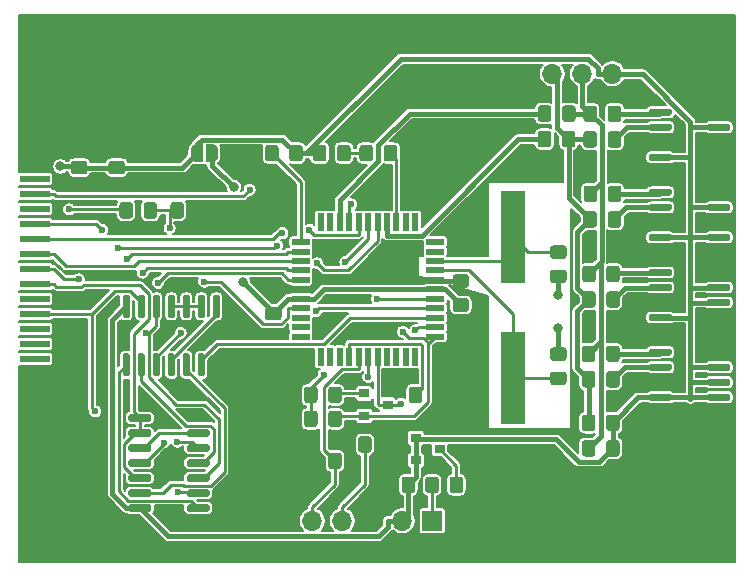
<source format=gbr>
%TF.GenerationSoftware,KiCad,Pcbnew,(5.1.6)-1*%
%TF.CreationDate,2020-05-27T22:40:41+03:00*%
%TF.ProjectId,MD-100 Emulator,4d442d31-3030-4204-956d-756c61746f72,rev?*%
%TF.SameCoordinates,Original*%
%TF.FileFunction,Copper,L1,Top*%
%TF.FilePolarity,Positive*%
%FSLAX46Y46*%
G04 Gerber Fmt 4.6, Leading zero omitted, Abs format (unit mm)*
G04 Created by KiCad (PCBNEW (5.1.6)-1) date 2020-05-27 22:40:41*
%MOMM*%
%LPD*%
G01*
G04 APERTURE LIST*
%TA.AperFunction,SMDPad,CuDef*%
%ADD10R,2.000000X7.875000*%
%TD*%
%TA.AperFunction,SMDPad,CuDef*%
%ADD11R,0.550000X1.500000*%
%TD*%
%TA.AperFunction,SMDPad,CuDef*%
%ADD12R,1.500000X0.550000*%
%TD*%
%TA.AperFunction,SMDPad,CuDef*%
%ADD13R,0.900000X0.800000*%
%TD*%
%TA.AperFunction,SMDPad,CuDef*%
%ADD14C,0.100000*%
%TD*%
%TA.AperFunction,ComponentPad*%
%ADD15O,1.700000X1.700000*%
%TD*%
%TA.AperFunction,ComponentPad*%
%ADD16R,1.700000X1.700000*%
%TD*%
%TA.AperFunction,SMDPad,CuDef*%
%ADD17R,2.540000X0.600000*%
%TD*%
%TA.AperFunction,ComponentPad*%
%ADD18C,0.800000*%
%TD*%
%TA.AperFunction,ComponentPad*%
%ADD19C,6.400000*%
%TD*%
%TA.AperFunction,ViaPad*%
%ADD20C,0.600000*%
%TD*%
%TA.AperFunction,ViaPad*%
%ADD21C,0.800000*%
%TD*%
%TA.AperFunction,Conductor*%
%ADD22C,0.400000*%
%TD*%
%TA.AperFunction,Conductor*%
%ADD23C,0.250000*%
%TD*%
%TA.AperFunction,Conductor*%
%ADD24C,0.180000*%
%TD*%
G04 APERTURE END LIST*
%TO.P,U4,8*%
%TO.N,VCC*%
%TA.AperFunction,SMDPad,CuDef*%
G36*
G01*
X142964000Y-124005000D02*
X142964000Y-124305000D01*
G75*
G02*
X142814000Y-124455000I-150000J0D01*
G01*
X141164000Y-124455000D01*
G75*
G02*
X141014000Y-124305000I0J150000D01*
G01*
X141014000Y-124005000D01*
G75*
G02*
X141164000Y-123855000I150000J0D01*
G01*
X142814000Y-123855000D01*
G75*
G02*
X142964000Y-124005000I0J-150000D01*
G01*
G37*
%TD.AperFunction*%
%TO.P,U4,7*%
%TO.N,GND*%
%TA.AperFunction,SMDPad,CuDef*%
G36*
G01*
X142964000Y-122735000D02*
X142964000Y-123035000D01*
G75*
G02*
X142814000Y-123185000I-150000J0D01*
G01*
X141164000Y-123185000D01*
G75*
G02*
X141014000Y-123035000I0J150000D01*
G01*
X141014000Y-122735000D01*
G75*
G02*
X141164000Y-122585000I150000J0D01*
G01*
X142814000Y-122585000D01*
G75*
G02*
X142964000Y-122735000I0J-150000D01*
G01*
G37*
%TD.AperFunction*%
%TO.P,U4,6*%
%TO.N,/EE4C*%
%TA.AperFunction,SMDPad,CuDef*%
G36*
G01*
X142964000Y-121465000D02*
X142964000Y-121765000D01*
G75*
G02*
X142814000Y-121915000I-150000J0D01*
G01*
X141164000Y-121915000D01*
G75*
G02*
X141014000Y-121765000I0J150000D01*
G01*
X141014000Y-121465000D01*
G75*
G02*
X141164000Y-121315000I150000J0D01*
G01*
X142814000Y-121315000D01*
G75*
G02*
X142964000Y-121465000I0J-150000D01*
G01*
G37*
%TD.AperFunction*%
%TO.P,U4,5*%
%TO.N,/EE4D*%
%TA.AperFunction,SMDPad,CuDef*%
G36*
G01*
X142964000Y-120195000D02*
X142964000Y-120495000D01*
G75*
G02*
X142814000Y-120645000I-150000J0D01*
G01*
X141164000Y-120645000D01*
G75*
G02*
X141014000Y-120495000I0J150000D01*
G01*
X141014000Y-120195000D01*
G75*
G02*
X141164000Y-120045000I150000J0D01*
G01*
X142814000Y-120045000D01*
G75*
G02*
X142964000Y-120195000I0J-150000D01*
G01*
G37*
%TD.AperFunction*%
%TO.P,U4,4*%
%TO.N,GND*%
%TA.AperFunction,SMDPad,CuDef*%
G36*
G01*
X147914000Y-120195000D02*
X147914000Y-120495000D01*
G75*
G02*
X147764000Y-120645000I-150000J0D01*
G01*
X146114000Y-120645000D01*
G75*
G02*
X145964000Y-120495000I0J150000D01*
G01*
X145964000Y-120195000D01*
G75*
G02*
X146114000Y-120045000I150000J0D01*
G01*
X147764000Y-120045000D01*
G75*
G02*
X147914000Y-120195000I0J-150000D01*
G01*
G37*
%TD.AperFunction*%
%TO.P,U4,3*%
%TO.N,VCC*%
%TA.AperFunction,SMDPad,CuDef*%
G36*
G01*
X147914000Y-121465000D02*
X147914000Y-121765000D01*
G75*
G02*
X147764000Y-121915000I-150000J0D01*
G01*
X146114000Y-121915000D01*
G75*
G02*
X145964000Y-121765000I0J150000D01*
G01*
X145964000Y-121465000D01*
G75*
G02*
X146114000Y-121315000I150000J0D01*
G01*
X147764000Y-121315000D01*
G75*
G02*
X147914000Y-121465000I0J-150000D01*
G01*
G37*
%TD.AperFunction*%
%TO.P,U4,2*%
%TA.AperFunction,SMDPad,CuDef*%
G36*
G01*
X147914000Y-122735000D02*
X147914000Y-123035000D01*
G75*
G02*
X147764000Y-123185000I-150000J0D01*
G01*
X146114000Y-123185000D01*
G75*
G02*
X145964000Y-123035000I0J150000D01*
G01*
X145964000Y-122735000D01*
G75*
G02*
X146114000Y-122585000I150000J0D01*
G01*
X147764000Y-122585000D01*
G75*
G02*
X147914000Y-122735000I0J-150000D01*
G01*
G37*
%TD.AperFunction*%
%TO.P,U4,1*%
%TA.AperFunction,SMDPad,CuDef*%
G36*
G01*
X147914000Y-124005000D02*
X147914000Y-124305000D01*
G75*
G02*
X147764000Y-124455000I-150000J0D01*
G01*
X146114000Y-124455000D01*
G75*
G02*
X145964000Y-124305000I0J150000D01*
G01*
X145964000Y-124005000D01*
G75*
G02*
X146114000Y-123855000I150000J0D01*
G01*
X147764000Y-123855000D01*
G75*
G02*
X147914000Y-124005000I0J-150000D01*
G01*
G37*
%TD.AperFunction*%
%TD*%
%TO.P,U3,8*%
%TO.N,VCC*%
%TA.AperFunction,SMDPad,CuDef*%
G36*
G01*
X142961000Y-117249000D02*
X142961000Y-117549000D01*
G75*
G02*
X142811000Y-117699000I-150000J0D01*
G01*
X141161000Y-117699000D01*
G75*
G02*
X141011000Y-117549000I0J150000D01*
G01*
X141011000Y-117249000D01*
G75*
G02*
X141161000Y-117099000I150000J0D01*
G01*
X142811000Y-117099000D01*
G75*
G02*
X142961000Y-117249000I0J-150000D01*
G01*
G37*
%TD.AperFunction*%
%TO.P,U3,7*%
%TO.N,GND*%
%TA.AperFunction,SMDPad,CuDef*%
G36*
G01*
X142961000Y-115979000D02*
X142961000Y-116279000D01*
G75*
G02*
X142811000Y-116429000I-150000J0D01*
G01*
X141161000Y-116429000D01*
G75*
G02*
X141011000Y-116279000I0J150000D01*
G01*
X141011000Y-115979000D01*
G75*
G02*
X141161000Y-115829000I150000J0D01*
G01*
X142811000Y-115829000D01*
G75*
G02*
X142961000Y-115979000I0J-150000D01*
G01*
G37*
%TD.AperFunction*%
%TO.P,U3,6*%
%TO.N,/EE3C*%
%TA.AperFunction,SMDPad,CuDef*%
G36*
G01*
X142961000Y-114709000D02*
X142961000Y-115009000D01*
G75*
G02*
X142811000Y-115159000I-150000J0D01*
G01*
X141161000Y-115159000D01*
G75*
G02*
X141011000Y-115009000I0J150000D01*
G01*
X141011000Y-114709000D01*
G75*
G02*
X141161000Y-114559000I150000J0D01*
G01*
X142811000Y-114559000D01*
G75*
G02*
X142961000Y-114709000I0J-150000D01*
G01*
G37*
%TD.AperFunction*%
%TO.P,U3,5*%
%TO.N,/EE3D*%
%TA.AperFunction,SMDPad,CuDef*%
G36*
G01*
X142961000Y-113439000D02*
X142961000Y-113739000D01*
G75*
G02*
X142811000Y-113889000I-150000J0D01*
G01*
X141161000Y-113889000D01*
G75*
G02*
X141011000Y-113739000I0J150000D01*
G01*
X141011000Y-113439000D01*
G75*
G02*
X141161000Y-113289000I150000J0D01*
G01*
X142811000Y-113289000D01*
G75*
G02*
X142961000Y-113439000I0J-150000D01*
G01*
G37*
%TD.AperFunction*%
%TO.P,U3,4*%
%TO.N,GND*%
%TA.AperFunction,SMDPad,CuDef*%
G36*
G01*
X147911000Y-113439000D02*
X147911000Y-113739000D01*
G75*
G02*
X147761000Y-113889000I-150000J0D01*
G01*
X146111000Y-113889000D01*
G75*
G02*
X145961000Y-113739000I0J150000D01*
G01*
X145961000Y-113439000D01*
G75*
G02*
X146111000Y-113289000I150000J0D01*
G01*
X147761000Y-113289000D01*
G75*
G02*
X147911000Y-113439000I0J-150000D01*
G01*
G37*
%TD.AperFunction*%
%TO.P,U3,3*%
%TO.N,VCC*%
%TA.AperFunction,SMDPad,CuDef*%
G36*
G01*
X147911000Y-114709000D02*
X147911000Y-115009000D01*
G75*
G02*
X147761000Y-115159000I-150000J0D01*
G01*
X146111000Y-115159000D01*
G75*
G02*
X145961000Y-115009000I0J150000D01*
G01*
X145961000Y-114709000D01*
G75*
G02*
X146111000Y-114559000I150000J0D01*
G01*
X147761000Y-114559000D01*
G75*
G02*
X147911000Y-114709000I0J-150000D01*
G01*
G37*
%TD.AperFunction*%
%TO.P,U3,2*%
%TA.AperFunction,SMDPad,CuDef*%
G36*
G01*
X147911000Y-115979000D02*
X147911000Y-116279000D01*
G75*
G02*
X147761000Y-116429000I-150000J0D01*
G01*
X146111000Y-116429000D01*
G75*
G02*
X145961000Y-116279000I0J150000D01*
G01*
X145961000Y-115979000D01*
G75*
G02*
X146111000Y-115829000I150000J0D01*
G01*
X147761000Y-115829000D01*
G75*
G02*
X147911000Y-115979000I0J-150000D01*
G01*
G37*
%TD.AperFunction*%
%TO.P,U3,1*%
%TO.N,GND*%
%TA.AperFunction,SMDPad,CuDef*%
G36*
G01*
X147911000Y-117249000D02*
X147911000Y-117549000D01*
G75*
G02*
X147761000Y-117699000I-150000J0D01*
G01*
X146111000Y-117699000D01*
G75*
G02*
X145961000Y-117549000I0J150000D01*
G01*
X145961000Y-117249000D01*
G75*
G02*
X146111000Y-117099000I150000J0D01*
G01*
X147761000Y-117099000D01*
G75*
G02*
X147911000Y-117249000I0J-150000D01*
G01*
G37*
%TD.AperFunction*%
%TD*%
%TO.P,U2,8*%
%TO.N,VCC*%
%TA.AperFunction,SMDPad,CuDef*%
G36*
G01*
X142961000Y-110467000D02*
X142961000Y-110767000D01*
G75*
G02*
X142811000Y-110917000I-150000J0D01*
G01*
X141161000Y-110917000D01*
G75*
G02*
X141011000Y-110767000I0J150000D01*
G01*
X141011000Y-110467000D01*
G75*
G02*
X141161000Y-110317000I150000J0D01*
G01*
X142811000Y-110317000D01*
G75*
G02*
X142961000Y-110467000I0J-150000D01*
G01*
G37*
%TD.AperFunction*%
%TO.P,U2,7*%
%TO.N,GND*%
%TA.AperFunction,SMDPad,CuDef*%
G36*
G01*
X142961000Y-109197000D02*
X142961000Y-109497000D01*
G75*
G02*
X142811000Y-109647000I-150000J0D01*
G01*
X141161000Y-109647000D01*
G75*
G02*
X141011000Y-109497000I0J150000D01*
G01*
X141011000Y-109197000D01*
G75*
G02*
X141161000Y-109047000I150000J0D01*
G01*
X142811000Y-109047000D01*
G75*
G02*
X142961000Y-109197000I0J-150000D01*
G01*
G37*
%TD.AperFunction*%
%TO.P,U2,6*%
%TO.N,/EE2C*%
%TA.AperFunction,SMDPad,CuDef*%
G36*
G01*
X142961000Y-107927000D02*
X142961000Y-108227000D01*
G75*
G02*
X142811000Y-108377000I-150000J0D01*
G01*
X141161000Y-108377000D01*
G75*
G02*
X141011000Y-108227000I0J150000D01*
G01*
X141011000Y-107927000D01*
G75*
G02*
X141161000Y-107777000I150000J0D01*
G01*
X142811000Y-107777000D01*
G75*
G02*
X142961000Y-107927000I0J-150000D01*
G01*
G37*
%TD.AperFunction*%
%TO.P,U2,5*%
%TO.N,/EE2D*%
%TA.AperFunction,SMDPad,CuDef*%
G36*
G01*
X142961000Y-106657000D02*
X142961000Y-106957000D01*
G75*
G02*
X142811000Y-107107000I-150000J0D01*
G01*
X141161000Y-107107000D01*
G75*
G02*
X141011000Y-106957000I0J150000D01*
G01*
X141011000Y-106657000D01*
G75*
G02*
X141161000Y-106507000I150000J0D01*
G01*
X142811000Y-106507000D01*
G75*
G02*
X142961000Y-106657000I0J-150000D01*
G01*
G37*
%TD.AperFunction*%
%TO.P,U2,4*%
%TO.N,GND*%
%TA.AperFunction,SMDPad,CuDef*%
G36*
G01*
X147911000Y-106657000D02*
X147911000Y-106957000D01*
G75*
G02*
X147761000Y-107107000I-150000J0D01*
G01*
X146111000Y-107107000D01*
G75*
G02*
X145961000Y-106957000I0J150000D01*
G01*
X145961000Y-106657000D01*
G75*
G02*
X146111000Y-106507000I150000J0D01*
G01*
X147761000Y-106507000D01*
G75*
G02*
X147911000Y-106657000I0J-150000D01*
G01*
G37*
%TD.AperFunction*%
%TO.P,U2,3*%
%TO.N,VCC*%
%TA.AperFunction,SMDPad,CuDef*%
G36*
G01*
X147911000Y-107927000D02*
X147911000Y-108227000D01*
G75*
G02*
X147761000Y-108377000I-150000J0D01*
G01*
X146111000Y-108377000D01*
G75*
G02*
X145961000Y-108227000I0J150000D01*
G01*
X145961000Y-107927000D01*
G75*
G02*
X146111000Y-107777000I150000J0D01*
G01*
X147761000Y-107777000D01*
G75*
G02*
X147911000Y-107927000I0J-150000D01*
G01*
G37*
%TD.AperFunction*%
%TO.P,U2,2*%
%TO.N,GND*%
%TA.AperFunction,SMDPad,CuDef*%
G36*
G01*
X147911000Y-109197000D02*
X147911000Y-109497000D01*
G75*
G02*
X147761000Y-109647000I-150000J0D01*
G01*
X146111000Y-109647000D01*
G75*
G02*
X145961000Y-109497000I0J150000D01*
G01*
X145961000Y-109197000D01*
G75*
G02*
X146111000Y-109047000I150000J0D01*
G01*
X147761000Y-109047000D01*
G75*
G02*
X147911000Y-109197000I0J-150000D01*
G01*
G37*
%TD.AperFunction*%
%TO.P,U2,1*%
%TO.N,VCC*%
%TA.AperFunction,SMDPad,CuDef*%
G36*
G01*
X147911000Y-110467000D02*
X147911000Y-110767000D01*
G75*
G02*
X147761000Y-110917000I-150000J0D01*
G01*
X146111000Y-110917000D01*
G75*
G02*
X145961000Y-110767000I0J150000D01*
G01*
X145961000Y-110467000D01*
G75*
G02*
X146111000Y-110317000I150000J0D01*
G01*
X147761000Y-110317000D01*
G75*
G02*
X147911000Y-110467000I0J-150000D01*
G01*
G37*
%TD.AperFunction*%
%TD*%
%TO.P,U1,8*%
%TO.N,VCC*%
%TA.AperFunction,SMDPad,CuDef*%
G36*
G01*
X142961000Y-103685000D02*
X142961000Y-103985000D01*
G75*
G02*
X142811000Y-104135000I-150000J0D01*
G01*
X141161000Y-104135000D01*
G75*
G02*
X141011000Y-103985000I0J150000D01*
G01*
X141011000Y-103685000D01*
G75*
G02*
X141161000Y-103535000I150000J0D01*
G01*
X142811000Y-103535000D01*
G75*
G02*
X142961000Y-103685000I0J-150000D01*
G01*
G37*
%TD.AperFunction*%
%TO.P,U1,7*%
%TO.N,GND*%
%TA.AperFunction,SMDPad,CuDef*%
G36*
G01*
X142961000Y-102415000D02*
X142961000Y-102715000D01*
G75*
G02*
X142811000Y-102865000I-150000J0D01*
G01*
X141161000Y-102865000D01*
G75*
G02*
X141011000Y-102715000I0J150000D01*
G01*
X141011000Y-102415000D01*
G75*
G02*
X141161000Y-102265000I150000J0D01*
G01*
X142811000Y-102265000D01*
G75*
G02*
X142961000Y-102415000I0J-150000D01*
G01*
G37*
%TD.AperFunction*%
%TO.P,U1,6*%
%TO.N,/EE1C*%
%TA.AperFunction,SMDPad,CuDef*%
G36*
G01*
X142961000Y-101145000D02*
X142961000Y-101445000D01*
G75*
G02*
X142811000Y-101595000I-150000J0D01*
G01*
X141161000Y-101595000D01*
G75*
G02*
X141011000Y-101445000I0J150000D01*
G01*
X141011000Y-101145000D01*
G75*
G02*
X141161000Y-100995000I150000J0D01*
G01*
X142811000Y-100995000D01*
G75*
G02*
X142961000Y-101145000I0J-150000D01*
G01*
G37*
%TD.AperFunction*%
%TO.P,U1,5*%
%TO.N,/EE1D*%
%TA.AperFunction,SMDPad,CuDef*%
G36*
G01*
X142961000Y-99875000D02*
X142961000Y-100175000D01*
G75*
G02*
X142811000Y-100325000I-150000J0D01*
G01*
X141161000Y-100325000D01*
G75*
G02*
X141011000Y-100175000I0J150000D01*
G01*
X141011000Y-99875000D01*
G75*
G02*
X141161000Y-99725000I150000J0D01*
G01*
X142811000Y-99725000D01*
G75*
G02*
X142961000Y-99875000I0J-150000D01*
G01*
G37*
%TD.AperFunction*%
%TO.P,U1,4*%
%TO.N,GND*%
%TA.AperFunction,SMDPad,CuDef*%
G36*
G01*
X147911000Y-99875000D02*
X147911000Y-100175000D01*
G75*
G02*
X147761000Y-100325000I-150000J0D01*
G01*
X146111000Y-100325000D01*
G75*
G02*
X145961000Y-100175000I0J150000D01*
G01*
X145961000Y-99875000D01*
G75*
G02*
X146111000Y-99725000I150000J0D01*
G01*
X147761000Y-99725000D01*
G75*
G02*
X147911000Y-99875000I0J-150000D01*
G01*
G37*
%TD.AperFunction*%
%TO.P,U1,3*%
%TO.N,VCC*%
%TA.AperFunction,SMDPad,CuDef*%
G36*
G01*
X147911000Y-101145000D02*
X147911000Y-101445000D01*
G75*
G02*
X147761000Y-101595000I-150000J0D01*
G01*
X146111000Y-101595000D01*
G75*
G02*
X145961000Y-101445000I0J150000D01*
G01*
X145961000Y-101145000D01*
G75*
G02*
X146111000Y-100995000I150000J0D01*
G01*
X147761000Y-100995000D01*
G75*
G02*
X147911000Y-101145000I0J-150000D01*
G01*
G37*
%TD.AperFunction*%
%TO.P,U1,2*%
%TO.N,GND*%
%TA.AperFunction,SMDPad,CuDef*%
G36*
G01*
X147911000Y-102415000D02*
X147911000Y-102715000D01*
G75*
G02*
X147761000Y-102865000I-150000J0D01*
G01*
X146111000Y-102865000D01*
G75*
G02*
X145961000Y-102715000I0J150000D01*
G01*
X145961000Y-102415000D01*
G75*
G02*
X146111000Y-102265000I150000J0D01*
G01*
X147761000Y-102265000D01*
G75*
G02*
X147911000Y-102415000I0J-150000D01*
G01*
G37*
%TD.AperFunction*%
%TO.P,U1,1*%
%TA.AperFunction,SMDPad,CuDef*%
G36*
G01*
X147911000Y-103685000D02*
X147911000Y-103985000D01*
G75*
G02*
X147761000Y-104135000I-150000J0D01*
G01*
X146111000Y-104135000D01*
G75*
G02*
X145961000Y-103985000I0J150000D01*
G01*
X145961000Y-103685000D01*
G75*
G02*
X146111000Y-103535000I150000J0D01*
G01*
X147761000Y-103535000D01*
G75*
G02*
X147911000Y-103685000I0J-150000D01*
G01*
G37*
%TD.AperFunction*%
%TD*%
D10*
%TO.P,Y1,2*%
%TO.N,Net-(C4-Pad1)*%
X129540000Y-122498500D03*
%TO.P,Y1,1*%
%TO.N,Net-(C3-Pad1)*%
X129540000Y-110623500D03*
%TD*%
D11*
%TO.P,U7,44*%
%TO.N,N/C*%
X113246000Y-109311000D03*
%TO.P,U7,43*%
X114046000Y-109311000D03*
%TO.P,U7,42*%
%TO.N,/uCD*%
X114846000Y-109311000D03*
%TO.P,U7,41*%
%TO.N,/D3*%
X115646000Y-109311000D03*
%TO.P,U7,40*%
%TO.N,/D2*%
X116446000Y-109311000D03*
%TO.P,U7,39*%
%TO.N,/D1*%
X117246000Y-109311000D03*
%TO.P,U7,38*%
%TO.N,/D0*%
X118046000Y-109311000D03*
%TO.P,U7,37*%
%TO.N,/uCC*%
X118846000Y-109311000D03*
%TO.P,U7,36*%
%TO.N,Net-(R10-Pad1)*%
X119646000Y-109311000D03*
%TO.P,U7,35*%
%TO.N,N/C*%
X120446000Y-109311000D03*
%TO.P,U7,34*%
X121246000Y-109311000D03*
D12*
%TO.P,U7,33*%
X122946000Y-111011000D03*
%TO.P,U7,32*%
X122946000Y-111811000D03*
%TO.P,U7,31*%
%TO.N,Net-(C3-Pad1)*%
X122946000Y-112611000D03*
%TO.P,U7,30*%
%TO.N,Net-(C4-Pad1)*%
X122946000Y-113411000D03*
%TO.P,U7,29*%
%TO.N,GND*%
X122946000Y-114211000D03*
%TO.P,U7,28*%
%TO.N,VDD*%
X122946000Y-115011000D03*
%TO.P,U7,27*%
%TO.N,CS7*%
X122946000Y-115811000D03*
%TO.P,U7,26*%
%TO.N,ULA1*%
X122946000Y-116611000D03*
%TO.P,U7,25*%
%TO.N,ULA0*%
X122946000Y-117411000D03*
%TO.P,U7,24*%
%TO.N,P0*%
X122946000Y-118211000D03*
%TO.P,U7,23*%
%TO.N,P3*%
X122946000Y-119011000D03*
D11*
%TO.P,U7,22*%
%TO.N,N/C*%
X121246000Y-120711000D03*
%TO.P,U7,21*%
X120446000Y-120711000D03*
%TO.P,U7,20*%
X119646000Y-120711000D03*
%TO.P,U7,19*%
X118846000Y-120711000D03*
%TO.P,U7,18*%
%TO.N,~MCLR*%
X118046000Y-120711000D03*
%TO.P,U7,17*%
%TO.N,PGD*%
X117246000Y-120711000D03*
%TO.P,U7,16*%
%TO.N,PGC*%
X116446000Y-120711000D03*
%TO.P,U7,15*%
%TO.N,Net-(R16-Pad1)*%
X115646000Y-120711000D03*
%TO.P,U7,14*%
%TO.N,N/C*%
X114846000Y-120711000D03*
%TO.P,U7,13*%
X114046000Y-120711000D03*
%TO.P,U7,12*%
X113246000Y-120711000D03*
D12*
%TO.P,U7,11*%
X111546000Y-119011000D03*
%TO.P,U7,10*%
X111546000Y-118211000D03*
%TO.P,U7,9*%
X111546000Y-117411000D03*
%TO.P,U7,8*%
%TO.N,Net-(C5-Pad1)*%
X111546000Y-116611000D03*
%TO.P,U7,7*%
%TO.N,VDD*%
X111546000Y-115811000D03*
%TO.P,U7,6*%
%TO.N,GND*%
X111546000Y-115011000D03*
%TO.P,U7,5*%
%TO.N,/D7*%
X111546000Y-114211000D03*
%TO.P,U7,4*%
%TO.N,/D6*%
X111546000Y-113411000D03*
%TO.P,U7,3*%
%TO.N,/D5*%
X111546000Y-112611000D03*
%TO.P,U7,2*%
%TO.N,/D4*%
X111546000Y-111811000D03*
%TO.P,U7,1*%
%TO.N,Net-(R12-Pad1)*%
X111546000Y-111011000D03*
%TD*%
%TO.P,U6,14*%
%TO.N,VCC*%
%TA.AperFunction,SMDPad,CuDef*%
G36*
G01*
X98895000Y-133378000D02*
X98895000Y-133678000D01*
G75*
G02*
X98745000Y-133828000I-150000J0D01*
G01*
X97095000Y-133828000D01*
G75*
G02*
X96945000Y-133678000I0J150000D01*
G01*
X96945000Y-133378000D01*
G75*
G02*
X97095000Y-133228000I150000J0D01*
G01*
X98745000Y-133228000D01*
G75*
G02*
X98895000Y-133378000I0J-150000D01*
G01*
G37*
%TD.AperFunction*%
%TO.P,U6,13*%
%TO.N,Net-(U5-Pad5)*%
%TA.AperFunction,SMDPad,CuDef*%
G36*
G01*
X98895000Y-132108000D02*
X98895000Y-132408000D01*
G75*
G02*
X98745000Y-132558000I-150000J0D01*
G01*
X97095000Y-132558000D01*
G75*
G02*
X96945000Y-132408000I0J150000D01*
G01*
X96945000Y-132108000D01*
G75*
G02*
X97095000Y-131958000I150000J0D01*
G01*
X98745000Y-131958000D01*
G75*
G02*
X98895000Y-132108000I0J-150000D01*
G01*
G37*
%TD.AperFunction*%
%TO.P,U6,12*%
%TO.N,A2*%
%TA.AperFunction,SMDPad,CuDef*%
G36*
G01*
X98895000Y-130838000D02*
X98895000Y-131138000D01*
G75*
G02*
X98745000Y-131288000I-150000J0D01*
G01*
X97095000Y-131288000D01*
G75*
G02*
X96945000Y-131138000I0J150000D01*
G01*
X96945000Y-130838000D01*
G75*
G02*
X97095000Y-130688000I150000J0D01*
G01*
X98745000Y-130688000D01*
G75*
G02*
X98895000Y-130838000I0J-150000D01*
G01*
G37*
%TD.AperFunction*%
%TO.P,U6,11*%
%TO.N,RD*%
%TA.AperFunction,SMDPad,CuDef*%
G36*
G01*
X98895000Y-129568000D02*
X98895000Y-129868000D01*
G75*
G02*
X98745000Y-130018000I-150000J0D01*
G01*
X97095000Y-130018000D01*
G75*
G02*
X96945000Y-129868000I0J150000D01*
G01*
X96945000Y-129568000D01*
G75*
G02*
X97095000Y-129418000I150000J0D01*
G01*
X98745000Y-129418000D01*
G75*
G02*
X98895000Y-129568000I0J-150000D01*
G01*
G37*
%TD.AperFunction*%
%TO.P,U6,10*%
%TO.N,Net-(U6-Pad10)*%
%TA.AperFunction,SMDPad,CuDef*%
G36*
G01*
X98895000Y-128298000D02*
X98895000Y-128598000D01*
G75*
G02*
X98745000Y-128748000I-150000J0D01*
G01*
X97095000Y-128748000D01*
G75*
G02*
X96945000Y-128598000I0J150000D01*
G01*
X96945000Y-128298000D01*
G75*
G02*
X97095000Y-128148000I150000J0D01*
G01*
X98745000Y-128148000D01*
G75*
G02*
X98895000Y-128298000I0J-150000D01*
G01*
G37*
%TD.AperFunction*%
%TO.P,U6,9*%
%TO.N,A2*%
%TA.AperFunction,SMDPad,CuDef*%
G36*
G01*
X98895000Y-127028000D02*
X98895000Y-127328000D01*
G75*
G02*
X98745000Y-127478000I-150000J0D01*
G01*
X97095000Y-127478000D01*
G75*
G02*
X96945000Y-127328000I0J150000D01*
G01*
X96945000Y-127028000D01*
G75*
G02*
X97095000Y-126878000I150000J0D01*
G01*
X98745000Y-126878000D01*
G75*
G02*
X98895000Y-127028000I0J-150000D01*
G01*
G37*
%TD.AperFunction*%
%TO.P,U6,8*%
%TA.AperFunction,SMDPad,CuDef*%
G36*
G01*
X98895000Y-125758000D02*
X98895000Y-126058000D01*
G75*
G02*
X98745000Y-126208000I-150000J0D01*
G01*
X97095000Y-126208000D01*
G75*
G02*
X96945000Y-126058000I0J150000D01*
G01*
X96945000Y-125758000D01*
G75*
G02*
X97095000Y-125608000I150000J0D01*
G01*
X98745000Y-125608000D01*
G75*
G02*
X98895000Y-125758000I0J-150000D01*
G01*
G37*
%TD.AperFunction*%
%TO.P,U6,7*%
%TO.N,GND*%
%TA.AperFunction,SMDPad,CuDef*%
G36*
G01*
X103845000Y-125758000D02*
X103845000Y-126058000D01*
G75*
G02*
X103695000Y-126208000I-150000J0D01*
G01*
X102045000Y-126208000D01*
G75*
G02*
X101895000Y-126058000I0J150000D01*
G01*
X101895000Y-125758000D01*
G75*
G02*
X102045000Y-125608000I150000J0D01*
G01*
X103695000Y-125608000D01*
G75*
G02*
X103845000Y-125758000I0J-150000D01*
G01*
G37*
%TD.AperFunction*%
%TO.P,U6,6*%
%TO.N,Net-(U6-Pad10)*%
%TA.AperFunction,SMDPad,CuDef*%
G36*
G01*
X103845000Y-127028000D02*
X103845000Y-127328000D01*
G75*
G02*
X103695000Y-127478000I-150000J0D01*
G01*
X102045000Y-127478000D01*
G75*
G02*
X101895000Y-127328000I0J150000D01*
G01*
X101895000Y-127028000D01*
G75*
G02*
X102045000Y-126878000I150000J0D01*
G01*
X103695000Y-126878000D01*
G75*
G02*
X103845000Y-127028000I0J-150000D01*
G01*
G37*
%TD.AperFunction*%
%TO.P,U6,5*%
%TO.N,WR*%
%TA.AperFunction,SMDPad,CuDef*%
G36*
G01*
X103845000Y-128298000D02*
X103845000Y-128598000D01*
G75*
G02*
X103695000Y-128748000I-150000J0D01*
G01*
X102045000Y-128748000D01*
G75*
G02*
X101895000Y-128598000I0J150000D01*
G01*
X101895000Y-128298000D01*
G75*
G02*
X102045000Y-128148000I150000J0D01*
G01*
X103695000Y-128148000D01*
G75*
G02*
X103845000Y-128298000I0J-150000D01*
G01*
G37*
%TD.AperFunction*%
%TO.P,U6,4*%
%TO.N,Net-(U5-Pad2)*%
%TA.AperFunction,SMDPad,CuDef*%
G36*
G01*
X103845000Y-129568000D02*
X103845000Y-129868000D01*
G75*
G02*
X103695000Y-130018000I-150000J0D01*
G01*
X102045000Y-130018000D01*
G75*
G02*
X101895000Y-129868000I0J150000D01*
G01*
X101895000Y-129568000D01*
G75*
G02*
X102045000Y-129418000I150000J0D01*
G01*
X103695000Y-129418000D01*
G75*
G02*
X103845000Y-129568000I0J-150000D01*
G01*
G37*
%TD.AperFunction*%
%TO.P,U6,3*%
%TO.N,A1*%
%TA.AperFunction,SMDPad,CuDef*%
G36*
G01*
X103845000Y-130838000D02*
X103845000Y-131138000D01*
G75*
G02*
X103695000Y-131288000I-150000J0D01*
G01*
X102045000Y-131288000D01*
G75*
G02*
X101895000Y-131138000I0J150000D01*
G01*
X101895000Y-130838000D01*
G75*
G02*
X102045000Y-130688000I150000J0D01*
G01*
X103695000Y-130688000D01*
G75*
G02*
X103845000Y-130838000I0J-150000D01*
G01*
G37*
%TD.AperFunction*%
%TO.P,U6,2*%
%TO.N,A0*%
%TA.AperFunction,SMDPad,CuDef*%
G36*
G01*
X103845000Y-132108000D02*
X103845000Y-132408000D01*
G75*
G02*
X103695000Y-132558000I-150000J0D01*
G01*
X102045000Y-132558000D01*
G75*
G02*
X101895000Y-132408000I0J150000D01*
G01*
X101895000Y-132108000D01*
G75*
G02*
X102045000Y-131958000I150000J0D01*
G01*
X103695000Y-131958000D01*
G75*
G02*
X103845000Y-132108000I0J-150000D01*
G01*
G37*
%TD.AperFunction*%
%TO.P,U6,1*%
%TO.N,Net-(U5-Pad1)*%
%TA.AperFunction,SMDPad,CuDef*%
G36*
G01*
X103845000Y-133378000D02*
X103845000Y-133678000D01*
G75*
G02*
X103695000Y-133828000I-150000J0D01*
G01*
X102045000Y-133828000D01*
G75*
G02*
X101895000Y-133678000I0J150000D01*
G01*
X101895000Y-133378000D01*
G75*
G02*
X102045000Y-133228000I150000J0D01*
G01*
X103695000Y-133228000D01*
G75*
G02*
X103845000Y-133378000I0J-150000D01*
G01*
G37*
%TD.AperFunction*%
%TD*%
%TO.P,U5,14*%
%TO.N,VCC*%
%TA.AperFunction,SMDPad,CuDef*%
G36*
G01*
X96924000Y-117437000D02*
X96624000Y-117437000D01*
G75*
G02*
X96474000Y-117287000I0J150000D01*
G01*
X96474000Y-115637000D01*
G75*
G02*
X96624000Y-115487000I150000J0D01*
G01*
X96924000Y-115487000D01*
G75*
G02*
X97074000Y-115637000I0J-150000D01*
G01*
X97074000Y-117287000D01*
G75*
G02*
X96924000Y-117437000I-150000J0D01*
G01*
G37*
%TD.AperFunction*%
%TO.P,U5,13*%
%TO.N,A0*%
%TA.AperFunction,SMDPad,CuDef*%
G36*
G01*
X98194000Y-117437000D02*
X97894000Y-117437000D01*
G75*
G02*
X97744000Y-117287000I0J150000D01*
G01*
X97744000Y-115637000D01*
G75*
G02*
X97894000Y-115487000I150000J0D01*
G01*
X98194000Y-115487000D01*
G75*
G02*
X98344000Y-115637000I0J-150000D01*
G01*
X98344000Y-117287000D01*
G75*
G02*
X98194000Y-117437000I-150000J0D01*
G01*
G37*
%TD.AperFunction*%
%TO.P,U5,12*%
%TO.N,A1*%
%TA.AperFunction,SMDPad,CuDef*%
G36*
G01*
X99464000Y-117437000D02*
X99164000Y-117437000D01*
G75*
G02*
X99014000Y-117287000I0J150000D01*
G01*
X99014000Y-115637000D01*
G75*
G02*
X99164000Y-115487000I150000J0D01*
G01*
X99464000Y-115487000D01*
G75*
G02*
X99614000Y-115637000I0J-150000D01*
G01*
X99614000Y-117287000D01*
G75*
G02*
X99464000Y-117437000I-150000J0D01*
G01*
G37*
%TD.AperFunction*%
%TO.P,U5,11*%
%TO.N,Net-(U5-Pad10)*%
%TA.AperFunction,SMDPad,CuDef*%
G36*
G01*
X100734000Y-117437000D02*
X100434000Y-117437000D01*
G75*
G02*
X100284000Y-117287000I0J150000D01*
G01*
X100284000Y-115637000D01*
G75*
G02*
X100434000Y-115487000I150000J0D01*
G01*
X100734000Y-115487000D01*
G75*
G02*
X100884000Y-115637000I0J-150000D01*
G01*
X100884000Y-117287000D01*
G75*
G02*
X100734000Y-117437000I-150000J0D01*
G01*
G37*
%TD.AperFunction*%
%TO.P,U5,10*%
%TA.AperFunction,SMDPad,CuDef*%
G36*
G01*
X102004000Y-117437000D02*
X101704000Y-117437000D01*
G75*
G02*
X101554000Y-117287000I0J150000D01*
G01*
X101554000Y-115637000D01*
G75*
G02*
X101704000Y-115487000I150000J0D01*
G01*
X102004000Y-115487000D01*
G75*
G02*
X102154000Y-115637000I0J-150000D01*
G01*
X102154000Y-117287000D01*
G75*
G02*
X102004000Y-117437000I-150000J0D01*
G01*
G37*
%TD.AperFunction*%
%TO.P,U5,9*%
%TA.AperFunction,SMDPad,CuDef*%
G36*
G01*
X103274000Y-117437000D02*
X102974000Y-117437000D01*
G75*
G02*
X102824000Y-117287000I0J150000D01*
G01*
X102824000Y-115637000D01*
G75*
G02*
X102974000Y-115487000I150000J0D01*
G01*
X103274000Y-115487000D01*
G75*
G02*
X103424000Y-115637000I0J-150000D01*
G01*
X103424000Y-117287000D01*
G75*
G02*
X103274000Y-117437000I-150000J0D01*
G01*
G37*
%TD.AperFunction*%
%TO.P,U5,8*%
%TO.N,Net-(U5-Pad4)*%
%TA.AperFunction,SMDPad,CuDef*%
G36*
G01*
X104544000Y-117437000D02*
X104244000Y-117437000D01*
G75*
G02*
X104094000Y-117287000I0J150000D01*
G01*
X104094000Y-115637000D01*
G75*
G02*
X104244000Y-115487000I150000J0D01*
G01*
X104544000Y-115487000D01*
G75*
G02*
X104694000Y-115637000I0J-150000D01*
G01*
X104694000Y-117287000D01*
G75*
G02*
X104544000Y-117437000I-150000J0D01*
G01*
G37*
%TD.AperFunction*%
%TO.P,U5,7*%
%TO.N,GND*%
%TA.AperFunction,SMDPad,CuDef*%
G36*
G01*
X104544000Y-122387000D02*
X104244000Y-122387000D01*
G75*
G02*
X104094000Y-122237000I0J150000D01*
G01*
X104094000Y-120587000D01*
G75*
G02*
X104244000Y-120437000I150000J0D01*
G01*
X104544000Y-120437000D01*
G75*
G02*
X104694000Y-120587000I0J-150000D01*
G01*
X104694000Y-122237000D01*
G75*
G02*
X104544000Y-122387000I-150000J0D01*
G01*
G37*
%TD.AperFunction*%
%TO.P,U5,6*%
%TO.N,ULA0*%
%TA.AperFunction,SMDPad,CuDef*%
G36*
G01*
X103274000Y-122387000D02*
X102974000Y-122387000D01*
G75*
G02*
X102824000Y-122237000I0J150000D01*
G01*
X102824000Y-120587000D01*
G75*
G02*
X102974000Y-120437000I150000J0D01*
G01*
X103274000Y-120437000D01*
G75*
G02*
X103424000Y-120587000I0J-150000D01*
G01*
X103424000Y-122237000D01*
G75*
G02*
X103274000Y-122387000I-150000J0D01*
G01*
G37*
%TD.AperFunction*%
%TO.P,U5,5*%
%TO.N,Net-(U5-Pad5)*%
%TA.AperFunction,SMDPad,CuDef*%
G36*
G01*
X102004000Y-122387000D02*
X101704000Y-122387000D01*
G75*
G02*
X101554000Y-122237000I0J150000D01*
G01*
X101554000Y-120587000D01*
G75*
G02*
X101704000Y-120437000I150000J0D01*
G01*
X102004000Y-120437000D01*
G75*
G02*
X102154000Y-120587000I0J-150000D01*
G01*
X102154000Y-122237000D01*
G75*
G02*
X102004000Y-122387000I-150000J0D01*
G01*
G37*
%TD.AperFunction*%
%TO.P,U5,4*%
%TO.N,Net-(U5-Pad4)*%
%TA.AperFunction,SMDPad,CuDef*%
G36*
G01*
X100734000Y-122387000D02*
X100434000Y-122387000D01*
G75*
G02*
X100284000Y-122237000I0J150000D01*
G01*
X100284000Y-120587000D01*
G75*
G02*
X100434000Y-120437000I150000J0D01*
G01*
X100734000Y-120437000D01*
G75*
G02*
X100884000Y-120587000I0J-150000D01*
G01*
X100884000Y-122237000D01*
G75*
G02*
X100734000Y-122387000I-150000J0D01*
G01*
G37*
%TD.AperFunction*%
%TO.P,U5,3*%
%TO.N,ULA1*%
%TA.AperFunction,SMDPad,CuDef*%
G36*
G01*
X99464000Y-122387000D02*
X99164000Y-122387000D01*
G75*
G02*
X99014000Y-122237000I0J150000D01*
G01*
X99014000Y-120587000D01*
G75*
G02*
X99164000Y-120437000I150000J0D01*
G01*
X99464000Y-120437000D01*
G75*
G02*
X99614000Y-120587000I0J-150000D01*
G01*
X99614000Y-122237000D01*
G75*
G02*
X99464000Y-122387000I-150000J0D01*
G01*
G37*
%TD.AperFunction*%
%TO.P,U5,2*%
%TO.N,Net-(U5-Pad2)*%
%TA.AperFunction,SMDPad,CuDef*%
G36*
G01*
X98194000Y-122387000D02*
X97894000Y-122387000D01*
G75*
G02*
X97744000Y-122237000I0J150000D01*
G01*
X97744000Y-120587000D01*
G75*
G02*
X97894000Y-120437000I150000J0D01*
G01*
X98194000Y-120437000D01*
G75*
G02*
X98344000Y-120587000I0J-150000D01*
G01*
X98344000Y-122237000D01*
G75*
G02*
X98194000Y-122387000I-150000J0D01*
G01*
G37*
%TD.AperFunction*%
%TO.P,U5,1*%
%TO.N,Net-(U5-Pad1)*%
%TA.AperFunction,SMDPad,CuDef*%
G36*
G01*
X96924000Y-122387000D02*
X96624000Y-122387000D01*
G75*
G02*
X96474000Y-122237000I0J150000D01*
G01*
X96474000Y-120587000D01*
G75*
G02*
X96624000Y-120437000I150000J0D01*
G01*
X96924000Y-120437000D01*
G75*
G02*
X97074000Y-120587000I0J-150000D01*
G01*
X97074000Y-122237000D01*
G75*
G02*
X96924000Y-122387000I-150000J0D01*
G01*
G37*
%TD.AperFunction*%
%TD*%
%TO.P,R21,2*%
%TO.N,GND*%
%TA.AperFunction,SMDPad,CuDef*%
G36*
G01*
X118442000Y-128593001D02*
X118442000Y-127692999D01*
G75*
G02*
X118691999Y-127443000I249999J0D01*
G01*
X119342001Y-127443000D01*
G75*
G02*
X119592000Y-127692999I0J-249999D01*
G01*
X119592000Y-128593001D01*
G75*
G02*
X119342001Y-128843000I-249999J0D01*
G01*
X118691999Y-128843000D01*
G75*
G02*
X118442000Y-128593001I0J249999D01*
G01*
G37*
%TD.AperFunction*%
%TO.P,R21,1*%
%TO.N,PGD*%
%TA.AperFunction,SMDPad,CuDef*%
G36*
G01*
X116392000Y-128593001D02*
X116392000Y-127692999D01*
G75*
G02*
X116641999Y-127443000I249999J0D01*
G01*
X117292001Y-127443000D01*
G75*
G02*
X117542000Y-127692999I0J-249999D01*
G01*
X117542000Y-128593001D01*
G75*
G02*
X117292001Y-128843000I-249999J0D01*
G01*
X116641999Y-128843000D01*
G75*
G02*
X116392000Y-128593001I0J249999D01*
G01*
G37*
%TD.AperFunction*%
%TD*%
%TO.P,R20,2*%
%TO.N,GND*%
%TA.AperFunction,SMDPad,CuDef*%
G36*
G01*
X112952000Y-129089999D02*
X112952000Y-129990001D01*
G75*
G02*
X112702001Y-130240000I-249999J0D01*
G01*
X112051999Y-130240000D01*
G75*
G02*
X111802000Y-129990001I0J249999D01*
G01*
X111802000Y-129089999D01*
G75*
G02*
X112051999Y-128840000I249999J0D01*
G01*
X112702001Y-128840000D01*
G75*
G02*
X112952000Y-129089999I0J-249999D01*
G01*
G37*
%TD.AperFunction*%
%TO.P,R20,1*%
%TO.N,PGC*%
%TA.AperFunction,SMDPad,CuDef*%
G36*
G01*
X115002000Y-129089999D02*
X115002000Y-129990001D01*
G75*
G02*
X114752001Y-130240000I-249999J0D01*
G01*
X114101999Y-130240000D01*
G75*
G02*
X113852000Y-129990001I0J249999D01*
G01*
X113852000Y-129089999D01*
G75*
G02*
X114101999Y-128840000I249999J0D01*
G01*
X114752001Y-128840000D01*
G75*
G02*
X115002000Y-129089999I0J-249999D01*
G01*
G37*
%TD.AperFunction*%
%TD*%
%TO.P,R19,2*%
%TO.N,P3*%
%TA.AperFunction,SMDPad,CuDef*%
G36*
G01*
X113870000Y-126434001D02*
X113870000Y-125533999D01*
G75*
G02*
X114119999Y-125284000I249999J0D01*
G01*
X114770001Y-125284000D01*
G75*
G02*
X115020000Y-125533999I0J-249999D01*
G01*
X115020000Y-126434001D01*
G75*
G02*
X114770001Y-126684000I-249999J0D01*
G01*
X114119999Y-126684000D01*
G75*
G02*
X113870000Y-126434001I0J249999D01*
G01*
G37*
%TD.AperFunction*%
%TO.P,R19,1*%
%TO.N,P4*%
%TA.AperFunction,SMDPad,CuDef*%
G36*
G01*
X111820000Y-126434001D02*
X111820000Y-125533999D01*
G75*
G02*
X112069999Y-125284000I249999J0D01*
G01*
X112720001Y-125284000D01*
G75*
G02*
X112970000Y-125533999I0J-249999D01*
G01*
X112970000Y-126434001D01*
G75*
G02*
X112720001Y-126684000I-249999J0D01*
G01*
X112069999Y-126684000D01*
G75*
G02*
X111820000Y-126434001I0J249999D01*
G01*
G37*
%TD.AperFunction*%
%TD*%
%TO.P,R18,2*%
%TO.N,Net-(Q1-Pad1)*%
%TA.AperFunction,SMDPad,CuDef*%
G36*
G01*
X113870000Y-124402001D02*
X113870000Y-123501999D01*
G75*
G02*
X114119999Y-123252000I249999J0D01*
G01*
X114770001Y-123252000D01*
G75*
G02*
X115020000Y-123501999I0J-249999D01*
G01*
X115020000Y-124402001D01*
G75*
G02*
X114770001Y-124652000I-249999J0D01*
G01*
X114119999Y-124652000D01*
G75*
G02*
X113870000Y-124402001I0J249999D01*
G01*
G37*
%TD.AperFunction*%
%TO.P,R18,1*%
%TO.N,P4*%
%TA.AperFunction,SMDPad,CuDef*%
G36*
G01*
X111820000Y-124402001D02*
X111820000Y-123501999D01*
G75*
G02*
X112069999Y-123252000I249999J0D01*
G01*
X112720001Y-123252000D01*
G75*
G02*
X112970000Y-123501999I0J-249999D01*
G01*
X112970000Y-124402001D01*
G75*
G02*
X112720001Y-124652000I-249999J0D01*
G01*
X112069999Y-124652000D01*
G75*
G02*
X111820000Y-124402001I0J249999D01*
G01*
G37*
%TD.AperFunction*%
%TD*%
%TO.P,R17,2*%
%TO.N,Net-(C5-Pad1)*%
%TA.AperFunction,SMDPad,CuDef*%
G36*
G01*
X98231000Y-108781001D02*
X98231000Y-107880999D01*
G75*
G02*
X98480999Y-107631000I249999J0D01*
G01*
X99131001Y-107631000D01*
G75*
G02*
X99381000Y-107880999I0J-249999D01*
G01*
X99381000Y-108781001D01*
G75*
G02*
X99131001Y-109031000I-249999J0D01*
G01*
X98480999Y-109031000D01*
G75*
G02*
X98231000Y-108781001I0J249999D01*
G01*
G37*
%TD.AperFunction*%
%TO.P,R17,1*%
%TO.N,P2*%
%TA.AperFunction,SMDPad,CuDef*%
G36*
G01*
X96181000Y-108781001D02*
X96181000Y-107880999D01*
G75*
G02*
X96430999Y-107631000I249999J0D01*
G01*
X97081001Y-107631000D01*
G75*
G02*
X97331000Y-107880999I0J-249999D01*
G01*
X97331000Y-108781001D01*
G75*
G02*
X97081001Y-109031000I-249999J0D01*
G01*
X96430999Y-109031000D01*
G75*
G02*
X96181000Y-108781001I0J249999D01*
G01*
G37*
%TD.AperFunction*%
%TD*%
%TO.P,R16,2*%
%TO.N,GND*%
%TA.AperFunction,SMDPad,CuDef*%
G36*
G01*
X122751000Y-124402001D02*
X122751000Y-123501999D01*
G75*
G02*
X123000999Y-123252000I249999J0D01*
G01*
X123651001Y-123252000D01*
G75*
G02*
X123901000Y-123501999I0J-249999D01*
G01*
X123901000Y-124402001D01*
G75*
G02*
X123651001Y-124652000I-249999J0D01*
G01*
X123000999Y-124652000D01*
G75*
G02*
X122751000Y-124402001I0J249999D01*
G01*
G37*
%TD.AperFunction*%
%TO.P,R16,1*%
%TO.N,Net-(R16-Pad1)*%
%TA.AperFunction,SMDPad,CuDef*%
G36*
G01*
X120701000Y-124402001D02*
X120701000Y-123501999D01*
G75*
G02*
X120950999Y-123252000I249999J0D01*
G01*
X121601001Y-123252000D01*
G75*
G02*
X121851000Y-123501999I0J-249999D01*
G01*
X121851000Y-124402001D01*
G75*
G02*
X121601001Y-124652000I-249999J0D01*
G01*
X120950999Y-124652000D01*
G75*
G02*
X120701000Y-124402001I0J249999D01*
G01*
G37*
%TD.AperFunction*%
%TD*%
%TO.P,R15,2*%
%TO.N,VCC*%
%TA.AperFunction,SMDPad,CuDef*%
G36*
G01*
X137390000Y-126764001D02*
X137390000Y-125863999D01*
G75*
G02*
X137639999Y-125614000I249999J0D01*
G01*
X138290001Y-125614000D01*
G75*
G02*
X138540000Y-125863999I0J-249999D01*
G01*
X138540000Y-126764001D01*
G75*
G02*
X138290001Y-127014000I-249999J0D01*
G01*
X137639999Y-127014000D01*
G75*
G02*
X137390000Y-126764001I0J249999D01*
G01*
G37*
%TD.AperFunction*%
%TO.P,R15,1*%
%TO.N,SCL*%
%TA.AperFunction,SMDPad,CuDef*%
G36*
G01*
X135340000Y-126764001D02*
X135340000Y-125863999D01*
G75*
G02*
X135589999Y-125614000I249999J0D01*
G01*
X136240001Y-125614000D01*
G75*
G02*
X136490000Y-125863999I0J-249999D01*
G01*
X136490000Y-126764001D01*
G75*
G02*
X136240001Y-127014000I-249999J0D01*
G01*
X135589999Y-127014000D01*
G75*
G02*
X135340000Y-126764001I0J249999D01*
G01*
G37*
%TD.AperFunction*%
%TD*%
%TO.P,R14,2*%
%TO.N,VCC*%
%TA.AperFunction,SMDPad,CuDef*%
G36*
G01*
X137390000Y-128923001D02*
X137390000Y-128022999D01*
G75*
G02*
X137639999Y-127773000I249999J0D01*
G01*
X138290001Y-127773000D01*
G75*
G02*
X138540000Y-128022999I0J-249999D01*
G01*
X138540000Y-128923001D01*
G75*
G02*
X138290001Y-129173000I-249999J0D01*
G01*
X137639999Y-129173000D01*
G75*
G02*
X137390000Y-128923001I0J249999D01*
G01*
G37*
%TD.AperFunction*%
%TO.P,R14,1*%
%TO.N,SDA*%
%TA.AperFunction,SMDPad,CuDef*%
G36*
G01*
X135340000Y-128923001D02*
X135340000Y-128022999D01*
G75*
G02*
X135589999Y-127773000I249999J0D01*
G01*
X136240001Y-127773000D01*
G75*
G02*
X136490000Y-128022999I0J-249999D01*
G01*
X136490000Y-128923001D01*
G75*
G02*
X136240001Y-129173000I-249999J0D01*
G01*
X135589999Y-129173000D01*
G75*
G02*
X135340000Y-128923001I0J249999D01*
G01*
G37*
%TD.AperFunction*%
%TD*%
%TO.P,R13,2*%
%TO.N,/uCC*%
%TA.AperFunction,SMDPad,CuDef*%
G36*
G01*
X132752000Y-101847999D02*
X132752000Y-102748001D01*
G75*
G02*
X132502001Y-102998000I-249999J0D01*
G01*
X131851999Y-102998000D01*
G75*
G02*
X131602000Y-102748001I0J249999D01*
G01*
X131602000Y-101847999D01*
G75*
G02*
X131851999Y-101598000I249999J0D01*
G01*
X132502001Y-101598000D01*
G75*
G02*
X132752000Y-101847999I0J-249999D01*
G01*
G37*
%TD.AperFunction*%
%TO.P,R13,1*%
%TO.N,SCL*%
%TA.AperFunction,SMDPad,CuDef*%
G36*
G01*
X134802000Y-101847999D02*
X134802000Y-102748001D01*
G75*
G02*
X134552001Y-102998000I-249999J0D01*
G01*
X133901999Y-102998000D01*
G75*
G02*
X133652000Y-102748001I0J249999D01*
G01*
X133652000Y-101847999D01*
G75*
G02*
X133901999Y-101598000I249999J0D01*
G01*
X134552001Y-101598000D01*
G75*
G02*
X134802000Y-101847999I0J-249999D01*
G01*
G37*
%TD.AperFunction*%
%TD*%
%TO.P,R12,2*%
%TO.N,VCC*%
%TA.AperFunction,SMDPad,CuDef*%
G36*
G01*
X110568000Y-103930001D02*
X110568000Y-103029999D01*
G75*
G02*
X110817999Y-102780000I249999J0D01*
G01*
X111468001Y-102780000D01*
G75*
G02*
X111718000Y-103029999I0J-249999D01*
G01*
X111718000Y-103930001D01*
G75*
G02*
X111468001Y-104180000I-249999J0D01*
G01*
X110817999Y-104180000D01*
G75*
G02*
X110568000Y-103930001I0J249999D01*
G01*
G37*
%TD.AperFunction*%
%TO.P,R12,1*%
%TO.N,Net-(R12-Pad1)*%
%TA.AperFunction,SMDPad,CuDef*%
G36*
G01*
X108518000Y-103930001D02*
X108518000Y-103029999D01*
G75*
G02*
X108767999Y-102780000I249999J0D01*
G01*
X109418001Y-102780000D01*
G75*
G02*
X109668000Y-103029999I0J-249999D01*
G01*
X109668000Y-103930001D01*
G75*
G02*
X109418001Y-104180000I-249999J0D01*
G01*
X108767999Y-104180000D01*
G75*
G02*
X108518000Y-103930001I0J249999D01*
G01*
G37*
%TD.AperFunction*%
%TD*%
%TO.P,R11,2*%
%TO.N,/uCD*%
%TA.AperFunction,SMDPad,CuDef*%
G36*
G01*
X132760000Y-99689999D02*
X132760000Y-100590001D01*
G75*
G02*
X132510001Y-100840000I-249999J0D01*
G01*
X131859999Y-100840000D01*
G75*
G02*
X131610000Y-100590001I0J249999D01*
G01*
X131610000Y-99689999D01*
G75*
G02*
X131859999Y-99440000I249999J0D01*
G01*
X132510001Y-99440000D01*
G75*
G02*
X132760000Y-99689999I0J-249999D01*
G01*
G37*
%TD.AperFunction*%
%TO.P,R11,1*%
%TO.N,SDA*%
%TA.AperFunction,SMDPad,CuDef*%
G36*
G01*
X134810000Y-99689999D02*
X134810000Y-100590001D01*
G75*
G02*
X134560001Y-100840000I-249999J0D01*
G01*
X133909999Y-100840000D01*
G75*
G02*
X133660000Y-100590001I0J249999D01*
G01*
X133660000Y-99689999D01*
G75*
G02*
X133909999Y-99440000I249999J0D01*
G01*
X134560001Y-99440000D01*
G75*
G02*
X134810000Y-99689999I0J-249999D01*
G01*
G37*
%TD.AperFunction*%
%TD*%
%TO.P,R10,2*%
%TO.N,Net-(D1-Pad1)*%
%TA.AperFunction,SMDPad,CuDef*%
G36*
G01*
X117660000Y-103029999D02*
X117660000Y-103930001D01*
G75*
G02*
X117410001Y-104180000I-249999J0D01*
G01*
X116759999Y-104180000D01*
G75*
G02*
X116510000Y-103930001I0J249999D01*
G01*
X116510000Y-103029999D01*
G75*
G02*
X116759999Y-102780000I249999J0D01*
G01*
X117410001Y-102780000D01*
G75*
G02*
X117660000Y-103029999I0J-249999D01*
G01*
G37*
%TD.AperFunction*%
%TO.P,R10,1*%
%TO.N,Net-(R10-Pad1)*%
%TA.AperFunction,SMDPad,CuDef*%
G36*
G01*
X119710000Y-103029999D02*
X119710000Y-103930001D01*
G75*
G02*
X119460001Y-104180000I-249999J0D01*
G01*
X118809999Y-104180000D01*
G75*
G02*
X118560000Y-103930001I0J249999D01*
G01*
X118560000Y-103029999D01*
G75*
G02*
X118809999Y-102780000I249999J0D01*
G01*
X119460001Y-102780000D01*
G75*
G02*
X119710000Y-103029999I0J-249999D01*
G01*
G37*
%TD.AperFunction*%
%TD*%
%TO.P,R9,2*%
%TO.N,Net-(D2-Pad3)*%
%TA.AperFunction,SMDPad,CuDef*%
G36*
G01*
X124139000Y-132022001D02*
X124139000Y-131121999D01*
G75*
G02*
X124388999Y-130872000I249999J0D01*
G01*
X125039001Y-130872000D01*
G75*
G02*
X125289000Y-131121999I0J-249999D01*
G01*
X125289000Y-132022001D01*
G75*
G02*
X125039001Y-132272000I-249999J0D01*
G01*
X124388999Y-132272000D01*
G75*
G02*
X124139000Y-132022001I0J249999D01*
G01*
G37*
%TD.AperFunction*%
%TO.P,R9,1*%
%TO.N,~MCLR*%
%TA.AperFunction,SMDPad,CuDef*%
G36*
G01*
X122089000Y-132022001D02*
X122089000Y-131121999D01*
G75*
G02*
X122338999Y-130872000I249999J0D01*
G01*
X122989001Y-130872000D01*
G75*
G02*
X123239000Y-131121999I0J-249999D01*
G01*
X123239000Y-132022001D01*
G75*
G02*
X122989001Y-132272000I-249999J0D01*
G01*
X122338999Y-132272000D01*
G75*
G02*
X122089000Y-132022001I0J249999D01*
G01*
G37*
%TD.AperFunction*%
%TD*%
%TO.P,R8,2*%
%TO.N,/EE4C*%
%TA.AperFunction,SMDPad,CuDef*%
G36*
G01*
X137390000Y-123081001D02*
X137390000Y-122180999D01*
G75*
G02*
X137639999Y-121931000I249999J0D01*
G01*
X138290001Y-121931000D01*
G75*
G02*
X138540000Y-122180999I0J-249999D01*
G01*
X138540000Y-123081001D01*
G75*
G02*
X138290001Y-123331000I-249999J0D01*
G01*
X137639999Y-123331000D01*
G75*
G02*
X137390000Y-123081001I0J249999D01*
G01*
G37*
%TD.AperFunction*%
%TO.P,R8,1*%
%TO.N,SCL*%
%TA.AperFunction,SMDPad,CuDef*%
G36*
G01*
X135340000Y-123081001D02*
X135340000Y-122180999D01*
G75*
G02*
X135589999Y-121931000I249999J0D01*
G01*
X136240001Y-121931000D01*
G75*
G02*
X136490000Y-122180999I0J-249999D01*
G01*
X136490000Y-123081001D01*
G75*
G02*
X136240001Y-123331000I-249999J0D01*
G01*
X135589999Y-123331000D01*
G75*
G02*
X135340000Y-123081001I0J249999D01*
G01*
G37*
%TD.AperFunction*%
%TD*%
%TO.P,R7,2*%
%TO.N,/EE4D*%
%TA.AperFunction,SMDPad,CuDef*%
G36*
G01*
X137390000Y-120922001D02*
X137390000Y-120021999D01*
G75*
G02*
X137639999Y-119772000I249999J0D01*
G01*
X138290001Y-119772000D01*
G75*
G02*
X138540000Y-120021999I0J-249999D01*
G01*
X138540000Y-120922001D01*
G75*
G02*
X138290001Y-121172000I-249999J0D01*
G01*
X137639999Y-121172000D01*
G75*
G02*
X137390000Y-120922001I0J249999D01*
G01*
G37*
%TD.AperFunction*%
%TO.P,R7,1*%
%TO.N,SDA*%
%TA.AperFunction,SMDPad,CuDef*%
G36*
G01*
X135340000Y-120922001D02*
X135340000Y-120021999D01*
G75*
G02*
X135589999Y-119772000I249999J0D01*
G01*
X136240001Y-119772000D01*
G75*
G02*
X136490000Y-120021999I0J-249999D01*
G01*
X136490000Y-120922001D01*
G75*
G02*
X136240001Y-121172000I-249999J0D01*
G01*
X135589999Y-121172000D01*
G75*
G02*
X135340000Y-120922001I0J249999D01*
G01*
G37*
%TD.AperFunction*%
%TD*%
%TO.P,R6,2*%
%TO.N,/EE3C*%
%TA.AperFunction,SMDPad,CuDef*%
G36*
G01*
X137416000Y-116325001D02*
X137416000Y-115424999D01*
G75*
G02*
X137665999Y-115175000I249999J0D01*
G01*
X138316001Y-115175000D01*
G75*
G02*
X138566000Y-115424999I0J-249999D01*
G01*
X138566000Y-116325001D01*
G75*
G02*
X138316001Y-116575000I-249999J0D01*
G01*
X137665999Y-116575000D01*
G75*
G02*
X137416000Y-116325001I0J249999D01*
G01*
G37*
%TD.AperFunction*%
%TO.P,R6,1*%
%TO.N,SCL*%
%TA.AperFunction,SMDPad,CuDef*%
G36*
G01*
X135366000Y-116325001D02*
X135366000Y-115424999D01*
G75*
G02*
X135615999Y-115175000I249999J0D01*
G01*
X136266001Y-115175000D01*
G75*
G02*
X136516000Y-115424999I0J-249999D01*
G01*
X136516000Y-116325001D01*
G75*
G02*
X136266001Y-116575000I-249999J0D01*
G01*
X135615999Y-116575000D01*
G75*
G02*
X135366000Y-116325001I0J249999D01*
G01*
G37*
%TD.AperFunction*%
%TD*%
%TO.P,R5,2*%
%TO.N,/EE3D*%
%TA.AperFunction,SMDPad,CuDef*%
G36*
G01*
X137416000Y-114166001D02*
X137416000Y-113265999D01*
G75*
G02*
X137665999Y-113016000I249999J0D01*
G01*
X138316001Y-113016000D01*
G75*
G02*
X138566000Y-113265999I0J-249999D01*
G01*
X138566000Y-114166001D01*
G75*
G02*
X138316001Y-114416000I-249999J0D01*
G01*
X137665999Y-114416000D01*
G75*
G02*
X137416000Y-114166001I0J249999D01*
G01*
G37*
%TD.AperFunction*%
%TO.P,R5,1*%
%TO.N,SDA*%
%TA.AperFunction,SMDPad,CuDef*%
G36*
G01*
X135366000Y-114166001D02*
X135366000Y-113265999D01*
G75*
G02*
X135615999Y-113016000I249999J0D01*
G01*
X136266001Y-113016000D01*
G75*
G02*
X136516000Y-113265999I0J-249999D01*
G01*
X136516000Y-114166001D01*
G75*
G02*
X136266001Y-114416000I-249999J0D01*
G01*
X135615999Y-114416000D01*
G75*
G02*
X135366000Y-114166001I0J249999D01*
G01*
G37*
%TD.AperFunction*%
%TD*%
%TO.P,R4,2*%
%TO.N,/EE2C*%
%TA.AperFunction,SMDPad,CuDef*%
G36*
G01*
X137525000Y-109543001D02*
X137525000Y-108642999D01*
G75*
G02*
X137774999Y-108393000I249999J0D01*
G01*
X138425001Y-108393000D01*
G75*
G02*
X138675000Y-108642999I0J-249999D01*
G01*
X138675000Y-109543001D01*
G75*
G02*
X138425001Y-109793000I-249999J0D01*
G01*
X137774999Y-109793000D01*
G75*
G02*
X137525000Y-109543001I0J249999D01*
G01*
G37*
%TD.AperFunction*%
%TO.P,R4,1*%
%TO.N,SCL*%
%TA.AperFunction,SMDPad,CuDef*%
G36*
G01*
X135475000Y-109543001D02*
X135475000Y-108642999D01*
G75*
G02*
X135724999Y-108393000I249999J0D01*
G01*
X136375001Y-108393000D01*
G75*
G02*
X136625000Y-108642999I0J-249999D01*
G01*
X136625000Y-109543001D01*
G75*
G02*
X136375001Y-109793000I-249999J0D01*
G01*
X135724999Y-109793000D01*
G75*
G02*
X135475000Y-109543001I0J249999D01*
G01*
G37*
%TD.AperFunction*%
%TD*%
%TO.P,R3,2*%
%TO.N,/EE2D*%
%TA.AperFunction,SMDPad,CuDef*%
G36*
G01*
X137543000Y-107384001D02*
X137543000Y-106483999D01*
G75*
G02*
X137792999Y-106234000I249999J0D01*
G01*
X138443001Y-106234000D01*
G75*
G02*
X138693000Y-106483999I0J-249999D01*
G01*
X138693000Y-107384001D01*
G75*
G02*
X138443001Y-107634000I-249999J0D01*
G01*
X137792999Y-107634000D01*
G75*
G02*
X137543000Y-107384001I0J249999D01*
G01*
G37*
%TD.AperFunction*%
%TO.P,R3,1*%
%TO.N,SDA*%
%TA.AperFunction,SMDPad,CuDef*%
G36*
G01*
X135493000Y-107384001D02*
X135493000Y-106483999D01*
G75*
G02*
X135742999Y-106234000I249999J0D01*
G01*
X136393001Y-106234000D01*
G75*
G02*
X136643000Y-106483999I0J-249999D01*
G01*
X136643000Y-107384001D01*
G75*
G02*
X136393001Y-107634000I-249999J0D01*
G01*
X135742999Y-107634000D01*
G75*
G02*
X135493000Y-107384001I0J249999D01*
G01*
G37*
%TD.AperFunction*%
%TD*%
%TO.P,R2,2*%
%TO.N,/EE1C*%
%TA.AperFunction,SMDPad,CuDef*%
G36*
G01*
X137534000Y-102761001D02*
X137534000Y-101860999D01*
G75*
G02*
X137783999Y-101611000I249999J0D01*
G01*
X138434001Y-101611000D01*
G75*
G02*
X138684000Y-101860999I0J-249999D01*
G01*
X138684000Y-102761001D01*
G75*
G02*
X138434001Y-103011000I-249999J0D01*
G01*
X137783999Y-103011000D01*
G75*
G02*
X137534000Y-102761001I0J249999D01*
G01*
G37*
%TD.AperFunction*%
%TO.P,R2,1*%
%TO.N,SCL*%
%TA.AperFunction,SMDPad,CuDef*%
G36*
G01*
X135484000Y-102761001D02*
X135484000Y-101860999D01*
G75*
G02*
X135733999Y-101611000I249999J0D01*
G01*
X136384001Y-101611000D01*
G75*
G02*
X136634000Y-101860999I0J-249999D01*
G01*
X136634000Y-102761001D01*
G75*
G02*
X136384001Y-103011000I-249999J0D01*
G01*
X135733999Y-103011000D01*
G75*
G02*
X135484000Y-102761001I0J249999D01*
G01*
G37*
%TD.AperFunction*%
%TD*%
%TO.P,R1,2*%
%TO.N,/EE1D*%
%TA.AperFunction,SMDPad,CuDef*%
G36*
G01*
X137525000Y-100602001D02*
X137525000Y-99701999D01*
G75*
G02*
X137774999Y-99452000I249999J0D01*
G01*
X138425001Y-99452000D01*
G75*
G02*
X138675000Y-99701999I0J-249999D01*
G01*
X138675000Y-100602001D01*
G75*
G02*
X138425001Y-100852000I-249999J0D01*
G01*
X137774999Y-100852000D01*
G75*
G02*
X137525000Y-100602001I0J249999D01*
G01*
G37*
%TD.AperFunction*%
%TO.P,R1,1*%
%TO.N,SDA*%
%TA.AperFunction,SMDPad,CuDef*%
G36*
G01*
X135475000Y-100602001D02*
X135475000Y-99701999D01*
G75*
G02*
X135724999Y-99452000I249999J0D01*
G01*
X136375001Y-99452000D01*
G75*
G02*
X136625000Y-99701999I0J-249999D01*
G01*
X136625000Y-100602001D01*
G75*
G02*
X136375001Y-100852000I-249999J0D01*
G01*
X135724999Y-100852000D01*
G75*
G02*
X135475000Y-100602001I0J249999D01*
G01*
G37*
%TD.AperFunction*%
%TD*%
D13*
%TO.P,Q1,3*%
%TO.N,~MCLR*%
X118907000Y-124775000D03*
%TO.P,Q1,2*%
%TO.N,P3*%
X116907000Y-125725000D03*
%TO.P,Q1,1*%
%TO.N,Net-(Q1-Pad1)*%
X116907000Y-123825000D03*
%TD*%
%TA.AperFunction,SMDPad,CuDef*%
D14*
%TO.P,JP1,2*%
%TO.N,VDD*%
G36*
X104043000Y-102730602D02*
G01*
X104067534Y-102730602D01*
X104116365Y-102735412D01*
X104164490Y-102744984D01*
X104211445Y-102759228D01*
X104256778Y-102778005D01*
X104300051Y-102801136D01*
X104340850Y-102828396D01*
X104378779Y-102859524D01*
X104413476Y-102894221D01*
X104444604Y-102932150D01*
X104471864Y-102972949D01*
X104494995Y-103016222D01*
X104513772Y-103061555D01*
X104528016Y-103108510D01*
X104537588Y-103156635D01*
X104542398Y-103205466D01*
X104542398Y-103230000D01*
X104543000Y-103230000D01*
X104543000Y-103730000D01*
X104542398Y-103730000D01*
X104542398Y-103754534D01*
X104537588Y-103803365D01*
X104528016Y-103851490D01*
X104513772Y-103898445D01*
X104494995Y-103943778D01*
X104471864Y-103987051D01*
X104444604Y-104027850D01*
X104413476Y-104065779D01*
X104378779Y-104100476D01*
X104340850Y-104131604D01*
X104300051Y-104158864D01*
X104256778Y-104181995D01*
X104211445Y-104200772D01*
X104164490Y-104215016D01*
X104116365Y-104224588D01*
X104067534Y-104229398D01*
X104043000Y-104229398D01*
X104043000Y-104230000D01*
X103543000Y-104230000D01*
X103543000Y-102730000D01*
X104043000Y-102730000D01*
X104043000Y-102730602D01*
G37*
%TD.AperFunction*%
%TA.AperFunction,SMDPad,CuDef*%
%TO.P,JP1,1*%
%TO.N,VCC*%
G36*
X103243000Y-104230000D02*
G01*
X102743000Y-104230000D01*
X102743000Y-104229398D01*
X102718466Y-104229398D01*
X102669635Y-104224588D01*
X102621510Y-104215016D01*
X102574555Y-104200772D01*
X102529222Y-104181995D01*
X102485949Y-104158864D01*
X102445150Y-104131604D01*
X102407221Y-104100476D01*
X102372524Y-104065779D01*
X102341396Y-104027850D01*
X102314136Y-103987051D01*
X102291005Y-103943778D01*
X102272228Y-103898445D01*
X102257984Y-103851490D01*
X102248412Y-103803365D01*
X102243602Y-103754534D01*
X102243602Y-103730000D01*
X102243000Y-103730000D01*
X102243000Y-103230000D01*
X102243602Y-103230000D01*
X102243602Y-103205466D01*
X102248412Y-103156635D01*
X102257984Y-103108510D01*
X102272228Y-103061555D01*
X102291005Y-103016222D01*
X102314136Y-102972949D01*
X102341396Y-102932150D01*
X102372524Y-102894221D01*
X102407221Y-102859524D01*
X102445150Y-102828396D01*
X102485949Y-102801136D01*
X102529222Y-102778005D01*
X102574555Y-102759228D01*
X102621510Y-102744984D01*
X102669635Y-102735412D01*
X102718466Y-102730602D01*
X102743000Y-102730602D01*
X102743000Y-102730000D01*
X103243000Y-102730000D01*
X103243000Y-104230000D01*
G37*
%TD.AperFunction*%
%TD*%
D15*
%TO.P,J3,5*%
%TO.N,PGC*%
X112522000Y-134620000D03*
%TO.P,J3,4*%
%TO.N,PGD*%
X115062000Y-134620000D03*
%TO.P,J3,3*%
%TO.N,GND*%
X117602000Y-134620000D03*
%TO.P,J3,2*%
%TO.N,VCC*%
X120142000Y-134620000D03*
D16*
%TO.P,J3,1*%
%TO.N,~MCLR*%
X122682000Y-134620000D03*
%TD*%
D15*
%TO.P,J2,4*%
%TO.N,VCC*%
X137922000Y-96774000D03*
%TO.P,J2,3*%
%TO.N,SDA*%
X135382000Y-96774000D03*
%TO.P,J2,2*%
%TO.N,SCL*%
X132842000Y-96774000D03*
D16*
%TO.P,J2,1*%
%TO.N,GND*%
X130302000Y-96774000D03*
%TD*%
D17*
%TO.P,J1,29*%
%TO.N,GND*%
X89027000Y-103124000D03*
%TO.P,J1,27*%
X89027000Y-104394000D03*
%TO.P,J1,25*%
%TO.N,N/C*%
X89027000Y-105664000D03*
%TO.P,J1,23*%
%TO.N,P3*%
X89027000Y-106934000D03*
%TO.P,J1,21*%
%TO.N,N/C*%
X89027000Y-108204000D03*
%TO.P,J1,19*%
%TO.N,WR*%
X89027000Y-109474000D03*
%TO.P,J1,17*%
%TO.N,/D2*%
X89027000Y-110744000D03*
%TO.P,J1,15*%
%TO.N,/D5*%
X89027000Y-112014000D03*
%TO.P,J1,13*%
%TO.N,RD*%
X89027000Y-113284000D03*
%TO.P,J1,11*%
%TO.N,A2*%
X89027000Y-114554000D03*
%TO.P,J1,9*%
%TO.N,N/C*%
X89027000Y-115824000D03*
%TO.P,J1,7*%
%TO.N,A0*%
X89027000Y-117094000D03*
%TO.P,J1,5*%
%TO.N,N/C*%
X89027000Y-118364000D03*
%TO.P,J1,3*%
X89027000Y-119634000D03*
%TO.P,J1,1*%
X89027000Y-120904000D03*
%TD*%
D18*
%TO.P,H4,1*%
%TO.N,GND*%
X146604056Y-93552944D03*
X144907000Y-92850000D03*
X143209944Y-93552944D03*
X142507000Y-95250000D03*
X143209944Y-96947056D03*
X144907000Y-97650000D03*
X146604056Y-96947056D03*
X147307000Y-95250000D03*
D19*
X144907000Y-95250000D03*
%TD*%
D18*
%TO.P,H3,1*%
%TO.N,GND*%
X92756056Y-93552944D03*
X91059000Y-92850000D03*
X89361944Y-93552944D03*
X88659000Y-95250000D03*
X89361944Y-96947056D03*
X91059000Y-97650000D03*
X92756056Y-96947056D03*
X93459000Y-95250000D03*
D19*
X91059000Y-95250000D03*
%TD*%
D18*
%TO.P,H2,1*%
%TO.N,GND*%
X92756056Y-132922944D03*
X91059000Y-132220000D03*
X89361944Y-132922944D03*
X88659000Y-134620000D03*
X89361944Y-136317056D03*
X91059000Y-137020000D03*
X92756056Y-136317056D03*
X93459000Y-134620000D03*
D19*
X91059000Y-134620000D03*
%TD*%
D18*
%TO.P,H1,1*%
%TO.N,GND*%
X146604056Y-132922944D03*
X144907000Y-132220000D03*
X143209944Y-132922944D03*
X142507000Y-134620000D03*
X143209944Y-136317056D03*
X144907000Y-137020000D03*
X146604056Y-136317056D03*
X147307000Y-134620000D03*
D19*
X144907000Y-134620000D03*
%TD*%
D13*
%TO.P,D2,3*%
%TO.N,Net-(D2-Pad3)*%
X123301000Y-128524000D03*
%TO.P,D2,2*%
%TO.N,VCC*%
X121301000Y-129474000D03*
%TO.P,D2,1*%
X121301000Y-127574000D03*
%TD*%
%TO.P,D1,2*%
%TO.N,VCC*%
%TA.AperFunction,SMDPad,CuDef*%
G36*
G01*
X113714000Y-103029999D02*
X113714000Y-103930001D01*
G75*
G02*
X113464001Y-104180000I-249999J0D01*
G01*
X112813999Y-104180000D01*
G75*
G02*
X112564000Y-103930001I0J249999D01*
G01*
X112564000Y-103029999D01*
G75*
G02*
X112813999Y-102780000I249999J0D01*
G01*
X113464001Y-102780000D01*
G75*
G02*
X113714000Y-103029999I0J-249999D01*
G01*
G37*
%TD.AperFunction*%
%TO.P,D1,1*%
%TO.N,Net-(D1-Pad1)*%
%TA.AperFunction,SMDPad,CuDef*%
G36*
G01*
X115764000Y-103029999D02*
X115764000Y-103930001D01*
G75*
G02*
X115514001Y-104180000I-249999J0D01*
G01*
X114863999Y-104180000D01*
G75*
G02*
X114614000Y-103930001I0J249999D01*
G01*
X114614000Y-103029999D01*
G75*
G02*
X114863999Y-102780000I249999J0D01*
G01*
X115514001Y-102780000D01*
G75*
G02*
X115764000Y-103029999I0J-249999D01*
G01*
G37*
%TD.AperFunction*%
%TD*%
%TO.P,C8,2*%
%TO.N,GND*%
%TA.AperFunction,SMDPad,CuDef*%
G36*
G01*
X109670001Y-115586000D02*
X108769999Y-115586000D01*
G75*
G02*
X108520000Y-115336001I0J249999D01*
G01*
X108520000Y-114685999D01*
G75*
G02*
X108769999Y-114436000I249999J0D01*
G01*
X109670001Y-114436000D01*
G75*
G02*
X109920000Y-114685999I0J-249999D01*
G01*
X109920000Y-115336001D01*
G75*
G02*
X109670001Y-115586000I-249999J0D01*
G01*
G37*
%TD.AperFunction*%
%TO.P,C8,1*%
%TO.N,VDD*%
%TA.AperFunction,SMDPad,CuDef*%
G36*
G01*
X109670001Y-117636000D02*
X108769999Y-117636000D01*
G75*
G02*
X108520000Y-117386001I0J249999D01*
G01*
X108520000Y-116735999D01*
G75*
G02*
X108769999Y-116486000I249999J0D01*
G01*
X109670001Y-116486000D01*
G75*
G02*
X109920000Y-116735999I0J-249999D01*
G01*
X109920000Y-117386001D01*
G75*
G02*
X109670001Y-117636000I-249999J0D01*
G01*
G37*
%TD.AperFunction*%
%TD*%
%TO.P,C7,2*%
%TO.N,GND*%
%TA.AperFunction,SMDPad,CuDef*%
G36*
G01*
X93236201Y-103233000D02*
X92336199Y-103233000D01*
G75*
G02*
X92086200Y-102983001I0J249999D01*
G01*
X92086200Y-102332999D01*
G75*
G02*
X92336199Y-102083000I249999J0D01*
G01*
X93236201Y-102083000D01*
G75*
G02*
X93486200Y-102332999I0J-249999D01*
G01*
X93486200Y-102983001D01*
G75*
G02*
X93236201Y-103233000I-249999J0D01*
G01*
G37*
%TD.AperFunction*%
%TO.P,C7,1*%
%TO.N,VCC*%
%TA.AperFunction,SMDPad,CuDef*%
G36*
G01*
X93236201Y-105283000D02*
X92336199Y-105283000D01*
G75*
G02*
X92086200Y-105033001I0J249999D01*
G01*
X92086200Y-104382999D01*
G75*
G02*
X92336199Y-104133000I249999J0D01*
G01*
X93236201Y-104133000D01*
G75*
G02*
X93486200Y-104382999I0J-249999D01*
G01*
X93486200Y-105033001D01*
G75*
G02*
X93236201Y-105283000I-249999J0D01*
G01*
G37*
%TD.AperFunction*%
%TD*%
%TO.P,C6,2*%
%TO.N,GND*%
%TA.AperFunction,SMDPad,CuDef*%
G36*
G01*
X119175000Y-131121999D02*
X119175000Y-132022001D01*
G75*
G02*
X118925001Y-132272000I-249999J0D01*
G01*
X118274999Y-132272000D01*
G75*
G02*
X118025000Y-132022001I0J249999D01*
G01*
X118025000Y-131121999D01*
G75*
G02*
X118274999Y-130872000I249999J0D01*
G01*
X118925001Y-130872000D01*
G75*
G02*
X119175000Y-131121999I0J-249999D01*
G01*
G37*
%TD.AperFunction*%
%TO.P,C6,1*%
%TO.N,VCC*%
%TA.AperFunction,SMDPad,CuDef*%
G36*
G01*
X121225000Y-131121999D02*
X121225000Y-132022001D01*
G75*
G02*
X120975001Y-132272000I-249999J0D01*
G01*
X120324999Y-132272000D01*
G75*
G02*
X120075000Y-132022001I0J249999D01*
G01*
X120075000Y-131121999D01*
G75*
G02*
X120324999Y-130872000I249999J0D01*
G01*
X120975001Y-130872000D01*
G75*
G02*
X121225000Y-131121999I0J-249999D01*
G01*
G37*
%TD.AperFunction*%
%TD*%
%TO.P,C5,2*%
%TO.N,GND*%
%TA.AperFunction,SMDPad,CuDef*%
G36*
G01*
X102549000Y-108781001D02*
X102549000Y-107880999D01*
G75*
G02*
X102798999Y-107631000I249999J0D01*
G01*
X103449001Y-107631000D01*
G75*
G02*
X103699000Y-107880999I0J-249999D01*
G01*
X103699000Y-108781001D01*
G75*
G02*
X103449001Y-109031000I-249999J0D01*
G01*
X102798999Y-109031000D01*
G75*
G02*
X102549000Y-108781001I0J249999D01*
G01*
G37*
%TD.AperFunction*%
%TO.P,C5,1*%
%TO.N,Net-(C5-Pad1)*%
%TA.AperFunction,SMDPad,CuDef*%
G36*
G01*
X100499000Y-108781001D02*
X100499000Y-107880999D01*
G75*
G02*
X100748999Y-107631000I249999J0D01*
G01*
X101399001Y-107631000D01*
G75*
G02*
X101649000Y-107880999I0J-249999D01*
G01*
X101649000Y-108781001D01*
G75*
G02*
X101399001Y-109031000I-249999J0D01*
G01*
X100748999Y-109031000D01*
G75*
G02*
X100499000Y-108781001I0J249999D01*
G01*
G37*
%TD.AperFunction*%
%TD*%
%TO.P,C4,2*%
%TO.N,GND*%
%TA.AperFunction,SMDPad,CuDef*%
G36*
G01*
X133800001Y-121080000D02*
X132899999Y-121080000D01*
G75*
G02*
X132650000Y-120830001I0J249999D01*
G01*
X132650000Y-120179999D01*
G75*
G02*
X132899999Y-119930000I249999J0D01*
G01*
X133800001Y-119930000D01*
G75*
G02*
X134050000Y-120179999I0J-249999D01*
G01*
X134050000Y-120830001D01*
G75*
G02*
X133800001Y-121080000I-249999J0D01*
G01*
G37*
%TD.AperFunction*%
%TO.P,C4,1*%
%TO.N,Net-(C4-Pad1)*%
%TA.AperFunction,SMDPad,CuDef*%
G36*
G01*
X133800001Y-123130000D02*
X132899999Y-123130000D01*
G75*
G02*
X132650000Y-122880001I0J249999D01*
G01*
X132650000Y-122229999D01*
G75*
G02*
X132899999Y-121980000I249999J0D01*
G01*
X133800001Y-121980000D01*
G75*
G02*
X134050000Y-122229999I0J-249999D01*
G01*
X134050000Y-122880001D01*
G75*
G02*
X133800001Y-123130000I-249999J0D01*
G01*
G37*
%TD.AperFunction*%
%TD*%
%TO.P,C3,2*%
%TO.N,GND*%
%TA.AperFunction,SMDPad,CuDef*%
G36*
G01*
X132899999Y-113344000D02*
X133800001Y-113344000D01*
G75*
G02*
X134050000Y-113593999I0J-249999D01*
G01*
X134050000Y-114244001D01*
G75*
G02*
X133800001Y-114494000I-249999J0D01*
G01*
X132899999Y-114494000D01*
G75*
G02*
X132650000Y-114244001I0J249999D01*
G01*
X132650000Y-113593999D01*
G75*
G02*
X132899999Y-113344000I249999J0D01*
G01*
G37*
%TD.AperFunction*%
%TO.P,C3,1*%
%TO.N,Net-(C3-Pad1)*%
%TA.AperFunction,SMDPad,CuDef*%
G36*
G01*
X132899999Y-111294000D02*
X133800001Y-111294000D01*
G75*
G02*
X134050000Y-111543999I0J-249999D01*
G01*
X134050000Y-112194001D01*
G75*
G02*
X133800001Y-112444000I-249999J0D01*
G01*
X132899999Y-112444000D01*
G75*
G02*
X132650000Y-112194001I0J249999D01*
G01*
X132650000Y-111543999D01*
G75*
G02*
X132899999Y-111294000I249999J0D01*
G01*
G37*
%TD.AperFunction*%
%TD*%
%TO.P,C2,2*%
%TO.N,GND*%
%TA.AperFunction,SMDPad,CuDef*%
G36*
G01*
X125545001Y-114875000D02*
X124644999Y-114875000D01*
G75*
G02*
X124395000Y-114625001I0J249999D01*
G01*
X124395000Y-113974999D01*
G75*
G02*
X124644999Y-113725000I249999J0D01*
G01*
X125545001Y-113725000D01*
G75*
G02*
X125795000Y-113974999I0J-249999D01*
G01*
X125795000Y-114625001D01*
G75*
G02*
X125545001Y-114875000I-249999J0D01*
G01*
G37*
%TD.AperFunction*%
%TO.P,C2,1*%
%TO.N,VDD*%
%TA.AperFunction,SMDPad,CuDef*%
G36*
G01*
X125545001Y-116925000D02*
X124644999Y-116925000D01*
G75*
G02*
X124395000Y-116675001I0J249999D01*
G01*
X124395000Y-116024999D01*
G75*
G02*
X124644999Y-115775000I249999J0D01*
G01*
X125545001Y-115775000D01*
G75*
G02*
X125795000Y-116024999I0J-249999D01*
G01*
X125795000Y-116675001D01*
G75*
G02*
X125545001Y-116925000I-249999J0D01*
G01*
G37*
%TD.AperFunction*%
%TD*%
%TO.P,C1,2*%
%TO.N,GND*%
%TA.AperFunction,SMDPad,CuDef*%
G36*
G01*
X96411201Y-103233000D02*
X95511199Y-103233000D01*
G75*
G02*
X95261200Y-102983001I0J249999D01*
G01*
X95261200Y-102332999D01*
G75*
G02*
X95511199Y-102083000I249999J0D01*
G01*
X96411201Y-102083000D01*
G75*
G02*
X96661200Y-102332999I0J-249999D01*
G01*
X96661200Y-102983001D01*
G75*
G02*
X96411201Y-103233000I-249999J0D01*
G01*
G37*
%TD.AperFunction*%
%TO.P,C1,1*%
%TO.N,VCC*%
%TA.AperFunction,SMDPad,CuDef*%
G36*
G01*
X96411201Y-105283000D02*
X95511199Y-105283000D01*
G75*
G02*
X95261200Y-105033001I0J249999D01*
G01*
X95261200Y-104382999D01*
G75*
G02*
X95511199Y-104133000I249999J0D01*
G01*
X96411201Y-104133000D01*
G75*
G02*
X96661200Y-104382999I0J-249999D01*
G01*
X96661200Y-105033001D01*
G75*
G02*
X96411201Y-105283000I-249999J0D01*
G01*
G37*
%TD.AperFunction*%
%TD*%
D20*
%TO.N,GND*%
X118516400Y-131546600D03*
X140131800Y-102641400D03*
X104317800Y-123291600D03*
X101625400Y-125425200D03*
X111734600Y-130835400D03*
X103098600Y-119634000D03*
X105664000Y-116713000D03*
X104622600Y-108889800D03*
X97993200Y-109982000D03*
X123240800Y-104343200D03*
X118237000Y-106019600D03*
X113588800Y-111607600D03*
X117322600Y-118491000D03*
X101904800Y-123672600D03*
X100736400Y-130124200D03*
X119964200Y-122758200D03*
X115824000Y-122529600D03*
X113715800Y-115925600D03*
X135966200Y-111353600D03*
X135915400Y-104521000D03*
X136042400Y-118287800D03*
X134112000Y-98120200D03*
X140589000Y-98526600D03*
X92862400Y-117881400D03*
X95554800Y-116408200D03*
X92887800Y-115824000D03*
X97256600Y-117983000D03*
X94665800Y-123088400D03*
X96774000Y-123850400D03*
X98196400Y-124155200D03*
X115951000Y-124790200D03*
X118618000Y-112572800D03*
X115925600Y-115849400D03*
X114071400Y-117856000D03*
X93903800Y-106070400D03*
X98577400Y-114376200D03*
D21*
X115778280Y-111155480D03*
X133352540Y-115516660D03*
X133352540Y-118315740D03*
X130959860Y-104363520D03*
%TO.N,VCC*%
X91191100Y-104611900D03*
D20*
%TO.N,Net-(C5-Pad1)*%
X103360800Y-114359300D03*
X100436300Y-109827500D03*
%TO.N,P4*%
X113485400Y-122243500D03*
%TO.N,P2*%
X91936200Y-108248000D03*
%TO.N,P0*%
X121237800Y-118494100D03*
%TO.N,/D3*%
X115809300Y-107811800D03*
%TO.N,/D7*%
X99465500Y-114468100D03*
%TO.N,/D0*%
X112946300Y-112811000D03*
X109550300Y-111306200D03*
X96041600Y-111546700D03*
%TO.N,/D4*%
X96854800Y-112437800D03*
%TO.N,/D6*%
X98157300Y-113609900D03*
%TO.N,/D1*%
X115319500Y-112714600D03*
%TO.N,A1*%
X98416400Y-118727600D03*
%TO.N,CS7*%
X117983300Y-115848500D03*
%TO.N,P3*%
X120191700Y-118614100D03*
X107216400Y-106589200D03*
%TO.N,WR*%
X101073800Y-127900000D03*
X94750500Y-109990700D03*
%TO.N,/D2*%
X112248600Y-109958400D03*
X109997400Y-110252400D03*
%TO.N,RD*%
X99953200Y-127996800D03*
X92746300Y-114168700D03*
%TO.N,A0*%
X101111000Y-132189500D03*
X94133700Y-125349000D03*
%TO.N,PGD*%
X117246000Y-122443000D03*
%TO.N,~MCLR*%
X120072800Y-124691500D03*
%TO.N,ULA1*%
X112823500Y-116862300D03*
X101380000Y-118703600D03*
D21*
%TO.N,VDD*%
X105869700Y-106363800D03*
X106631300Y-114384100D03*
%TD*%
D22*
%TO.N,GND*%
X124842230Y-114293610D02*
X122946000Y-114293610D01*
X125095000Y-114300000D02*
X124848620Y-114300000D01*
X124848620Y-114300000D02*
X124842230Y-114293610D01*
X133350000Y-113919000D02*
X133350000Y-115514120D01*
X133350000Y-115514120D02*
X133352540Y-115516660D01*
X133352540Y-120502460D02*
X133350000Y-120505000D01*
X133352540Y-118315740D02*
X133352540Y-120502460D01*
%TO.N,VCC*%
X121301000Y-127723600D02*
X133192000Y-127723600D01*
X133192000Y-127723600D02*
X135068700Y-129600300D01*
X135068700Y-129600300D02*
X136837700Y-129600300D01*
X136837700Y-129600300D02*
X137965000Y-128473000D01*
X121301000Y-127723600D02*
X121301000Y-129474000D01*
X121301000Y-127574000D02*
X121301000Y-127723600D01*
X120142000Y-134620000D02*
X118891700Y-134620000D01*
X118891700Y-134620000D02*
X118891700Y-135167000D01*
X118891700Y-135167000D02*
X118128300Y-135930400D01*
X118128300Y-135930400D02*
X100322400Y-135930400D01*
X100322400Y-135930400D02*
X97920000Y-133528000D01*
X120650000Y-131572000D02*
X120650000Y-134112000D01*
X120650000Y-134112000D02*
X120142000Y-134620000D01*
X137965000Y-126314000D02*
X137965000Y-128473000D01*
X102129000Y-104094000D02*
X102743000Y-103480000D01*
X95961200Y-104708000D02*
X101515000Y-104708000D01*
X101515000Y-104708000D02*
X102129000Y-104094000D01*
X96774000Y-116462000D02*
X95601200Y-117634800D01*
X95601200Y-117634800D02*
X95601200Y-132347700D01*
X95601200Y-132347700D02*
X96781500Y-133528000D01*
X96781500Y-133528000D02*
X97920000Y-133528000D01*
X112007000Y-103480000D02*
X119995800Y-95491200D01*
X119995800Y-95491200D02*
X135907000Y-95491200D01*
X135907000Y-95491200D02*
X136671700Y-96255900D01*
X136671700Y-96255900D02*
X136671700Y-96774000D01*
X137922000Y-96774000D02*
X136671700Y-96774000D01*
X91191100Y-104611900D02*
X92690100Y-104611900D01*
X92690100Y-104611900D02*
X92786200Y-104708000D01*
X112007000Y-103480000D02*
X113139000Y-103480000D01*
X111143000Y-103480000D02*
X112007000Y-103480000D01*
X144526000Y-116154000D02*
X144526000Y-117373000D01*
X146936000Y-116129000D02*
X144551000Y-116129000D01*
X144551000Y-116129000D02*
X144526000Y-116154000D01*
X144526000Y-114757000D02*
X144526000Y-116154000D01*
X144526000Y-110617000D02*
X144526000Y-114757000D01*
X144526000Y-121641000D02*
X144526000Y-122733000D01*
X146939000Y-121615000D02*
X144552000Y-121615000D01*
X144552000Y-121615000D02*
X144526000Y-121641000D01*
X121301000Y-129474000D02*
X121301000Y-130921000D01*
X121301000Y-130921000D02*
X120650000Y-131572000D01*
X141989000Y-124155000D02*
X140124000Y-124155000D01*
X140124000Y-124155000D02*
X137965000Y-126314000D01*
X144526000Y-117373000D02*
X144526000Y-121641000D01*
X144526000Y-122733000D02*
X144526000Y-123977000D01*
X146939000Y-122885000D02*
X144678000Y-122885000D01*
X144678000Y-122885000D02*
X144526000Y-122733000D01*
X146939000Y-124155000D02*
X144704000Y-124155000D01*
X144704000Y-124155000D02*
X144526000Y-123977000D01*
X144526000Y-123977000D02*
X144526000Y-124282000D01*
X141989000Y-124155000D02*
X144348000Y-124155000D01*
X144348000Y-124155000D02*
X144526000Y-123977000D01*
X146936000Y-114859000D02*
X144628000Y-114859000D01*
X144628000Y-114859000D02*
X144526000Y-114757000D01*
X141986000Y-117399000D02*
X144500000Y-117399000D01*
X144500000Y-117399000D02*
X144526000Y-117373000D01*
X146936000Y-110617000D02*
X144526000Y-110617000D01*
X144526000Y-108102000D02*
X144526000Y-110617000D01*
X141986000Y-110617000D02*
X144526000Y-110617000D01*
X146936000Y-108077000D02*
X144551000Y-108077000D01*
X144551000Y-108077000D02*
X144526000Y-108102000D01*
X144526000Y-103911000D02*
X144526000Y-108102000D01*
X144526000Y-101295000D02*
X144526000Y-103911000D01*
X141986000Y-103835000D02*
X144450000Y-103835000D01*
X144450000Y-103835000D02*
X144526000Y-103911000D01*
X137922000Y-96774000D02*
X140488000Y-96774000D01*
X140488000Y-96774000D02*
X144526000Y-100812000D01*
X144526000Y-100812000D02*
X144526000Y-101295000D01*
X146936000Y-101295000D02*
X144526000Y-101295000D01*
X92786200Y-104708000D02*
X95961200Y-104708000D01*
X102743000Y-102732408D02*
X102743000Y-103480000D01*
X103145418Y-102329990D02*
X102743000Y-102732408D01*
X109992990Y-102329990D02*
X103145418Y-102329990D01*
X111143000Y-103480000D02*
X109992990Y-102329990D01*
D23*
%TO.N,Net-(C3-Pad1)*%
X122946000Y-112611000D02*
X128798500Y-112611000D01*
X128798500Y-112611000D02*
X130163000Y-111246500D01*
X130163000Y-111246500D02*
X129540000Y-110624000D01*
X133350000Y-111869000D02*
X130786000Y-111869000D01*
X130786000Y-111869000D02*
X130163000Y-111246500D01*
X130163000Y-111246500D02*
X129540000Y-110623500D01*
%TO.N,Net-(C4-Pad1)*%
X129540000Y-122498000D02*
X129540000Y-122498500D01*
X124021300Y-113411000D02*
X124076100Y-113356200D01*
X124076100Y-113356200D02*
X125784400Y-113356200D01*
X125784400Y-113356200D02*
X129540000Y-117111800D01*
X129540000Y-117111800D02*
X129540000Y-122498000D01*
X122946000Y-113411000D02*
X124021300Y-113411000D01*
X129540000Y-122498000D02*
X133294000Y-122498000D01*
X133294000Y-122498000D02*
X133350000Y-122555000D01*
%TO.N,Net-(C5-Pad1)*%
X100436300Y-108331000D02*
X98806000Y-108331000D01*
X101074000Y-108331000D02*
X100436300Y-108331000D01*
X100436300Y-108331000D02*
X100436300Y-109827500D01*
X111546000Y-116611000D02*
X110470700Y-116611000D01*
X103360800Y-114359300D02*
X104762800Y-114359300D01*
X104762800Y-114359300D02*
X108373700Y-117970200D01*
X108373700Y-117970200D02*
X109899600Y-117970200D01*
X109899600Y-117970200D02*
X110470700Y-117399100D01*
X110470700Y-117399100D02*
X110470700Y-116611000D01*
%TO.N,Net-(D1-Pad1)*%
X115189000Y-103480000D02*
X117085000Y-103480000D01*
%TO.N,Net-(D2-Pad3)*%
X124714000Y-131572000D02*
X124714000Y-129937000D01*
X124714000Y-129937000D02*
X123301000Y-128524000D01*
%TO.N,P4*%
X112395000Y-123952000D02*
X112395000Y-123333900D01*
X112395000Y-123333900D02*
X113485400Y-122243500D01*
X112395000Y-123952000D02*
X112395000Y-125984000D01*
%TO.N,P2*%
X91936200Y-108248000D02*
X96673000Y-108248000D01*
X96673000Y-108248000D02*
X96756000Y-108331000D01*
%TO.N,P0*%
X121237800Y-118494100D02*
X121520900Y-118211000D01*
X121520900Y-118211000D02*
X122946000Y-118211000D01*
%TO.N,/D3*%
X115809300Y-107811800D02*
X115646000Y-107975100D01*
X115646000Y-107975100D02*
X115646000Y-109311000D01*
%TO.N,/D7*%
X110470700Y-114211000D02*
X109918500Y-113658800D01*
X109918500Y-113658800D02*
X100274800Y-113658800D01*
X100274800Y-113658800D02*
X99465500Y-114468100D01*
X111546000Y-114211000D02*
X110470700Y-114211000D01*
%TO.N,/D0*%
X112946300Y-112811000D02*
X113529500Y-113394200D01*
X113529500Y-113394200D02*
X115539300Y-113394200D01*
X115539300Y-113394200D02*
X118046000Y-110887500D01*
X118046000Y-110887500D02*
X118046000Y-109311000D01*
X96041600Y-111546700D02*
X109309800Y-111546700D01*
X109309800Y-111546700D02*
X109550300Y-111306200D01*
%TO.N,/D4*%
X96854800Y-112437800D02*
X97295600Y-111997000D01*
X97295600Y-111997000D02*
X110284700Y-111997000D01*
X110284700Y-111997000D02*
X110470700Y-111811000D01*
X111546000Y-111811000D02*
X110470700Y-111811000D01*
%TO.N,/D6*%
X110470700Y-113411000D02*
X110268200Y-113208500D01*
X110268200Y-113208500D02*
X98558700Y-113208500D01*
X98558700Y-113208500D02*
X98157300Y-113609900D01*
X111546000Y-113411000D02*
X110470700Y-113411000D01*
%TO.N,/D1*%
X115319500Y-112714600D02*
X117246000Y-110788100D01*
X117246000Y-110788100D02*
X117246000Y-109311000D01*
%TO.N,A1*%
X98688000Y-118727600D02*
X98416400Y-118727600D01*
X99314000Y-116462000D02*
X99314000Y-118101600D01*
X99314000Y-118101600D02*
X98688000Y-118727600D01*
X98688000Y-118727600D02*
X98688000Y-122435000D01*
X98688000Y-122435000D02*
X101017900Y-124764900D01*
X101017900Y-124764900D02*
X103379100Y-124764900D01*
X103379100Y-124764900D02*
X104633800Y-126019600D01*
X104633800Y-126019600D02*
X104633800Y-129695400D01*
X104633800Y-129695400D02*
X103341200Y-130988000D01*
X103341200Y-130988000D02*
X102870000Y-130988000D01*
%TO.N,CS7*%
X122946000Y-115811000D02*
X121870700Y-115811000D01*
X117983300Y-115848500D02*
X121833200Y-115848500D01*
X121833200Y-115848500D02*
X121870700Y-115811000D01*
%TO.N,P3*%
X116907000Y-125725000D02*
X114704000Y-125725000D01*
X114704000Y-125725000D02*
X114445000Y-125984000D01*
X122363100Y-119593900D02*
X122296800Y-119660200D01*
X122296800Y-119660200D02*
X122296800Y-124577200D01*
X122296800Y-124577200D02*
X121149000Y-125725000D01*
X121149000Y-125725000D02*
X116907000Y-125725000D01*
X89027000Y-106934000D02*
X90622300Y-106934000D01*
X122363100Y-119593900D02*
X122946000Y-119011000D01*
X120191700Y-118614100D02*
X120707700Y-119130100D01*
X120707700Y-119130100D02*
X121899200Y-119130100D01*
X121899200Y-119130100D02*
X122363100Y-119593900D01*
X90622300Y-106934000D02*
X90803800Y-107115500D01*
X90803800Y-107115500D02*
X106690100Y-107115500D01*
X106690100Y-107115500D02*
X107216400Y-106589200D01*
%TO.N,WR*%
X101073800Y-127900000D02*
X102322000Y-127900000D01*
X102322000Y-127900000D02*
X102870000Y-128448000D01*
X89027000Y-109474000D02*
X94233800Y-109474000D01*
X94233800Y-109474000D02*
X94750500Y-109990700D01*
%TO.N,/D2*%
X109997400Y-110252400D02*
X109719800Y-110252400D01*
X109719800Y-110252400D02*
X109228200Y-110744000D01*
X109228200Y-110744000D02*
X90622300Y-110744000D01*
X89027000Y-110744000D02*
X90622300Y-110744000D01*
X116446000Y-109311000D02*
X116446000Y-110386300D01*
X112248600Y-109958400D02*
X112676500Y-110386300D01*
X112676500Y-110386300D02*
X116446000Y-110386300D01*
%TO.N,/D5*%
X89027000Y-112014000D02*
X90622300Y-112014000D01*
X90622300Y-112014000D02*
X91682500Y-113074200D01*
X91682500Y-113074200D02*
X97401800Y-113074200D01*
X97401800Y-113074200D02*
X97865000Y-112611000D01*
X97865000Y-112611000D02*
X111546000Y-112611000D01*
%TO.N,RD*%
X89027000Y-113284000D02*
X90622300Y-113284000D01*
X99953200Y-127996800D02*
X99953200Y-128123000D01*
X99953200Y-128123000D02*
X98358200Y-129718000D01*
X98358200Y-129718000D02*
X97920000Y-129718000D01*
X90622300Y-113284000D02*
X91507000Y-114168700D01*
X91507000Y-114168700D02*
X92746300Y-114168700D01*
%TO.N,A2*%
X90622300Y-114554000D02*
X90862300Y-114794000D01*
X90862300Y-114794000D02*
X93005400Y-114794000D01*
X93005400Y-114794000D02*
X93125400Y-114674000D01*
X93125400Y-114674000D02*
X97957700Y-114674000D01*
X97957700Y-114674000D02*
X98679000Y-115395300D01*
X98679000Y-115395300D02*
X98679000Y-117504000D01*
X98679000Y-117504000D02*
X97409100Y-118773900D01*
X97409100Y-118773900D02*
X97409100Y-125397100D01*
X97409100Y-125397100D02*
X97920000Y-125908000D01*
X89027000Y-114554000D02*
X90622300Y-114554000D01*
X97920000Y-127178000D02*
X97520300Y-127178000D01*
X97520300Y-127178000D02*
X96598200Y-128100100D01*
X96598200Y-128100100D02*
X96598200Y-130089900D01*
X96598200Y-130089900D02*
X97496300Y-130988000D01*
X97496300Y-130988000D02*
X97920000Y-130988000D01*
X97920000Y-127178000D02*
X97920000Y-125908000D01*
%TO.N,A0*%
X93856400Y-117094000D02*
X95807100Y-115143300D01*
X95807100Y-115143300D02*
X97113500Y-115143300D01*
X97113500Y-115143300D02*
X98044000Y-116073800D01*
X98044000Y-116073800D02*
X98044000Y-116462000D01*
X89027000Y-117094000D02*
X93856400Y-117094000D01*
X93856400Y-117094000D02*
X93856400Y-125071700D01*
X93856400Y-125071700D02*
X94133700Y-125349000D01*
X101111000Y-132189500D02*
X102801500Y-132189500D01*
X102801500Y-132189500D02*
X102870000Y-132258000D01*
D22*
%TO.N,SCL*%
X135915000Y-122631000D02*
X135915000Y-126314000D01*
X135941000Y-115875000D02*
X134940000Y-116876000D01*
X134940000Y-116876000D02*
X134940000Y-121656000D01*
X134940000Y-121656000D02*
X135915000Y-122631000D01*
X136050000Y-109093000D02*
X134966000Y-110177000D01*
X134966000Y-110177000D02*
X134966000Y-114900000D01*
X134966000Y-114900000D02*
X135941000Y-115875000D01*
X134227000Y-102298000D02*
X134227000Y-107270000D01*
X134227000Y-107270000D02*
X136050000Y-109093000D01*
X132842000Y-96774000D02*
X133260000Y-97192000D01*
X133260000Y-97192000D02*
X133260000Y-101331000D01*
X133260000Y-101331000D02*
X134227000Y-102298000D01*
X134227000Y-102298000D02*
X136046000Y-102298000D01*
X136046000Y-102298000D02*
X136059000Y-102311000D01*
%TO.N,SDA*%
X137034000Y-105739000D02*
X137034000Y-105968000D01*
X136990000Y-112667000D02*
X135941000Y-113716000D01*
X137025000Y-112632000D02*
X136990000Y-112667000D01*
X136038000Y-100140000D02*
X136050000Y-100152000D01*
X134235000Y-100140000D02*
X136038000Y-100140000D01*
X136038000Y-100140000D02*
X136050000Y-100152000D01*
X135915000Y-128008000D02*
X135915000Y-128473000D01*
X137025000Y-112632000D02*
X136990000Y-112667000D01*
X136990000Y-112667000D02*
X136990000Y-119397000D01*
X136990000Y-119397000D02*
X135915000Y-120472000D01*
X137034000Y-105739000D02*
X137034000Y-105968000D01*
X137034000Y-105968000D02*
X137034000Y-108406000D01*
X137034000Y-108406000D02*
X137025000Y-108415000D01*
X137025000Y-108415000D02*
X137025000Y-112632000D01*
X136050000Y-100152000D02*
X137034000Y-101136000D01*
X137034000Y-101136000D02*
X137034000Y-105739000D01*
X137034000Y-105968000D02*
X136068000Y-106934000D01*
X135382000Y-96774000D02*
X135382000Y-99484000D01*
X135382000Y-99484000D02*
X136038000Y-100140000D01*
X136990000Y-127398000D02*
X135915000Y-128473000D01*
X136990000Y-119397000D02*
X136990000Y-127398000D01*
D23*
%TO.N,PGC*%
X112522000Y-134620000D02*
X112522000Y-133444700D01*
X112522000Y-133444700D02*
X114427000Y-131539700D01*
X114427000Y-131539700D02*
X114427000Y-129540000D01*
X114427000Y-129540000D02*
X113530000Y-128643000D01*
X113530000Y-128643000D02*
X113530000Y-123276600D01*
X113530000Y-123276600D02*
X115020300Y-121786300D01*
X115020300Y-121786300D02*
X116446000Y-121786300D01*
X116446000Y-120711000D02*
X116446000Y-121786300D01*
%TO.N,PGD*%
X115062000Y-134620000D02*
X115062000Y-133444700D01*
X115062000Y-133444700D02*
X116967000Y-131539700D01*
X116967000Y-131539700D02*
X116967000Y-128143000D01*
X117246000Y-122443000D02*
X117246000Y-120711000D01*
%TO.N,~MCLR*%
X118907000Y-124775000D02*
X119682300Y-124775000D01*
X120072800Y-124691500D02*
X119765800Y-124691500D01*
X119765800Y-124691500D02*
X119682300Y-124775000D01*
X118046000Y-120711000D02*
X118046000Y-124689300D01*
X118046000Y-124689300D02*
X118131700Y-124775000D01*
X118907000Y-124775000D02*
X118131700Y-124775000D01*
X122664000Y-131572000D02*
X122664000Y-134602000D01*
X122664000Y-134602000D02*
X122682000Y-134620000D01*
%TO.N,Net-(Q1-Pad1)*%
X116907000Y-123825000D02*
X114572000Y-123825000D01*
X114572000Y-123825000D02*
X114445000Y-123952000D01*
%TO.N,Net-(R10-Pad1)*%
X119135000Y-103480000D02*
X119646000Y-103991000D01*
X119646000Y-103991000D02*
X119646000Y-109311000D01*
%TO.N,Net-(R12-Pad1)*%
X109093000Y-103480000D02*
X111546000Y-105933000D01*
X111546000Y-105933000D02*
X111546000Y-111011000D01*
%TO.N,Net-(R16-Pad1)*%
X115646000Y-120711000D02*
X115646000Y-119635700D01*
X121276000Y-123952000D02*
X121846400Y-123381600D01*
X121846400Y-123381600D02*
X121846400Y-119773500D01*
X121846400Y-119773500D02*
X121708600Y-119635700D01*
X121708600Y-119635700D02*
X115646000Y-119635700D01*
%TO.N,Net-(U5-Pad10)*%
X101854000Y-116462000D02*
X100584000Y-116462000D01*
X103124000Y-116462000D02*
X101854000Y-116462000D01*
%TO.N,Net-(U5-Pad4)*%
X100584000Y-121412000D02*
X100584000Y-121014400D01*
X100584000Y-121014400D02*
X104394000Y-117204400D01*
X104394000Y-117204400D02*
X104394000Y-116462000D01*
%TO.N,ULA0*%
X103124000Y-121412000D02*
X103124000Y-121005300D01*
X103124000Y-121005300D02*
X104493700Y-119635600D01*
X104493700Y-119635600D02*
X113521000Y-119635600D01*
X113521000Y-119635600D02*
X115745600Y-117411000D01*
X115745600Y-117411000D02*
X122946000Y-117411000D01*
%TO.N,Net-(U5-Pad5)*%
X101854000Y-121412000D02*
X101854000Y-121858500D01*
X101854000Y-121858500D02*
X105095000Y-125099500D01*
X105095000Y-125099500D02*
X105095000Y-130454700D01*
X105095000Y-130454700D02*
X103926700Y-131623000D01*
X103926700Y-131623000D02*
X101627900Y-131623000D01*
X101627900Y-131623000D02*
X101567800Y-131562900D01*
X101567800Y-131562900D02*
X100536700Y-131562900D01*
X100536700Y-131562900D02*
X99841600Y-132258000D01*
X99841600Y-132258000D02*
X97920000Y-132258000D01*
%TO.N,ULA1*%
X112823500Y-116862300D02*
X113074800Y-116611000D01*
X113074800Y-116611000D02*
X122946000Y-116611000D01*
X99314000Y-121412000D02*
X99314000Y-120769600D01*
X99314000Y-120769600D02*
X101380000Y-118703600D01*
%TO.N,Net-(U5-Pad2)*%
X98044000Y-121412000D02*
X98044000Y-122797500D01*
X98044000Y-122797500D02*
X101789500Y-126543000D01*
X101789500Y-126543000D02*
X103897600Y-126543000D01*
X103897600Y-126543000D02*
X104182700Y-126828100D01*
X104182700Y-126828100D02*
X104182700Y-128823300D01*
X104182700Y-128823300D02*
X103288000Y-129718000D01*
X103288000Y-129718000D02*
X102870000Y-129718000D01*
%TO.N,Net-(U5-Pad1)*%
X96774000Y-121412000D02*
X96126900Y-122059100D01*
X96126900Y-122059100D02*
X96126900Y-132121300D01*
X96126900Y-132121300D02*
X96898600Y-132893000D01*
X96898600Y-132893000D02*
X102235000Y-132893000D01*
X102235000Y-132893000D02*
X102870000Y-133528000D01*
%TO.N,Net-(U6-Pad10)*%
X102870000Y-127178000D02*
X99585400Y-127178000D01*
X99585400Y-127178000D02*
X98315400Y-128448000D01*
X98315400Y-128448000D02*
X97920000Y-128448000D01*
D22*
%TO.N,VDD*%
X105869700Y-106363800D02*
X104043000Y-104537100D01*
X104043000Y-104537100D02*
X104043000Y-103480000D01*
X109620600Y-116660400D02*
X108907600Y-116660400D01*
X108907600Y-116660400D02*
X106631300Y-114384100D01*
X109620600Y-116660400D02*
X109220000Y-117061000D01*
X111546000Y-115811000D02*
X110470000Y-115811000D01*
X110470000Y-115811000D02*
X109620600Y-116660400D01*
X122946000Y-115011000D02*
X113496300Y-115011000D01*
X113496300Y-115011000D02*
X112696300Y-115811000D01*
X111546000Y-115811000D02*
X112696300Y-115811000D01*
X122946000Y-115011000D02*
X123756000Y-115011000D01*
X123756000Y-115011000D02*
X125095000Y-116350000D01*
%TO.N,/EE1D*%
X138100000Y-100152000D02*
X141859000Y-100152000D01*
X141859000Y-100152000D02*
X141986000Y-100025000D01*
%TO.N,/EE1C*%
X138109000Y-102311000D02*
X139125000Y-101295000D01*
X139125000Y-101295000D02*
X141986000Y-101295000D01*
%TO.N,/EE2D*%
X138118000Y-106934000D02*
X141859000Y-106934000D01*
X141859000Y-106934000D02*
X141986000Y-106807000D01*
%TO.N,/EE2C*%
X138100000Y-109093000D02*
X139116000Y-108077000D01*
X139116000Y-108077000D02*
X141986000Y-108077000D01*
%TO.N,/EE3D*%
X141986000Y-113589000D02*
X138118000Y-113589000D01*
X138118000Y-113589000D02*
X137991000Y-113716000D01*
%TO.N,/EE3C*%
X137991000Y-115875000D02*
X139007000Y-114859000D01*
X139007000Y-114859000D02*
X141986000Y-114859000D01*
%TO.N,/EE4D*%
X137965000Y-120472000D02*
X141862000Y-120472000D01*
X141862000Y-120472000D02*
X141989000Y-120345000D01*
%TO.N,/EE4C*%
X137965000Y-122631000D02*
X138981000Y-121615000D01*
X138981000Y-121615000D02*
X141989000Y-121615000D01*
%TO.N,/uCD*%
X132185000Y-100140000D02*
X120758900Y-100140000D01*
X120758900Y-100140000D02*
X118110000Y-102788900D01*
X118110000Y-102788900D02*
X118110000Y-104187700D01*
X118110000Y-104187700D02*
X114846000Y-107451700D01*
X114846000Y-107451700D02*
X114846000Y-109311000D01*
%TO.N,/uCC*%
X118846000Y-109311000D02*
X118846000Y-110461300D01*
X132177000Y-102298000D02*
X129959000Y-102298000D01*
X129959000Y-102298000D02*
X121795700Y-110461300D01*
X121795700Y-110461300D02*
X118846000Y-110461300D01*
%TD*%
D24*
%TO.N,GND*%
G36*
X148275001Y-138115000D02*
G01*
X87691000Y-138115000D01*
X87691000Y-121487028D01*
X87700150Y-121489804D01*
X87757000Y-121495403D01*
X90297000Y-121495403D01*
X90353850Y-121489804D01*
X90408515Y-121473221D01*
X90458895Y-121446293D01*
X90503053Y-121410053D01*
X90539293Y-121365895D01*
X90566221Y-121315515D01*
X90582804Y-121260850D01*
X90588403Y-121204000D01*
X90588403Y-120604000D01*
X90582804Y-120547150D01*
X90566221Y-120492485D01*
X90539293Y-120442105D01*
X90503053Y-120397947D01*
X90458895Y-120361707D01*
X90408515Y-120334779D01*
X90353850Y-120318196D01*
X90297000Y-120312597D01*
X87757000Y-120312597D01*
X87700150Y-120318196D01*
X87691000Y-120320972D01*
X87691000Y-120217028D01*
X87700150Y-120219804D01*
X87757000Y-120225403D01*
X90297000Y-120225403D01*
X90353850Y-120219804D01*
X90408515Y-120203221D01*
X90458895Y-120176293D01*
X90503053Y-120140053D01*
X90539293Y-120095895D01*
X90566221Y-120045515D01*
X90582804Y-119990850D01*
X90588403Y-119934000D01*
X90588403Y-119334000D01*
X90582804Y-119277150D01*
X90566221Y-119222485D01*
X90539293Y-119172105D01*
X90503053Y-119127947D01*
X90458895Y-119091707D01*
X90408515Y-119064779D01*
X90353850Y-119048196D01*
X90297000Y-119042597D01*
X87757000Y-119042597D01*
X87700150Y-119048196D01*
X87691000Y-119050972D01*
X87691000Y-118947028D01*
X87700150Y-118949804D01*
X87757000Y-118955403D01*
X90297000Y-118955403D01*
X90353850Y-118949804D01*
X90408515Y-118933221D01*
X90458895Y-118906293D01*
X90503053Y-118870053D01*
X90539293Y-118825895D01*
X90566221Y-118775515D01*
X90582804Y-118720850D01*
X90588403Y-118664000D01*
X90588403Y-118064000D01*
X90582804Y-118007150D01*
X90566221Y-117952485D01*
X90539293Y-117902105D01*
X90503053Y-117857947D01*
X90458895Y-117821707D01*
X90408515Y-117794779D01*
X90353850Y-117778196D01*
X90297000Y-117772597D01*
X87757000Y-117772597D01*
X87700150Y-117778196D01*
X87691000Y-117780972D01*
X87691000Y-117677028D01*
X87700150Y-117679804D01*
X87757000Y-117685403D01*
X90297000Y-117685403D01*
X90353850Y-117679804D01*
X90408515Y-117663221D01*
X90458895Y-117636293D01*
X90503053Y-117600053D01*
X90539293Y-117555895D01*
X90564358Y-117509000D01*
X93441400Y-117509000D01*
X93441401Y-125051313D01*
X93439393Y-125071700D01*
X93447406Y-125153054D01*
X93471135Y-125231281D01*
X93509671Y-125303377D01*
X93543700Y-125344842D01*
X93543700Y-125407110D01*
X93566373Y-125521097D01*
X93610849Y-125628470D01*
X93675417Y-125725103D01*
X93757597Y-125807283D01*
X93854230Y-125871851D01*
X93961603Y-125916327D01*
X94075590Y-125939000D01*
X94191810Y-125939000D01*
X94305797Y-125916327D01*
X94413170Y-125871851D01*
X94509803Y-125807283D01*
X94591983Y-125725103D01*
X94656551Y-125628470D01*
X94701027Y-125521097D01*
X94723700Y-125407110D01*
X94723700Y-125290890D01*
X94701027Y-125176903D01*
X94656551Y-125069530D01*
X94591983Y-124972897D01*
X94509803Y-124890717D01*
X94413170Y-124826149D01*
X94305797Y-124781673D01*
X94271400Y-124774831D01*
X94271400Y-117265898D01*
X95978998Y-115558300D01*
X96190348Y-115558300D01*
X96182597Y-115637000D01*
X96182597Y-116360439D01*
X95271743Y-117271294D01*
X95253042Y-117286642D01*
X95191809Y-117361254D01*
X95146309Y-117446379D01*
X95118291Y-117538744D01*
X95111200Y-117610739D01*
X95111200Y-117610745D01*
X95108831Y-117634800D01*
X95111200Y-117658855D01*
X95111201Y-132323635D01*
X95108831Y-132347700D01*
X95118291Y-132443756D01*
X95130501Y-132484006D01*
X95146310Y-132536122D01*
X95191810Y-132621246D01*
X95253043Y-132695858D01*
X95271736Y-132711199D01*
X96418005Y-133857470D01*
X96433342Y-133876158D01*
X96452030Y-133891495D01*
X96452031Y-133891496D01*
X96461557Y-133899314D01*
X96507954Y-133937391D01*
X96593078Y-133982891D01*
X96657424Y-134002410D01*
X96685442Y-134010909D01*
X96695535Y-134011903D01*
X96757438Y-134018000D01*
X96757444Y-134018000D01*
X96781499Y-134020369D01*
X96805554Y-134018000D01*
X96816854Y-134018000D01*
X96849770Y-134045013D01*
X96926082Y-134085803D01*
X97008887Y-134110922D01*
X97095000Y-134119403D01*
X97818440Y-134119403D01*
X99958901Y-136259864D01*
X99974242Y-136278558D01*
X100048853Y-136339790D01*
X100048854Y-136339791D01*
X100133978Y-136385291D01*
X100226343Y-136413309D01*
X100322400Y-136422770D01*
X100346462Y-136420400D01*
X118104245Y-136420400D01*
X118128300Y-136422769D01*
X118152355Y-136420400D01*
X118152362Y-136420400D01*
X118224357Y-136413309D01*
X118316722Y-136385291D01*
X118401846Y-136339791D01*
X118476458Y-136278558D01*
X118491804Y-136259859D01*
X119221164Y-135530500D01*
X119239858Y-135515158D01*
X119301091Y-135440546D01*
X119318247Y-135408451D01*
X119415292Y-135505496D01*
X119602007Y-135630255D01*
X119809474Y-135716190D01*
X120029720Y-135760000D01*
X120254280Y-135760000D01*
X120474526Y-135716190D01*
X120681993Y-135630255D01*
X120868708Y-135505496D01*
X121027496Y-135346708D01*
X121152255Y-135159993D01*
X121238190Y-134952526D01*
X121282000Y-134732280D01*
X121282000Y-134507720D01*
X121238190Y-134287474D01*
X121152255Y-134080007D01*
X121140000Y-134061666D01*
X121140000Y-133770000D01*
X121540597Y-133770000D01*
X121540597Y-135470000D01*
X121546196Y-135526850D01*
X121562779Y-135581515D01*
X121589707Y-135631895D01*
X121625947Y-135676053D01*
X121670105Y-135712293D01*
X121720485Y-135739221D01*
X121775150Y-135755804D01*
X121832000Y-135761403D01*
X123532000Y-135761403D01*
X123588850Y-135755804D01*
X123643515Y-135739221D01*
X123693895Y-135712293D01*
X123738053Y-135676053D01*
X123774293Y-135631895D01*
X123801221Y-135581515D01*
X123817804Y-135526850D01*
X123823403Y-135470000D01*
X123823403Y-133770000D01*
X123817804Y-133713150D01*
X123801221Y-133658485D01*
X123774293Y-133608105D01*
X123738053Y-133563947D01*
X123693895Y-133527707D01*
X123643515Y-133500779D01*
X123588850Y-133484196D01*
X123532000Y-133478597D01*
X123079000Y-133478597D01*
X123079000Y-132554539D01*
X123094623Y-132553000D01*
X123196187Y-132522191D01*
X123289788Y-132472160D01*
X123371830Y-132404830D01*
X123439160Y-132322788D01*
X123489191Y-132229187D01*
X123520000Y-132127623D01*
X123530403Y-132022001D01*
X123530403Y-131121999D01*
X123520000Y-131016377D01*
X123489191Y-130914813D01*
X123439160Y-130821212D01*
X123371830Y-130739170D01*
X123289788Y-130671840D01*
X123196187Y-130621809D01*
X123094623Y-130591000D01*
X122989001Y-130580597D01*
X122338999Y-130580597D01*
X122233377Y-130591000D01*
X122131813Y-130621809D01*
X122038212Y-130671840D01*
X121956170Y-130739170D01*
X121888840Y-130821212D01*
X121838809Y-130914813D01*
X121808000Y-131016377D01*
X121797597Y-131121999D01*
X121797597Y-132022001D01*
X121808000Y-132127623D01*
X121838809Y-132229187D01*
X121888840Y-132322788D01*
X121956170Y-132404830D01*
X122038212Y-132472160D01*
X122131813Y-132522191D01*
X122233377Y-132553000D01*
X122249000Y-132554539D01*
X122249001Y-133478597D01*
X121832000Y-133478597D01*
X121775150Y-133484196D01*
X121720485Y-133500779D01*
X121670105Y-133527707D01*
X121625947Y-133563947D01*
X121589707Y-133608105D01*
X121562779Y-133658485D01*
X121546196Y-133713150D01*
X121540597Y-133770000D01*
X121140000Y-133770000D01*
X121140000Y-132534988D01*
X121182187Y-132522191D01*
X121275788Y-132472160D01*
X121357830Y-132404830D01*
X121425160Y-132322788D01*
X121475191Y-132229187D01*
X121506000Y-132127623D01*
X121516403Y-132022001D01*
X121516403Y-131398561D01*
X121630464Y-131284500D01*
X121649158Y-131269158D01*
X121710391Y-131194546D01*
X121755891Y-131109422D01*
X121783909Y-131017057D01*
X121791000Y-130945062D01*
X121791000Y-130945056D01*
X121793369Y-130921001D01*
X121791000Y-130896946D01*
X121791000Y-130161464D01*
X121807850Y-130159804D01*
X121862515Y-130143221D01*
X121912895Y-130116293D01*
X121957053Y-130080053D01*
X121993293Y-130035895D01*
X122020221Y-129985515D01*
X122036804Y-129930850D01*
X122042403Y-129874000D01*
X122042403Y-129074000D01*
X122036804Y-129017150D01*
X122020221Y-128962485D01*
X121993293Y-128912105D01*
X121957053Y-128867947D01*
X121912895Y-128831707D01*
X121862515Y-128804779D01*
X121807850Y-128788196D01*
X121791000Y-128786536D01*
X121791000Y-128261464D01*
X121807850Y-128259804D01*
X121862515Y-128243221D01*
X121912895Y-128216293D01*
X121916176Y-128213600D01*
X122559597Y-128213600D01*
X122559597Y-128924000D01*
X122565196Y-128980850D01*
X122581779Y-129035515D01*
X122608707Y-129085895D01*
X122644947Y-129130053D01*
X122689105Y-129166293D01*
X122739485Y-129193221D01*
X122794150Y-129209804D01*
X122851000Y-129215403D01*
X123405505Y-129215403D01*
X124299001Y-130108900D01*
X124299001Y-130589461D01*
X124283377Y-130591000D01*
X124181813Y-130621809D01*
X124088212Y-130671840D01*
X124006170Y-130739170D01*
X123938840Y-130821212D01*
X123888809Y-130914813D01*
X123858000Y-131016377D01*
X123847597Y-131121999D01*
X123847597Y-132022001D01*
X123858000Y-132127623D01*
X123888809Y-132229187D01*
X123938840Y-132322788D01*
X124006170Y-132404830D01*
X124088212Y-132472160D01*
X124181813Y-132522191D01*
X124283377Y-132553000D01*
X124388999Y-132563403D01*
X125039001Y-132563403D01*
X125144623Y-132553000D01*
X125246187Y-132522191D01*
X125339788Y-132472160D01*
X125421830Y-132404830D01*
X125489160Y-132322788D01*
X125539191Y-132229187D01*
X125570000Y-132127623D01*
X125580403Y-132022001D01*
X125580403Y-131121999D01*
X125570000Y-131016377D01*
X125539191Y-130914813D01*
X125489160Y-130821212D01*
X125421830Y-130739170D01*
X125339788Y-130671840D01*
X125246187Y-130621809D01*
X125144623Y-130591000D01*
X125129000Y-130589461D01*
X125129000Y-129957377D01*
X125131007Y-129937000D01*
X125129000Y-129916623D01*
X125129000Y-129916613D01*
X125122995Y-129855646D01*
X125099265Y-129777418D01*
X125083298Y-129747546D01*
X125060729Y-129705322D01*
X125021865Y-129657966D01*
X125021861Y-129657962D01*
X125008869Y-129642131D01*
X124993037Y-129629138D01*
X124042403Y-128678505D01*
X124042403Y-128213600D01*
X132989037Y-128213600D01*
X134705205Y-129929770D01*
X134720542Y-129948458D01*
X134739230Y-129963795D01*
X134739232Y-129963797D01*
X134795154Y-130009691D01*
X134880278Y-130055191D01*
X134972643Y-130083209D01*
X135068700Y-130092670D01*
X135092762Y-130090300D01*
X136813645Y-130090300D01*
X136837700Y-130092669D01*
X136861755Y-130090300D01*
X136861762Y-130090300D01*
X136933757Y-130083209D01*
X137026122Y-130055191D01*
X137111246Y-130009691D01*
X137185858Y-129948458D01*
X137201204Y-129929759D01*
X137666560Y-129464403D01*
X138290001Y-129464403D01*
X138395623Y-129454000D01*
X138497187Y-129423191D01*
X138590788Y-129373160D01*
X138672830Y-129305830D01*
X138740160Y-129223788D01*
X138790191Y-129130187D01*
X138821000Y-129028623D01*
X138831403Y-128923001D01*
X138831403Y-128022999D01*
X138821000Y-127917377D01*
X138790191Y-127815813D01*
X138740160Y-127722212D01*
X138672830Y-127640170D01*
X138590788Y-127572840D01*
X138497187Y-127522809D01*
X138455000Y-127510012D01*
X138455000Y-127276988D01*
X138497187Y-127264191D01*
X138590788Y-127214160D01*
X138672830Y-127146830D01*
X138740160Y-127064788D01*
X138790191Y-126971187D01*
X138821000Y-126869623D01*
X138831403Y-126764001D01*
X138831403Y-126140560D01*
X140326964Y-124645000D01*
X140885854Y-124645000D01*
X140918770Y-124672013D01*
X140995082Y-124712803D01*
X141077887Y-124737922D01*
X141164000Y-124746403D01*
X142814000Y-124746403D01*
X142900113Y-124737922D01*
X142982918Y-124712803D01*
X143059230Y-124672013D01*
X143092146Y-124645000D01*
X144195928Y-124645000D01*
X144252455Y-124691391D01*
X144337579Y-124736891D01*
X144429944Y-124764909D01*
X144526000Y-124774370D01*
X144622057Y-124764909D01*
X144714422Y-124736891D01*
X144799546Y-124691391D01*
X144856073Y-124645000D01*
X145835854Y-124645000D01*
X145868770Y-124672013D01*
X145945082Y-124712803D01*
X146027887Y-124737922D01*
X146114000Y-124746403D01*
X147764000Y-124746403D01*
X147850113Y-124737922D01*
X147932918Y-124712803D01*
X148009230Y-124672013D01*
X148076119Y-124617119D01*
X148131013Y-124550230D01*
X148171803Y-124473918D01*
X148196922Y-124391113D01*
X148205403Y-124305000D01*
X148205403Y-124005000D01*
X148196922Y-123918887D01*
X148171803Y-123836082D01*
X148131013Y-123759770D01*
X148076119Y-123692881D01*
X148009230Y-123637987D01*
X147932918Y-123597197D01*
X147850113Y-123572078D01*
X147764000Y-123563597D01*
X146114000Y-123563597D01*
X146027887Y-123572078D01*
X145945082Y-123597197D01*
X145868770Y-123637987D01*
X145835854Y-123665000D01*
X145016000Y-123665000D01*
X145016000Y-123375000D01*
X145835854Y-123375000D01*
X145868770Y-123402013D01*
X145945082Y-123442803D01*
X146027887Y-123467922D01*
X146114000Y-123476403D01*
X147764000Y-123476403D01*
X147850113Y-123467922D01*
X147932918Y-123442803D01*
X148009230Y-123402013D01*
X148076119Y-123347119D01*
X148131013Y-123280230D01*
X148171803Y-123203918D01*
X148196922Y-123121113D01*
X148205403Y-123035000D01*
X148205403Y-122735000D01*
X148196922Y-122648887D01*
X148171803Y-122566082D01*
X148131013Y-122489770D01*
X148076119Y-122422881D01*
X148009230Y-122367987D01*
X147932918Y-122327197D01*
X147850113Y-122302078D01*
X147764000Y-122293597D01*
X146114000Y-122293597D01*
X146027887Y-122302078D01*
X145945082Y-122327197D01*
X145868770Y-122367987D01*
X145835854Y-122395000D01*
X145016000Y-122395000D01*
X145016000Y-122105000D01*
X145835854Y-122105000D01*
X145868770Y-122132013D01*
X145945082Y-122172803D01*
X146027887Y-122197922D01*
X146114000Y-122206403D01*
X147764000Y-122206403D01*
X147850113Y-122197922D01*
X147932918Y-122172803D01*
X148009230Y-122132013D01*
X148076119Y-122077119D01*
X148131013Y-122010230D01*
X148171803Y-121933918D01*
X148196922Y-121851113D01*
X148205403Y-121765000D01*
X148205403Y-121465000D01*
X148196922Y-121378887D01*
X148171803Y-121296082D01*
X148131013Y-121219770D01*
X148076119Y-121152881D01*
X148009230Y-121097987D01*
X147932918Y-121057197D01*
X147850113Y-121032078D01*
X147764000Y-121023597D01*
X146114000Y-121023597D01*
X146027887Y-121032078D01*
X145945082Y-121057197D01*
X145868770Y-121097987D01*
X145835854Y-121125000D01*
X145016000Y-121125000D01*
X145016000Y-117397062D01*
X145018370Y-117373000D01*
X145016000Y-117348938D01*
X145016000Y-116619000D01*
X145832854Y-116619000D01*
X145865770Y-116646013D01*
X145942082Y-116686803D01*
X146024887Y-116711922D01*
X146111000Y-116720403D01*
X147761000Y-116720403D01*
X147847113Y-116711922D01*
X147929918Y-116686803D01*
X148006230Y-116646013D01*
X148073119Y-116591119D01*
X148128013Y-116524230D01*
X148168803Y-116447918D01*
X148193922Y-116365113D01*
X148202403Y-116279000D01*
X148202403Y-115979000D01*
X148193922Y-115892887D01*
X148168803Y-115810082D01*
X148128013Y-115733770D01*
X148073119Y-115666881D01*
X148006230Y-115611987D01*
X147929918Y-115571197D01*
X147847113Y-115546078D01*
X147761000Y-115537597D01*
X146111000Y-115537597D01*
X146024887Y-115546078D01*
X145942082Y-115571197D01*
X145865770Y-115611987D01*
X145832854Y-115639000D01*
X145016000Y-115639000D01*
X145016000Y-115349000D01*
X145832854Y-115349000D01*
X145865770Y-115376013D01*
X145942082Y-115416803D01*
X146024887Y-115441922D01*
X146111000Y-115450403D01*
X147761000Y-115450403D01*
X147847113Y-115441922D01*
X147929918Y-115416803D01*
X148006230Y-115376013D01*
X148073119Y-115321119D01*
X148128013Y-115254230D01*
X148168803Y-115177918D01*
X148193922Y-115095113D01*
X148202403Y-115009000D01*
X148202403Y-114709000D01*
X148193922Y-114622887D01*
X148168803Y-114540082D01*
X148128013Y-114463770D01*
X148073119Y-114396881D01*
X148006230Y-114341987D01*
X147929918Y-114301197D01*
X147847113Y-114276078D01*
X147761000Y-114267597D01*
X146111000Y-114267597D01*
X146024887Y-114276078D01*
X145942082Y-114301197D01*
X145865770Y-114341987D01*
X145832854Y-114369000D01*
X145016000Y-114369000D01*
X145016000Y-111107000D01*
X145832854Y-111107000D01*
X145865770Y-111134013D01*
X145942082Y-111174803D01*
X146024887Y-111199922D01*
X146111000Y-111208403D01*
X147761000Y-111208403D01*
X147847113Y-111199922D01*
X147929918Y-111174803D01*
X148006230Y-111134013D01*
X148073119Y-111079119D01*
X148128013Y-111012230D01*
X148168803Y-110935918D01*
X148193922Y-110853113D01*
X148202403Y-110767000D01*
X148202403Y-110467000D01*
X148193922Y-110380887D01*
X148168803Y-110298082D01*
X148128013Y-110221770D01*
X148073119Y-110154881D01*
X148006230Y-110099987D01*
X147929918Y-110059197D01*
X147847113Y-110034078D01*
X147761000Y-110025597D01*
X146111000Y-110025597D01*
X146024887Y-110034078D01*
X145942082Y-110059197D01*
X145865770Y-110099987D01*
X145832854Y-110127000D01*
X145016000Y-110127000D01*
X145016000Y-108567000D01*
X145832854Y-108567000D01*
X145865770Y-108594013D01*
X145942082Y-108634803D01*
X146024887Y-108659922D01*
X146111000Y-108668403D01*
X147761000Y-108668403D01*
X147847113Y-108659922D01*
X147929918Y-108634803D01*
X148006230Y-108594013D01*
X148073119Y-108539119D01*
X148128013Y-108472230D01*
X148168803Y-108395918D01*
X148193922Y-108313113D01*
X148202403Y-108227000D01*
X148202403Y-107927000D01*
X148193922Y-107840887D01*
X148168803Y-107758082D01*
X148128013Y-107681770D01*
X148073119Y-107614881D01*
X148006230Y-107559987D01*
X147929918Y-107519197D01*
X147847113Y-107494078D01*
X147761000Y-107485597D01*
X146111000Y-107485597D01*
X146024887Y-107494078D01*
X145942082Y-107519197D01*
X145865770Y-107559987D01*
X145832854Y-107587000D01*
X145016000Y-107587000D01*
X145016000Y-103935054D01*
X145018369Y-103910999D01*
X145016000Y-103886944D01*
X145016000Y-101785000D01*
X145832854Y-101785000D01*
X145865770Y-101812013D01*
X145942082Y-101852803D01*
X146024887Y-101877922D01*
X146111000Y-101886403D01*
X147761000Y-101886403D01*
X147847113Y-101877922D01*
X147929918Y-101852803D01*
X148006230Y-101812013D01*
X148073119Y-101757119D01*
X148128013Y-101690230D01*
X148168803Y-101613918D01*
X148193922Y-101531113D01*
X148202403Y-101445000D01*
X148202403Y-101145000D01*
X148193922Y-101058887D01*
X148168803Y-100976082D01*
X148128013Y-100899770D01*
X148073119Y-100832881D01*
X148006230Y-100777987D01*
X147929918Y-100737197D01*
X147847113Y-100712078D01*
X147761000Y-100703597D01*
X146111000Y-100703597D01*
X146024887Y-100712078D01*
X145942082Y-100737197D01*
X145865770Y-100777987D01*
X145832854Y-100805000D01*
X145017680Y-100805000D01*
X145016000Y-100787944D01*
X145016000Y-100787938D01*
X145008909Y-100715943D01*
X144980891Y-100623578D01*
X144935391Y-100538454D01*
X144874158Y-100463842D01*
X144855470Y-100448505D01*
X140851504Y-96444541D01*
X140836158Y-96425842D01*
X140761546Y-96364609D01*
X140676422Y-96319109D01*
X140584057Y-96291091D01*
X140512062Y-96284000D01*
X140512055Y-96284000D01*
X140488000Y-96281631D01*
X140463945Y-96284000D01*
X138952963Y-96284000D01*
X138932255Y-96234007D01*
X138807496Y-96047292D01*
X138648708Y-95888504D01*
X138461993Y-95763745D01*
X138254526Y-95677810D01*
X138034280Y-95634000D01*
X137809720Y-95634000D01*
X137589474Y-95677810D01*
X137382007Y-95763745D01*
X137195292Y-95888504D01*
X137088180Y-95995616D01*
X137081091Y-95982354D01*
X137019858Y-95907742D01*
X137001164Y-95892400D01*
X136270504Y-95161741D01*
X136255158Y-95143042D01*
X136180546Y-95081809D01*
X136095422Y-95036309D01*
X136003057Y-95008291D01*
X135931062Y-95001200D01*
X135931055Y-95001200D01*
X135907000Y-94998831D01*
X135882945Y-95001200D01*
X120019854Y-95001200D01*
X119995799Y-94998831D01*
X119971744Y-95001200D01*
X119971738Y-95001200D01*
X119909835Y-95007297D01*
X119899742Y-95008291D01*
X119871724Y-95016790D01*
X119807378Y-95036309D01*
X119722254Y-95081809D01*
X119647642Y-95143042D01*
X119632305Y-95161730D01*
X111968897Y-102825140D01*
X111968191Y-102822813D01*
X111918160Y-102729212D01*
X111850830Y-102647170D01*
X111768788Y-102579840D01*
X111675187Y-102529809D01*
X111573623Y-102499000D01*
X111468001Y-102488597D01*
X110844560Y-102488597D01*
X110356494Y-102000531D01*
X110341148Y-101981832D01*
X110266536Y-101920599D01*
X110181412Y-101875099D01*
X110089047Y-101847081D01*
X110017052Y-101839990D01*
X110017045Y-101839990D01*
X109992990Y-101837621D01*
X109968935Y-101839990D01*
X103169473Y-101839990D01*
X103145418Y-101837621D01*
X103121363Y-101839990D01*
X103121356Y-101839990D01*
X103049361Y-101847081D01*
X102956996Y-101875099D01*
X102871872Y-101920599D01*
X102797260Y-101981832D01*
X102781918Y-102000526D01*
X102413541Y-102368904D01*
X102394842Y-102384250D01*
X102333609Y-102458862D01*
X102288109Y-102543987D01*
X102272494Y-102595465D01*
X102263908Y-102601202D01*
X102219750Y-102637442D01*
X102150442Y-102706750D01*
X102114202Y-102750908D01*
X102059746Y-102832407D01*
X102032817Y-102882788D01*
X101995308Y-102973344D01*
X101978726Y-103028008D01*
X101959604Y-103124141D01*
X101954005Y-103180991D01*
X101954005Y-103205550D01*
X101951597Y-103230000D01*
X101951597Y-103578439D01*
X101799542Y-103730495D01*
X101799531Y-103730504D01*
X101312037Y-104218000D01*
X96924188Y-104218000D01*
X96911391Y-104175813D01*
X96861360Y-104082212D01*
X96794030Y-104000170D01*
X96711988Y-103932840D01*
X96618387Y-103882809D01*
X96516823Y-103852000D01*
X96411201Y-103841597D01*
X95511199Y-103841597D01*
X95405577Y-103852000D01*
X95304013Y-103882809D01*
X95210412Y-103932840D01*
X95128370Y-104000170D01*
X95061040Y-104082212D01*
X95011009Y-104175813D01*
X94998212Y-104218000D01*
X93749188Y-104218000D01*
X93736391Y-104175813D01*
X93686360Y-104082212D01*
X93619030Y-104000170D01*
X93536988Y-103932840D01*
X93443387Y-103882809D01*
X93341823Y-103852000D01*
X93236201Y-103841597D01*
X92336199Y-103841597D01*
X92230577Y-103852000D01*
X92129013Y-103882809D01*
X92035412Y-103932840D01*
X91953370Y-104000170D01*
X91886040Y-104082212D01*
X91864826Y-104121900D01*
X91676908Y-104121900D01*
X91630950Y-104075942D01*
X91517938Y-104000430D01*
X91392366Y-103948416D01*
X91259059Y-103921900D01*
X91123141Y-103921900D01*
X90989834Y-103948416D01*
X90864262Y-104000430D01*
X90751250Y-104075942D01*
X90655142Y-104172050D01*
X90579630Y-104285062D01*
X90527616Y-104410634D01*
X90501100Y-104543941D01*
X90501100Y-104679859D01*
X90527616Y-104813166D01*
X90579630Y-104938738D01*
X90655142Y-105051750D01*
X90751250Y-105147858D01*
X90864262Y-105223370D01*
X90989834Y-105275384D01*
X91123141Y-105301900D01*
X91259059Y-105301900D01*
X91392366Y-105275384D01*
X91517938Y-105223370D01*
X91630950Y-105147858D01*
X91676908Y-105101900D01*
X91801583Y-105101900D01*
X91805200Y-105138623D01*
X91836009Y-105240187D01*
X91886040Y-105333788D01*
X91953370Y-105415830D01*
X92035412Y-105483160D01*
X92129013Y-105533191D01*
X92230577Y-105564000D01*
X92336199Y-105574403D01*
X93236201Y-105574403D01*
X93341823Y-105564000D01*
X93443387Y-105533191D01*
X93536988Y-105483160D01*
X93619030Y-105415830D01*
X93686360Y-105333788D01*
X93736391Y-105240187D01*
X93749188Y-105198000D01*
X94998212Y-105198000D01*
X95011009Y-105240187D01*
X95061040Y-105333788D01*
X95128370Y-105415830D01*
X95210412Y-105483160D01*
X95304013Y-105533191D01*
X95405577Y-105564000D01*
X95511199Y-105574403D01*
X96411201Y-105574403D01*
X96516823Y-105564000D01*
X96618387Y-105533191D01*
X96711988Y-105483160D01*
X96794030Y-105415830D01*
X96861360Y-105333788D01*
X96911391Y-105240187D01*
X96924188Y-105198000D01*
X101490945Y-105198000D01*
X101515000Y-105200369D01*
X101539055Y-105198000D01*
X101539062Y-105198000D01*
X101611057Y-105190909D01*
X101703422Y-105162891D01*
X101788546Y-105117391D01*
X101863158Y-105056158D01*
X101878504Y-105037460D01*
X102452352Y-104463612D01*
X102486344Y-104477692D01*
X102541008Y-104494274D01*
X102637141Y-104513396D01*
X102693991Y-104518995D01*
X102718550Y-104518995D01*
X102743000Y-104521403D01*
X103243000Y-104521403D01*
X103299850Y-104515804D01*
X103354515Y-104499221D01*
X103393000Y-104478651D01*
X103431485Y-104499221D01*
X103486150Y-104515804D01*
X103543000Y-104521403D01*
X103552177Y-104521403D01*
X103550631Y-104537100D01*
X103553000Y-104561155D01*
X103553000Y-104561161D01*
X103560091Y-104633156D01*
X103588109Y-104725521D01*
X103633609Y-104810646D01*
X103694842Y-104885258D01*
X103713541Y-104900604D01*
X105179700Y-106366764D01*
X105179700Y-106431759D01*
X105206216Y-106565066D01*
X105258230Y-106690638D01*
X105264820Y-106700500D01*
X90975698Y-106700500D01*
X90930166Y-106654968D01*
X90917169Y-106639131D01*
X90853977Y-106587271D01*
X90781882Y-106548735D01*
X90703654Y-106525005D01*
X90642687Y-106519000D01*
X90642677Y-106519000D01*
X90622300Y-106516993D01*
X90601923Y-106519000D01*
X90564358Y-106519000D01*
X90539293Y-106472105D01*
X90503053Y-106427947D01*
X90458895Y-106391707D01*
X90408515Y-106364779D01*
X90353850Y-106348196D01*
X90297000Y-106342597D01*
X87757000Y-106342597D01*
X87700150Y-106348196D01*
X87691000Y-106350972D01*
X87691000Y-106247028D01*
X87700150Y-106249804D01*
X87757000Y-106255403D01*
X90297000Y-106255403D01*
X90353850Y-106249804D01*
X90408515Y-106233221D01*
X90458895Y-106206293D01*
X90503053Y-106170053D01*
X90539293Y-106125895D01*
X90566221Y-106075515D01*
X90582804Y-106020850D01*
X90588403Y-105964000D01*
X90588403Y-105364000D01*
X90582804Y-105307150D01*
X90566221Y-105252485D01*
X90539293Y-105202105D01*
X90503053Y-105157947D01*
X90458895Y-105121707D01*
X90408515Y-105094779D01*
X90353850Y-105078196D01*
X90297000Y-105072597D01*
X87757000Y-105072597D01*
X87700150Y-105078196D01*
X87691000Y-105080972D01*
X87691000Y-91755000D01*
X148275000Y-91755000D01*
X148275001Y-138115000D01*
G37*
X148275001Y-138115000D02*
X87691000Y-138115000D01*
X87691000Y-121487028D01*
X87700150Y-121489804D01*
X87757000Y-121495403D01*
X90297000Y-121495403D01*
X90353850Y-121489804D01*
X90408515Y-121473221D01*
X90458895Y-121446293D01*
X90503053Y-121410053D01*
X90539293Y-121365895D01*
X90566221Y-121315515D01*
X90582804Y-121260850D01*
X90588403Y-121204000D01*
X90588403Y-120604000D01*
X90582804Y-120547150D01*
X90566221Y-120492485D01*
X90539293Y-120442105D01*
X90503053Y-120397947D01*
X90458895Y-120361707D01*
X90408515Y-120334779D01*
X90353850Y-120318196D01*
X90297000Y-120312597D01*
X87757000Y-120312597D01*
X87700150Y-120318196D01*
X87691000Y-120320972D01*
X87691000Y-120217028D01*
X87700150Y-120219804D01*
X87757000Y-120225403D01*
X90297000Y-120225403D01*
X90353850Y-120219804D01*
X90408515Y-120203221D01*
X90458895Y-120176293D01*
X90503053Y-120140053D01*
X90539293Y-120095895D01*
X90566221Y-120045515D01*
X90582804Y-119990850D01*
X90588403Y-119934000D01*
X90588403Y-119334000D01*
X90582804Y-119277150D01*
X90566221Y-119222485D01*
X90539293Y-119172105D01*
X90503053Y-119127947D01*
X90458895Y-119091707D01*
X90408515Y-119064779D01*
X90353850Y-119048196D01*
X90297000Y-119042597D01*
X87757000Y-119042597D01*
X87700150Y-119048196D01*
X87691000Y-119050972D01*
X87691000Y-118947028D01*
X87700150Y-118949804D01*
X87757000Y-118955403D01*
X90297000Y-118955403D01*
X90353850Y-118949804D01*
X90408515Y-118933221D01*
X90458895Y-118906293D01*
X90503053Y-118870053D01*
X90539293Y-118825895D01*
X90566221Y-118775515D01*
X90582804Y-118720850D01*
X90588403Y-118664000D01*
X90588403Y-118064000D01*
X90582804Y-118007150D01*
X90566221Y-117952485D01*
X90539293Y-117902105D01*
X90503053Y-117857947D01*
X90458895Y-117821707D01*
X90408515Y-117794779D01*
X90353850Y-117778196D01*
X90297000Y-117772597D01*
X87757000Y-117772597D01*
X87700150Y-117778196D01*
X87691000Y-117780972D01*
X87691000Y-117677028D01*
X87700150Y-117679804D01*
X87757000Y-117685403D01*
X90297000Y-117685403D01*
X90353850Y-117679804D01*
X90408515Y-117663221D01*
X90458895Y-117636293D01*
X90503053Y-117600053D01*
X90539293Y-117555895D01*
X90564358Y-117509000D01*
X93441400Y-117509000D01*
X93441401Y-125051313D01*
X93439393Y-125071700D01*
X93447406Y-125153054D01*
X93471135Y-125231281D01*
X93509671Y-125303377D01*
X93543700Y-125344842D01*
X93543700Y-125407110D01*
X93566373Y-125521097D01*
X93610849Y-125628470D01*
X93675417Y-125725103D01*
X93757597Y-125807283D01*
X93854230Y-125871851D01*
X93961603Y-125916327D01*
X94075590Y-125939000D01*
X94191810Y-125939000D01*
X94305797Y-125916327D01*
X94413170Y-125871851D01*
X94509803Y-125807283D01*
X94591983Y-125725103D01*
X94656551Y-125628470D01*
X94701027Y-125521097D01*
X94723700Y-125407110D01*
X94723700Y-125290890D01*
X94701027Y-125176903D01*
X94656551Y-125069530D01*
X94591983Y-124972897D01*
X94509803Y-124890717D01*
X94413170Y-124826149D01*
X94305797Y-124781673D01*
X94271400Y-124774831D01*
X94271400Y-117265898D01*
X95978998Y-115558300D01*
X96190348Y-115558300D01*
X96182597Y-115637000D01*
X96182597Y-116360439D01*
X95271743Y-117271294D01*
X95253042Y-117286642D01*
X95191809Y-117361254D01*
X95146309Y-117446379D01*
X95118291Y-117538744D01*
X95111200Y-117610739D01*
X95111200Y-117610745D01*
X95108831Y-117634800D01*
X95111200Y-117658855D01*
X95111201Y-132323635D01*
X95108831Y-132347700D01*
X95118291Y-132443756D01*
X95130501Y-132484006D01*
X95146310Y-132536122D01*
X95191810Y-132621246D01*
X95253043Y-132695858D01*
X95271736Y-132711199D01*
X96418005Y-133857470D01*
X96433342Y-133876158D01*
X96452030Y-133891495D01*
X96452031Y-133891496D01*
X96461557Y-133899314D01*
X96507954Y-133937391D01*
X96593078Y-133982891D01*
X96657424Y-134002410D01*
X96685442Y-134010909D01*
X96695535Y-134011903D01*
X96757438Y-134018000D01*
X96757444Y-134018000D01*
X96781499Y-134020369D01*
X96805554Y-134018000D01*
X96816854Y-134018000D01*
X96849770Y-134045013D01*
X96926082Y-134085803D01*
X97008887Y-134110922D01*
X97095000Y-134119403D01*
X97818440Y-134119403D01*
X99958901Y-136259864D01*
X99974242Y-136278558D01*
X100048853Y-136339790D01*
X100048854Y-136339791D01*
X100133978Y-136385291D01*
X100226343Y-136413309D01*
X100322400Y-136422770D01*
X100346462Y-136420400D01*
X118104245Y-136420400D01*
X118128300Y-136422769D01*
X118152355Y-136420400D01*
X118152362Y-136420400D01*
X118224357Y-136413309D01*
X118316722Y-136385291D01*
X118401846Y-136339791D01*
X118476458Y-136278558D01*
X118491804Y-136259859D01*
X119221164Y-135530500D01*
X119239858Y-135515158D01*
X119301091Y-135440546D01*
X119318247Y-135408451D01*
X119415292Y-135505496D01*
X119602007Y-135630255D01*
X119809474Y-135716190D01*
X120029720Y-135760000D01*
X120254280Y-135760000D01*
X120474526Y-135716190D01*
X120681993Y-135630255D01*
X120868708Y-135505496D01*
X121027496Y-135346708D01*
X121152255Y-135159993D01*
X121238190Y-134952526D01*
X121282000Y-134732280D01*
X121282000Y-134507720D01*
X121238190Y-134287474D01*
X121152255Y-134080007D01*
X121140000Y-134061666D01*
X121140000Y-133770000D01*
X121540597Y-133770000D01*
X121540597Y-135470000D01*
X121546196Y-135526850D01*
X121562779Y-135581515D01*
X121589707Y-135631895D01*
X121625947Y-135676053D01*
X121670105Y-135712293D01*
X121720485Y-135739221D01*
X121775150Y-135755804D01*
X121832000Y-135761403D01*
X123532000Y-135761403D01*
X123588850Y-135755804D01*
X123643515Y-135739221D01*
X123693895Y-135712293D01*
X123738053Y-135676053D01*
X123774293Y-135631895D01*
X123801221Y-135581515D01*
X123817804Y-135526850D01*
X123823403Y-135470000D01*
X123823403Y-133770000D01*
X123817804Y-133713150D01*
X123801221Y-133658485D01*
X123774293Y-133608105D01*
X123738053Y-133563947D01*
X123693895Y-133527707D01*
X123643515Y-133500779D01*
X123588850Y-133484196D01*
X123532000Y-133478597D01*
X123079000Y-133478597D01*
X123079000Y-132554539D01*
X123094623Y-132553000D01*
X123196187Y-132522191D01*
X123289788Y-132472160D01*
X123371830Y-132404830D01*
X123439160Y-132322788D01*
X123489191Y-132229187D01*
X123520000Y-132127623D01*
X123530403Y-132022001D01*
X123530403Y-131121999D01*
X123520000Y-131016377D01*
X123489191Y-130914813D01*
X123439160Y-130821212D01*
X123371830Y-130739170D01*
X123289788Y-130671840D01*
X123196187Y-130621809D01*
X123094623Y-130591000D01*
X122989001Y-130580597D01*
X122338999Y-130580597D01*
X122233377Y-130591000D01*
X122131813Y-130621809D01*
X122038212Y-130671840D01*
X121956170Y-130739170D01*
X121888840Y-130821212D01*
X121838809Y-130914813D01*
X121808000Y-131016377D01*
X121797597Y-131121999D01*
X121797597Y-132022001D01*
X121808000Y-132127623D01*
X121838809Y-132229187D01*
X121888840Y-132322788D01*
X121956170Y-132404830D01*
X122038212Y-132472160D01*
X122131813Y-132522191D01*
X122233377Y-132553000D01*
X122249000Y-132554539D01*
X122249001Y-133478597D01*
X121832000Y-133478597D01*
X121775150Y-133484196D01*
X121720485Y-133500779D01*
X121670105Y-133527707D01*
X121625947Y-133563947D01*
X121589707Y-133608105D01*
X121562779Y-133658485D01*
X121546196Y-133713150D01*
X121540597Y-133770000D01*
X121140000Y-133770000D01*
X121140000Y-132534988D01*
X121182187Y-132522191D01*
X121275788Y-132472160D01*
X121357830Y-132404830D01*
X121425160Y-132322788D01*
X121475191Y-132229187D01*
X121506000Y-132127623D01*
X121516403Y-132022001D01*
X121516403Y-131398561D01*
X121630464Y-131284500D01*
X121649158Y-131269158D01*
X121710391Y-131194546D01*
X121755891Y-131109422D01*
X121783909Y-131017057D01*
X121791000Y-130945062D01*
X121791000Y-130945056D01*
X121793369Y-130921001D01*
X121791000Y-130896946D01*
X121791000Y-130161464D01*
X121807850Y-130159804D01*
X121862515Y-130143221D01*
X121912895Y-130116293D01*
X121957053Y-130080053D01*
X121993293Y-130035895D01*
X122020221Y-129985515D01*
X122036804Y-129930850D01*
X122042403Y-129874000D01*
X122042403Y-129074000D01*
X122036804Y-129017150D01*
X122020221Y-128962485D01*
X121993293Y-128912105D01*
X121957053Y-128867947D01*
X121912895Y-128831707D01*
X121862515Y-128804779D01*
X121807850Y-128788196D01*
X121791000Y-128786536D01*
X121791000Y-128261464D01*
X121807850Y-128259804D01*
X121862515Y-128243221D01*
X121912895Y-128216293D01*
X121916176Y-128213600D01*
X122559597Y-128213600D01*
X122559597Y-128924000D01*
X122565196Y-128980850D01*
X122581779Y-129035515D01*
X122608707Y-129085895D01*
X122644947Y-129130053D01*
X122689105Y-129166293D01*
X122739485Y-129193221D01*
X122794150Y-129209804D01*
X122851000Y-129215403D01*
X123405505Y-129215403D01*
X124299001Y-130108900D01*
X124299001Y-130589461D01*
X124283377Y-130591000D01*
X124181813Y-130621809D01*
X124088212Y-130671840D01*
X124006170Y-130739170D01*
X123938840Y-130821212D01*
X123888809Y-130914813D01*
X123858000Y-131016377D01*
X123847597Y-131121999D01*
X123847597Y-132022001D01*
X123858000Y-132127623D01*
X123888809Y-132229187D01*
X123938840Y-132322788D01*
X124006170Y-132404830D01*
X124088212Y-132472160D01*
X124181813Y-132522191D01*
X124283377Y-132553000D01*
X124388999Y-132563403D01*
X125039001Y-132563403D01*
X125144623Y-132553000D01*
X125246187Y-132522191D01*
X125339788Y-132472160D01*
X125421830Y-132404830D01*
X125489160Y-132322788D01*
X125539191Y-132229187D01*
X125570000Y-132127623D01*
X125580403Y-132022001D01*
X125580403Y-131121999D01*
X125570000Y-131016377D01*
X125539191Y-130914813D01*
X125489160Y-130821212D01*
X125421830Y-130739170D01*
X125339788Y-130671840D01*
X125246187Y-130621809D01*
X125144623Y-130591000D01*
X125129000Y-130589461D01*
X125129000Y-129957377D01*
X125131007Y-129937000D01*
X125129000Y-129916623D01*
X125129000Y-129916613D01*
X125122995Y-129855646D01*
X125099265Y-129777418D01*
X125083298Y-129747546D01*
X125060729Y-129705322D01*
X125021865Y-129657966D01*
X125021861Y-129657962D01*
X125008869Y-129642131D01*
X124993037Y-129629138D01*
X124042403Y-128678505D01*
X124042403Y-128213600D01*
X132989037Y-128213600D01*
X134705205Y-129929770D01*
X134720542Y-129948458D01*
X134739230Y-129963795D01*
X134739232Y-129963797D01*
X134795154Y-130009691D01*
X134880278Y-130055191D01*
X134972643Y-130083209D01*
X135068700Y-130092670D01*
X135092762Y-130090300D01*
X136813645Y-130090300D01*
X136837700Y-130092669D01*
X136861755Y-130090300D01*
X136861762Y-130090300D01*
X136933757Y-130083209D01*
X137026122Y-130055191D01*
X137111246Y-130009691D01*
X137185858Y-129948458D01*
X137201204Y-129929759D01*
X137666560Y-129464403D01*
X138290001Y-129464403D01*
X138395623Y-129454000D01*
X138497187Y-129423191D01*
X138590788Y-129373160D01*
X138672830Y-129305830D01*
X138740160Y-129223788D01*
X138790191Y-129130187D01*
X138821000Y-129028623D01*
X138831403Y-128923001D01*
X138831403Y-128022999D01*
X138821000Y-127917377D01*
X138790191Y-127815813D01*
X138740160Y-127722212D01*
X138672830Y-127640170D01*
X138590788Y-127572840D01*
X138497187Y-127522809D01*
X138455000Y-127510012D01*
X138455000Y-127276988D01*
X138497187Y-127264191D01*
X138590788Y-127214160D01*
X138672830Y-127146830D01*
X138740160Y-127064788D01*
X138790191Y-126971187D01*
X138821000Y-126869623D01*
X138831403Y-126764001D01*
X138831403Y-126140560D01*
X140326964Y-124645000D01*
X140885854Y-124645000D01*
X140918770Y-124672013D01*
X140995082Y-124712803D01*
X141077887Y-124737922D01*
X141164000Y-124746403D01*
X142814000Y-124746403D01*
X142900113Y-124737922D01*
X142982918Y-124712803D01*
X143059230Y-124672013D01*
X143092146Y-124645000D01*
X144195928Y-124645000D01*
X144252455Y-124691391D01*
X144337579Y-124736891D01*
X144429944Y-124764909D01*
X144526000Y-124774370D01*
X144622057Y-124764909D01*
X144714422Y-124736891D01*
X144799546Y-124691391D01*
X144856073Y-124645000D01*
X145835854Y-124645000D01*
X145868770Y-124672013D01*
X145945082Y-124712803D01*
X146027887Y-124737922D01*
X146114000Y-124746403D01*
X147764000Y-124746403D01*
X147850113Y-124737922D01*
X147932918Y-124712803D01*
X148009230Y-124672013D01*
X148076119Y-124617119D01*
X148131013Y-124550230D01*
X148171803Y-124473918D01*
X148196922Y-124391113D01*
X148205403Y-124305000D01*
X148205403Y-124005000D01*
X148196922Y-123918887D01*
X148171803Y-123836082D01*
X148131013Y-123759770D01*
X148076119Y-123692881D01*
X148009230Y-123637987D01*
X147932918Y-123597197D01*
X147850113Y-123572078D01*
X147764000Y-123563597D01*
X146114000Y-123563597D01*
X146027887Y-123572078D01*
X145945082Y-123597197D01*
X145868770Y-123637987D01*
X145835854Y-123665000D01*
X145016000Y-123665000D01*
X145016000Y-123375000D01*
X145835854Y-123375000D01*
X145868770Y-123402013D01*
X145945082Y-123442803D01*
X146027887Y-123467922D01*
X146114000Y-123476403D01*
X147764000Y-123476403D01*
X147850113Y-123467922D01*
X147932918Y-123442803D01*
X148009230Y-123402013D01*
X148076119Y-123347119D01*
X148131013Y-123280230D01*
X148171803Y-123203918D01*
X148196922Y-123121113D01*
X148205403Y-123035000D01*
X148205403Y-122735000D01*
X148196922Y-122648887D01*
X148171803Y-122566082D01*
X148131013Y-122489770D01*
X148076119Y-122422881D01*
X148009230Y-122367987D01*
X147932918Y-122327197D01*
X147850113Y-122302078D01*
X147764000Y-122293597D01*
X146114000Y-122293597D01*
X146027887Y-122302078D01*
X145945082Y-122327197D01*
X145868770Y-122367987D01*
X145835854Y-122395000D01*
X145016000Y-122395000D01*
X145016000Y-122105000D01*
X145835854Y-122105000D01*
X145868770Y-122132013D01*
X145945082Y-122172803D01*
X146027887Y-122197922D01*
X146114000Y-122206403D01*
X147764000Y-122206403D01*
X147850113Y-122197922D01*
X147932918Y-122172803D01*
X148009230Y-122132013D01*
X148076119Y-122077119D01*
X148131013Y-122010230D01*
X148171803Y-121933918D01*
X148196922Y-121851113D01*
X148205403Y-121765000D01*
X148205403Y-121465000D01*
X148196922Y-121378887D01*
X148171803Y-121296082D01*
X148131013Y-121219770D01*
X148076119Y-121152881D01*
X148009230Y-121097987D01*
X147932918Y-121057197D01*
X147850113Y-121032078D01*
X147764000Y-121023597D01*
X146114000Y-121023597D01*
X146027887Y-121032078D01*
X145945082Y-121057197D01*
X145868770Y-121097987D01*
X145835854Y-121125000D01*
X145016000Y-121125000D01*
X145016000Y-117397062D01*
X145018370Y-117373000D01*
X145016000Y-117348938D01*
X145016000Y-116619000D01*
X145832854Y-116619000D01*
X145865770Y-116646013D01*
X145942082Y-116686803D01*
X146024887Y-116711922D01*
X146111000Y-116720403D01*
X147761000Y-116720403D01*
X147847113Y-116711922D01*
X147929918Y-116686803D01*
X148006230Y-116646013D01*
X148073119Y-116591119D01*
X148128013Y-116524230D01*
X148168803Y-116447918D01*
X148193922Y-116365113D01*
X148202403Y-116279000D01*
X148202403Y-115979000D01*
X148193922Y-115892887D01*
X148168803Y-115810082D01*
X148128013Y-115733770D01*
X148073119Y-115666881D01*
X148006230Y-115611987D01*
X147929918Y-115571197D01*
X147847113Y-115546078D01*
X147761000Y-115537597D01*
X146111000Y-115537597D01*
X146024887Y-115546078D01*
X145942082Y-115571197D01*
X145865770Y-115611987D01*
X145832854Y-115639000D01*
X145016000Y-115639000D01*
X145016000Y-115349000D01*
X145832854Y-115349000D01*
X145865770Y-115376013D01*
X145942082Y-115416803D01*
X146024887Y-115441922D01*
X146111000Y-115450403D01*
X147761000Y-115450403D01*
X147847113Y-115441922D01*
X147929918Y-115416803D01*
X148006230Y-115376013D01*
X148073119Y-115321119D01*
X148128013Y-115254230D01*
X148168803Y-115177918D01*
X148193922Y-115095113D01*
X148202403Y-115009000D01*
X148202403Y-114709000D01*
X148193922Y-114622887D01*
X148168803Y-114540082D01*
X148128013Y-114463770D01*
X148073119Y-114396881D01*
X148006230Y-114341987D01*
X147929918Y-114301197D01*
X147847113Y-114276078D01*
X147761000Y-114267597D01*
X146111000Y-114267597D01*
X146024887Y-114276078D01*
X145942082Y-114301197D01*
X145865770Y-114341987D01*
X145832854Y-114369000D01*
X145016000Y-114369000D01*
X145016000Y-111107000D01*
X145832854Y-111107000D01*
X145865770Y-111134013D01*
X145942082Y-111174803D01*
X146024887Y-111199922D01*
X146111000Y-111208403D01*
X147761000Y-111208403D01*
X147847113Y-111199922D01*
X147929918Y-111174803D01*
X148006230Y-111134013D01*
X148073119Y-111079119D01*
X148128013Y-111012230D01*
X148168803Y-110935918D01*
X148193922Y-110853113D01*
X148202403Y-110767000D01*
X148202403Y-110467000D01*
X148193922Y-110380887D01*
X148168803Y-110298082D01*
X148128013Y-110221770D01*
X148073119Y-110154881D01*
X148006230Y-110099987D01*
X147929918Y-110059197D01*
X147847113Y-110034078D01*
X147761000Y-110025597D01*
X146111000Y-110025597D01*
X146024887Y-110034078D01*
X145942082Y-110059197D01*
X145865770Y-110099987D01*
X145832854Y-110127000D01*
X145016000Y-110127000D01*
X145016000Y-108567000D01*
X145832854Y-108567000D01*
X145865770Y-108594013D01*
X145942082Y-108634803D01*
X146024887Y-108659922D01*
X146111000Y-108668403D01*
X147761000Y-108668403D01*
X147847113Y-108659922D01*
X147929918Y-108634803D01*
X148006230Y-108594013D01*
X148073119Y-108539119D01*
X148128013Y-108472230D01*
X148168803Y-108395918D01*
X148193922Y-108313113D01*
X148202403Y-108227000D01*
X148202403Y-107927000D01*
X148193922Y-107840887D01*
X148168803Y-107758082D01*
X148128013Y-107681770D01*
X148073119Y-107614881D01*
X148006230Y-107559987D01*
X147929918Y-107519197D01*
X147847113Y-107494078D01*
X147761000Y-107485597D01*
X146111000Y-107485597D01*
X146024887Y-107494078D01*
X145942082Y-107519197D01*
X145865770Y-107559987D01*
X145832854Y-107587000D01*
X145016000Y-107587000D01*
X145016000Y-103935054D01*
X145018369Y-103910999D01*
X145016000Y-103886944D01*
X145016000Y-101785000D01*
X145832854Y-101785000D01*
X145865770Y-101812013D01*
X145942082Y-101852803D01*
X146024887Y-101877922D01*
X146111000Y-101886403D01*
X147761000Y-101886403D01*
X147847113Y-101877922D01*
X147929918Y-101852803D01*
X148006230Y-101812013D01*
X148073119Y-101757119D01*
X148128013Y-101690230D01*
X148168803Y-101613918D01*
X148193922Y-101531113D01*
X148202403Y-101445000D01*
X148202403Y-101145000D01*
X148193922Y-101058887D01*
X148168803Y-100976082D01*
X148128013Y-100899770D01*
X148073119Y-100832881D01*
X148006230Y-100777987D01*
X147929918Y-100737197D01*
X147847113Y-100712078D01*
X147761000Y-100703597D01*
X146111000Y-100703597D01*
X146024887Y-100712078D01*
X145942082Y-100737197D01*
X145865770Y-100777987D01*
X145832854Y-100805000D01*
X145017680Y-100805000D01*
X145016000Y-100787944D01*
X145016000Y-100787938D01*
X145008909Y-100715943D01*
X144980891Y-100623578D01*
X144935391Y-100538454D01*
X144874158Y-100463842D01*
X144855470Y-100448505D01*
X140851504Y-96444541D01*
X140836158Y-96425842D01*
X140761546Y-96364609D01*
X140676422Y-96319109D01*
X140584057Y-96291091D01*
X140512062Y-96284000D01*
X140512055Y-96284000D01*
X140488000Y-96281631D01*
X140463945Y-96284000D01*
X138952963Y-96284000D01*
X138932255Y-96234007D01*
X138807496Y-96047292D01*
X138648708Y-95888504D01*
X138461993Y-95763745D01*
X138254526Y-95677810D01*
X138034280Y-95634000D01*
X137809720Y-95634000D01*
X137589474Y-95677810D01*
X137382007Y-95763745D01*
X137195292Y-95888504D01*
X137088180Y-95995616D01*
X137081091Y-95982354D01*
X137019858Y-95907742D01*
X137001164Y-95892400D01*
X136270504Y-95161741D01*
X136255158Y-95143042D01*
X136180546Y-95081809D01*
X136095422Y-95036309D01*
X136003057Y-95008291D01*
X135931062Y-95001200D01*
X135931055Y-95001200D01*
X135907000Y-94998831D01*
X135882945Y-95001200D01*
X120019854Y-95001200D01*
X119995799Y-94998831D01*
X119971744Y-95001200D01*
X119971738Y-95001200D01*
X119909835Y-95007297D01*
X119899742Y-95008291D01*
X119871724Y-95016790D01*
X119807378Y-95036309D01*
X119722254Y-95081809D01*
X119647642Y-95143042D01*
X119632305Y-95161730D01*
X111968897Y-102825140D01*
X111968191Y-102822813D01*
X111918160Y-102729212D01*
X111850830Y-102647170D01*
X111768788Y-102579840D01*
X111675187Y-102529809D01*
X111573623Y-102499000D01*
X111468001Y-102488597D01*
X110844560Y-102488597D01*
X110356494Y-102000531D01*
X110341148Y-101981832D01*
X110266536Y-101920599D01*
X110181412Y-101875099D01*
X110089047Y-101847081D01*
X110017052Y-101839990D01*
X110017045Y-101839990D01*
X109992990Y-101837621D01*
X109968935Y-101839990D01*
X103169473Y-101839990D01*
X103145418Y-101837621D01*
X103121363Y-101839990D01*
X103121356Y-101839990D01*
X103049361Y-101847081D01*
X102956996Y-101875099D01*
X102871872Y-101920599D01*
X102797260Y-101981832D01*
X102781918Y-102000526D01*
X102413541Y-102368904D01*
X102394842Y-102384250D01*
X102333609Y-102458862D01*
X102288109Y-102543987D01*
X102272494Y-102595465D01*
X102263908Y-102601202D01*
X102219750Y-102637442D01*
X102150442Y-102706750D01*
X102114202Y-102750908D01*
X102059746Y-102832407D01*
X102032817Y-102882788D01*
X101995308Y-102973344D01*
X101978726Y-103028008D01*
X101959604Y-103124141D01*
X101954005Y-103180991D01*
X101954005Y-103205550D01*
X101951597Y-103230000D01*
X101951597Y-103578439D01*
X101799542Y-103730495D01*
X101799531Y-103730504D01*
X101312037Y-104218000D01*
X96924188Y-104218000D01*
X96911391Y-104175813D01*
X96861360Y-104082212D01*
X96794030Y-104000170D01*
X96711988Y-103932840D01*
X96618387Y-103882809D01*
X96516823Y-103852000D01*
X96411201Y-103841597D01*
X95511199Y-103841597D01*
X95405577Y-103852000D01*
X95304013Y-103882809D01*
X95210412Y-103932840D01*
X95128370Y-104000170D01*
X95061040Y-104082212D01*
X95011009Y-104175813D01*
X94998212Y-104218000D01*
X93749188Y-104218000D01*
X93736391Y-104175813D01*
X93686360Y-104082212D01*
X93619030Y-104000170D01*
X93536988Y-103932840D01*
X93443387Y-103882809D01*
X93341823Y-103852000D01*
X93236201Y-103841597D01*
X92336199Y-103841597D01*
X92230577Y-103852000D01*
X92129013Y-103882809D01*
X92035412Y-103932840D01*
X91953370Y-104000170D01*
X91886040Y-104082212D01*
X91864826Y-104121900D01*
X91676908Y-104121900D01*
X91630950Y-104075942D01*
X91517938Y-104000430D01*
X91392366Y-103948416D01*
X91259059Y-103921900D01*
X91123141Y-103921900D01*
X90989834Y-103948416D01*
X90864262Y-104000430D01*
X90751250Y-104075942D01*
X90655142Y-104172050D01*
X90579630Y-104285062D01*
X90527616Y-104410634D01*
X90501100Y-104543941D01*
X90501100Y-104679859D01*
X90527616Y-104813166D01*
X90579630Y-104938738D01*
X90655142Y-105051750D01*
X90751250Y-105147858D01*
X90864262Y-105223370D01*
X90989834Y-105275384D01*
X91123141Y-105301900D01*
X91259059Y-105301900D01*
X91392366Y-105275384D01*
X91517938Y-105223370D01*
X91630950Y-105147858D01*
X91676908Y-105101900D01*
X91801583Y-105101900D01*
X91805200Y-105138623D01*
X91836009Y-105240187D01*
X91886040Y-105333788D01*
X91953370Y-105415830D01*
X92035412Y-105483160D01*
X92129013Y-105533191D01*
X92230577Y-105564000D01*
X92336199Y-105574403D01*
X93236201Y-105574403D01*
X93341823Y-105564000D01*
X93443387Y-105533191D01*
X93536988Y-105483160D01*
X93619030Y-105415830D01*
X93686360Y-105333788D01*
X93736391Y-105240187D01*
X93749188Y-105198000D01*
X94998212Y-105198000D01*
X95011009Y-105240187D01*
X95061040Y-105333788D01*
X95128370Y-105415830D01*
X95210412Y-105483160D01*
X95304013Y-105533191D01*
X95405577Y-105564000D01*
X95511199Y-105574403D01*
X96411201Y-105574403D01*
X96516823Y-105564000D01*
X96618387Y-105533191D01*
X96711988Y-105483160D01*
X96794030Y-105415830D01*
X96861360Y-105333788D01*
X96911391Y-105240187D01*
X96924188Y-105198000D01*
X101490945Y-105198000D01*
X101515000Y-105200369D01*
X101539055Y-105198000D01*
X101539062Y-105198000D01*
X101611057Y-105190909D01*
X101703422Y-105162891D01*
X101788546Y-105117391D01*
X101863158Y-105056158D01*
X101878504Y-105037460D01*
X102452352Y-104463612D01*
X102486344Y-104477692D01*
X102541008Y-104494274D01*
X102637141Y-104513396D01*
X102693991Y-104518995D01*
X102718550Y-104518995D01*
X102743000Y-104521403D01*
X103243000Y-104521403D01*
X103299850Y-104515804D01*
X103354515Y-104499221D01*
X103393000Y-104478651D01*
X103431485Y-104499221D01*
X103486150Y-104515804D01*
X103543000Y-104521403D01*
X103552177Y-104521403D01*
X103550631Y-104537100D01*
X103553000Y-104561155D01*
X103553000Y-104561161D01*
X103560091Y-104633156D01*
X103588109Y-104725521D01*
X103633609Y-104810646D01*
X103694842Y-104885258D01*
X103713541Y-104900604D01*
X105179700Y-106366764D01*
X105179700Y-106431759D01*
X105206216Y-106565066D01*
X105258230Y-106690638D01*
X105264820Y-106700500D01*
X90975698Y-106700500D01*
X90930166Y-106654968D01*
X90917169Y-106639131D01*
X90853977Y-106587271D01*
X90781882Y-106548735D01*
X90703654Y-106525005D01*
X90642687Y-106519000D01*
X90642677Y-106519000D01*
X90622300Y-106516993D01*
X90601923Y-106519000D01*
X90564358Y-106519000D01*
X90539293Y-106472105D01*
X90503053Y-106427947D01*
X90458895Y-106391707D01*
X90408515Y-106364779D01*
X90353850Y-106348196D01*
X90297000Y-106342597D01*
X87757000Y-106342597D01*
X87700150Y-106348196D01*
X87691000Y-106350972D01*
X87691000Y-106247028D01*
X87700150Y-106249804D01*
X87757000Y-106255403D01*
X90297000Y-106255403D01*
X90353850Y-106249804D01*
X90408515Y-106233221D01*
X90458895Y-106206293D01*
X90503053Y-106170053D01*
X90539293Y-106125895D01*
X90566221Y-106075515D01*
X90582804Y-106020850D01*
X90588403Y-105964000D01*
X90588403Y-105364000D01*
X90582804Y-105307150D01*
X90566221Y-105252485D01*
X90539293Y-105202105D01*
X90503053Y-105157947D01*
X90458895Y-105121707D01*
X90408515Y-105094779D01*
X90353850Y-105078196D01*
X90297000Y-105072597D01*
X87757000Y-105072597D01*
X87700150Y-105078196D01*
X87691000Y-105080972D01*
X87691000Y-91755000D01*
X148275000Y-91755000D01*
X148275001Y-138115000D01*
G36*
X112679597Y-121461000D02*
G01*
X112685196Y-121517850D01*
X112701779Y-121572515D01*
X112728707Y-121622895D01*
X112764947Y-121667053D01*
X112809105Y-121703293D01*
X112859485Y-121730221D01*
X112914150Y-121746804D01*
X112971000Y-121752403D01*
X113158407Y-121752403D01*
X113109297Y-121785217D01*
X113027117Y-121867397D01*
X112962549Y-121964030D01*
X112918073Y-122071403D01*
X112895400Y-122185390D01*
X112895400Y-122246602D01*
X112181405Y-122960597D01*
X112069999Y-122960597D01*
X111964377Y-122971000D01*
X111862813Y-123001809D01*
X111769212Y-123051840D01*
X111687170Y-123119170D01*
X111619840Y-123201212D01*
X111569809Y-123294813D01*
X111539000Y-123396377D01*
X111528597Y-123501999D01*
X111528597Y-124402001D01*
X111539000Y-124507623D01*
X111569809Y-124609187D01*
X111619840Y-124702788D01*
X111687170Y-124784830D01*
X111769212Y-124852160D01*
X111862813Y-124902191D01*
X111964377Y-124933000D01*
X111980000Y-124934539D01*
X111980001Y-125001461D01*
X111964377Y-125003000D01*
X111862813Y-125033809D01*
X111769212Y-125083840D01*
X111687170Y-125151170D01*
X111619840Y-125233212D01*
X111569809Y-125326813D01*
X111539000Y-125428377D01*
X111528597Y-125533999D01*
X111528597Y-126434001D01*
X111539000Y-126539623D01*
X111569809Y-126641187D01*
X111619840Y-126734788D01*
X111687170Y-126816830D01*
X111769212Y-126884160D01*
X111862813Y-126934191D01*
X111964377Y-126965000D01*
X112069999Y-126975403D01*
X112720001Y-126975403D01*
X112825623Y-126965000D01*
X112927187Y-126934191D01*
X113020788Y-126884160D01*
X113102830Y-126816830D01*
X113115000Y-126802000D01*
X113115000Y-128622623D01*
X113112993Y-128643000D01*
X113115000Y-128663377D01*
X113115000Y-128663386D01*
X113121005Y-128724353D01*
X113140680Y-128789212D01*
X113144735Y-128802581D01*
X113183271Y-128874677D01*
X113222135Y-128922033D01*
X113235131Y-128937869D01*
X113250968Y-128950866D01*
X113560597Y-129260495D01*
X113560597Y-129990001D01*
X113571000Y-130095623D01*
X113601809Y-130197187D01*
X113651840Y-130290788D01*
X113719170Y-130372830D01*
X113801212Y-130440160D01*
X113894813Y-130490191D01*
X113996377Y-130521000D01*
X114012001Y-130522539D01*
X114012000Y-131367801D01*
X112242963Y-133136839D01*
X112227132Y-133149831D01*
X112214140Y-133165662D01*
X112214135Y-133165667D01*
X112175271Y-133213023D01*
X112136735Y-133285119D01*
X112113006Y-133363346D01*
X112104993Y-133444700D01*
X112107001Y-133465086D01*
X112107001Y-133557971D01*
X111982007Y-133609745D01*
X111795292Y-133734504D01*
X111636504Y-133893292D01*
X111511745Y-134080007D01*
X111425810Y-134287474D01*
X111382000Y-134507720D01*
X111382000Y-134732280D01*
X111425810Y-134952526D01*
X111511745Y-135159993D01*
X111636504Y-135346708D01*
X111730196Y-135440400D01*
X100525364Y-135440400D01*
X99065216Y-133980253D01*
X99112013Y-133923230D01*
X99152803Y-133846918D01*
X99177922Y-133764113D01*
X99186403Y-133678000D01*
X99186403Y-133378000D01*
X99179509Y-133308000D01*
X101610491Y-133308000D01*
X101603597Y-133378000D01*
X101603597Y-133678000D01*
X101612078Y-133764113D01*
X101637197Y-133846918D01*
X101677987Y-133923230D01*
X101732881Y-133990119D01*
X101799770Y-134045013D01*
X101876082Y-134085803D01*
X101958887Y-134110922D01*
X102045000Y-134119403D01*
X103695000Y-134119403D01*
X103781113Y-134110922D01*
X103863918Y-134085803D01*
X103940230Y-134045013D01*
X104007119Y-133990119D01*
X104062013Y-133923230D01*
X104102803Y-133846918D01*
X104127922Y-133764113D01*
X104136403Y-133678000D01*
X104136403Y-133378000D01*
X104127922Y-133291887D01*
X104102803Y-133209082D01*
X104062013Y-133132770D01*
X104007119Y-133065881D01*
X103940230Y-133010987D01*
X103863918Y-132970197D01*
X103781113Y-132945078D01*
X103695000Y-132936597D01*
X102865496Y-132936597D01*
X102778301Y-132849403D01*
X103695000Y-132849403D01*
X103781113Y-132840922D01*
X103863918Y-132815803D01*
X103940230Y-132775013D01*
X104007119Y-132720119D01*
X104062013Y-132653230D01*
X104102803Y-132576918D01*
X104127922Y-132494113D01*
X104136403Y-132408000D01*
X104136403Y-132108000D01*
X104127922Y-132021887D01*
X104118557Y-131991014D01*
X104158377Y-131969729D01*
X104221569Y-131917869D01*
X104234566Y-131902032D01*
X105374037Y-130762562D01*
X105389869Y-130749569D01*
X105402861Y-130733738D01*
X105402865Y-130733734D01*
X105441729Y-130686377D01*
X105480265Y-130614282D01*
X105503995Y-130536054D01*
X105505478Y-130521000D01*
X105510000Y-130475087D01*
X105510000Y-130475079D01*
X105512007Y-130454700D01*
X105510000Y-130434321D01*
X105510000Y-125119876D01*
X105512007Y-125099499D01*
X105510000Y-125079122D01*
X105510000Y-125079113D01*
X105503995Y-125018146D01*
X105480265Y-124939918D01*
X105441729Y-124867823D01*
X105389869Y-124804631D01*
X105374033Y-124791635D01*
X103260801Y-122678403D01*
X103274000Y-122678403D01*
X103360113Y-122669922D01*
X103442918Y-122644803D01*
X103519230Y-122604013D01*
X103586119Y-122549119D01*
X103641013Y-122482230D01*
X103681803Y-122405918D01*
X103706922Y-122323113D01*
X103715403Y-122237000D01*
X103715403Y-121000795D01*
X104665598Y-120050600D01*
X112679597Y-120050600D01*
X112679597Y-121461000D01*
G37*
X112679597Y-121461000D02*
X112685196Y-121517850D01*
X112701779Y-121572515D01*
X112728707Y-121622895D01*
X112764947Y-121667053D01*
X112809105Y-121703293D01*
X112859485Y-121730221D01*
X112914150Y-121746804D01*
X112971000Y-121752403D01*
X113158407Y-121752403D01*
X113109297Y-121785217D01*
X113027117Y-121867397D01*
X112962549Y-121964030D01*
X112918073Y-122071403D01*
X112895400Y-122185390D01*
X112895400Y-122246602D01*
X112181405Y-122960597D01*
X112069999Y-122960597D01*
X111964377Y-122971000D01*
X111862813Y-123001809D01*
X111769212Y-123051840D01*
X111687170Y-123119170D01*
X111619840Y-123201212D01*
X111569809Y-123294813D01*
X111539000Y-123396377D01*
X111528597Y-123501999D01*
X111528597Y-124402001D01*
X111539000Y-124507623D01*
X111569809Y-124609187D01*
X111619840Y-124702788D01*
X111687170Y-124784830D01*
X111769212Y-124852160D01*
X111862813Y-124902191D01*
X111964377Y-124933000D01*
X111980000Y-124934539D01*
X111980001Y-125001461D01*
X111964377Y-125003000D01*
X111862813Y-125033809D01*
X111769212Y-125083840D01*
X111687170Y-125151170D01*
X111619840Y-125233212D01*
X111569809Y-125326813D01*
X111539000Y-125428377D01*
X111528597Y-125533999D01*
X111528597Y-126434001D01*
X111539000Y-126539623D01*
X111569809Y-126641187D01*
X111619840Y-126734788D01*
X111687170Y-126816830D01*
X111769212Y-126884160D01*
X111862813Y-126934191D01*
X111964377Y-126965000D01*
X112069999Y-126975403D01*
X112720001Y-126975403D01*
X112825623Y-126965000D01*
X112927187Y-126934191D01*
X113020788Y-126884160D01*
X113102830Y-126816830D01*
X113115000Y-126802000D01*
X113115000Y-128622623D01*
X113112993Y-128643000D01*
X113115000Y-128663377D01*
X113115000Y-128663386D01*
X113121005Y-128724353D01*
X113140680Y-128789212D01*
X113144735Y-128802581D01*
X113183271Y-128874677D01*
X113222135Y-128922033D01*
X113235131Y-128937869D01*
X113250968Y-128950866D01*
X113560597Y-129260495D01*
X113560597Y-129990001D01*
X113571000Y-130095623D01*
X113601809Y-130197187D01*
X113651840Y-130290788D01*
X113719170Y-130372830D01*
X113801212Y-130440160D01*
X113894813Y-130490191D01*
X113996377Y-130521000D01*
X114012001Y-130522539D01*
X114012000Y-131367801D01*
X112242963Y-133136839D01*
X112227132Y-133149831D01*
X112214140Y-133165662D01*
X112214135Y-133165667D01*
X112175271Y-133213023D01*
X112136735Y-133285119D01*
X112113006Y-133363346D01*
X112104993Y-133444700D01*
X112107001Y-133465086D01*
X112107001Y-133557971D01*
X111982007Y-133609745D01*
X111795292Y-133734504D01*
X111636504Y-133893292D01*
X111511745Y-134080007D01*
X111425810Y-134287474D01*
X111382000Y-134507720D01*
X111382000Y-134732280D01*
X111425810Y-134952526D01*
X111511745Y-135159993D01*
X111636504Y-135346708D01*
X111730196Y-135440400D01*
X100525364Y-135440400D01*
X99065216Y-133980253D01*
X99112013Y-133923230D01*
X99152803Y-133846918D01*
X99177922Y-133764113D01*
X99186403Y-133678000D01*
X99186403Y-133378000D01*
X99179509Y-133308000D01*
X101610491Y-133308000D01*
X101603597Y-133378000D01*
X101603597Y-133678000D01*
X101612078Y-133764113D01*
X101637197Y-133846918D01*
X101677987Y-133923230D01*
X101732881Y-133990119D01*
X101799770Y-134045013D01*
X101876082Y-134085803D01*
X101958887Y-134110922D01*
X102045000Y-134119403D01*
X103695000Y-134119403D01*
X103781113Y-134110922D01*
X103863918Y-134085803D01*
X103940230Y-134045013D01*
X104007119Y-133990119D01*
X104062013Y-133923230D01*
X104102803Y-133846918D01*
X104127922Y-133764113D01*
X104136403Y-133678000D01*
X104136403Y-133378000D01*
X104127922Y-133291887D01*
X104102803Y-133209082D01*
X104062013Y-133132770D01*
X104007119Y-133065881D01*
X103940230Y-133010987D01*
X103863918Y-132970197D01*
X103781113Y-132945078D01*
X103695000Y-132936597D01*
X102865496Y-132936597D01*
X102778301Y-132849403D01*
X103695000Y-132849403D01*
X103781113Y-132840922D01*
X103863918Y-132815803D01*
X103940230Y-132775013D01*
X104007119Y-132720119D01*
X104062013Y-132653230D01*
X104102803Y-132576918D01*
X104127922Y-132494113D01*
X104136403Y-132408000D01*
X104136403Y-132108000D01*
X104127922Y-132021887D01*
X104118557Y-131991014D01*
X104158377Y-131969729D01*
X104221569Y-131917869D01*
X104234566Y-131902032D01*
X105374037Y-130762562D01*
X105389869Y-130749569D01*
X105402861Y-130733738D01*
X105402865Y-130733734D01*
X105441729Y-130686377D01*
X105480265Y-130614282D01*
X105503995Y-130536054D01*
X105505478Y-130521000D01*
X105510000Y-130475087D01*
X105510000Y-130475079D01*
X105512007Y-130454700D01*
X105510000Y-130434321D01*
X105510000Y-125119876D01*
X105512007Y-125099499D01*
X105510000Y-125079122D01*
X105510000Y-125079113D01*
X105503995Y-125018146D01*
X105480265Y-124939918D01*
X105441729Y-124867823D01*
X105389869Y-124804631D01*
X105374033Y-124791635D01*
X103260801Y-122678403D01*
X103274000Y-122678403D01*
X103360113Y-122669922D01*
X103442918Y-122644803D01*
X103519230Y-122604013D01*
X103586119Y-122549119D01*
X103641013Y-122482230D01*
X103681803Y-122405918D01*
X103706922Y-122323113D01*
X103715403Y-122237000D01*
X103715403Y-121000795D01*
X104665598Y-120050600D01*
X112679597Y-120050600D01*
X112679597Y-121461000D01*
G36*
X135183597Y-108919561D02*
G01*
X135183597Y-109266439D01*
X134636541Y-109813496D01*
X134617842Y-109828842D01*
X134556609Y-109903454D01*
X134511109Y-109988579D01*
X134483091Y-110080944D01*
X134476000Y-110152939D01*
X134476000Y-110152945D01*
X134473631Y-110177000D01*
X134476000Y-110201055D01*
X134476001Y-114875935D01*
X134473631Y-114900000D01*
X134483091Y-114996056D01*
X134509464Y-115082995D01*
X134511110Y-115088422D01*
X134556610Y-115173546D01*
X134617843Y-115248158D01*
X134636536Y-115263499D01*
X135074597Y-115701561D01*
X135074597Y-116048440D01*
X134610541Y-116512496D01*
X134591842Y-116527842D01*
X134530609Y-116602454D01*
X134485109Y-116687579D01*
X134457091Y-116779944D01*
X134450000Y-116851939D01*
X134450000Y-116851945D01*
X134447631Y-116876000D01*
X134450000Y-116900055D01*
X134450001Y-121631935D01*
X134447631Y-121656000D01*
X134457091Y-121752056D01*
X134479954Y-121827424D01*
X134485110Y-121844422D01*
X134530610Y-121929546D01*
X134591843Y-122004158D01*
X134610536Y-122019499D01*
X135048597Y-122457561D01*
X135048597Y-123081001D01*
X135059000Y-123186623D01*
X135089809Y-123288187D01*
X135139840Y-123381788D01*
X135207170Y-123463830D01*
X135289212Y-123531160D01*
X135382813Y-123581191D01*
X135425000Y-123593988D01*
X135425001Y-125351012D01*
X135382813Y-125363809D01*
X135289212Y-125413840D01*
X135207170Y-125481170D01*
X135139840Y-125563212D01*
X135089809Y-125656813D01*
X135059000Y-125758377D01*
X135048597Y-125863999D01*
X135048597Y-126764001D01*
X135059000Y-126869623D01*
X135089809Y-126971187D01*
X135139840Y-127064788D01*
X135207170Y-127146830D01*
X135289212Y-127214160D01*
X135382813Y-127264191D01*
X135484377Y-127295000D01*
X135589999Y-127305403D01*
X136240001Y-127305403D01*
X136345623Y-127295000D01*
X136423728Y-127271307D01*
X136213439Y-127481597D01*
X135589999Y-127481597D01*
X135484377Y-127492000D01*
X135382813Y-127522809D01*
X135289212Y-127572840D01*
X135207170Y-127640170D01*
X135139840Y-127722212D01*
X135089809Y-127815813D01*
X135059000Y-127917377D01*
X135048597Y-128022999D01*
X135048597Y-128887232D01*
X133555504Y-127394141D01*
X133540158Y-127375442D01*
X133465546Y-127314209D01*
X133380422Y-127268709D01*
X133288057Y-127240691D01*
X133216062Y-127233600D01*
X133216055Y-127233600D01*
X133192000Y-127231231D01*
X133167945Y-127233600D01*
X122042403Y-127233600D01*
X122042403Y-127174000D01*
X122036804Y-127117150D01*
X122020221Y-127062485D01*
X121993293Y-127012105D01*
X121957053Y-126967947D01*
X121912895Y-126931707D01*
X121862515Y-126904779D01*
X121807850Y-126888196D01*
X121751000Y-126882597D01*
X120851000Y-126882597D01*
X120794150Y-126888196D01*
X120739485Y-126904779D01*
X120689105Y-126931707D01*
X120644947Y-126967947D01*
X120608707Y-127012105D01*
X120581779Y-127062485D01*
X120565196Y-127117150D01*
X120559597Y-127174000D01*
X120559597Y-127974000D01*
X120565196Y-128030850D01*
X120581779Y-128085515D01*
X120608707Y-128135895D01*
X120644947Y-128180053D01*
X120689105Y-128216293D01*
X120739485Y-128243221D01*
X120794150Y-128259804D01*
X120811000Y-128261464D01*
X120811001Y-128786536D01*
X120794150Y-128788196D01*
X120739485Y-128804779D01*
X120689105Y-128831707D01*
X120644947Y-128867947D01*
X120608707Y-128912105D01*
X120581779Y-128962485D01*
X120565196Y-129017150D01*
X120559597Y-129074000D01*
X120559597Y-129874000D01*
X120565196Y-129930850D01*
X120581779Y-129985515D01*
X120608707Y-130035895D01*
X120644947Y-130080053D01*
X120689105Y-130116293D01*
X120739485Y-130143221D01*
X120794150Y-130159804D01*
X120811000Y-130161464D01*
X120811001Y-130580597D01*
X120324999Y-130580597D01*
X120219377Y-130591000D01*
X120117813Y-130621809D01*
X120024212Y-130671840D01*
X119942170Y-130739170D01*
X119874840Y-130821212D01*
X119824809Y-130914813D01*
X119794000Y-131016377D01*
X119783597Y-131121999D01*
X119783597Y-132022001D01*
X119794000Y-132127623D01*
X119824809Y-132229187D01*
X119874840Y-132322788D01*
X119942170Y-132404830D01*
X120024212Y-132472160D01*
X120117813Y-132522191D01*
X120160000Y-132534988D01*
X120160001Y-133480000D01*
X120029720Y-133480000D01*
X119809474Y-133523810D01*
X119602007Y-133609745D01*
X119415292Y-133734504D01*
X119256504Y-133893292D01*
X119131745Y-134080007D01*
X119111037Y-134130000D01*
X118915762Y-134130000D01*
X118891700Y-134127630D01*
X118867638Y-134130000D01*
X118795643Y-134137091D01*
X118703278Y-134165109D01*
X118618154Y-134210609D01*
X118543542Y-134271842D01*
X118482309Y-134346454D01*
X118436809Y-134431578D01*
X118408791Y-134523943D01*
X118399330Y-134620000D01*
X118401700Y-134644063D01*
X118401701Y-134964036D01*
X117925337Y-135440400D01*
X115853804Y-135440400D01*
X115947496Y-135346708D01*
X116072255Y-135159993D01*
X116158190Y-134952526D01*
X116202000Y-134732280D01*
X116202000Y-134507720D01*
X116158190Y-134287474D01*
X116072255Y-134080007D01*
X115947496Y-133893292D01*
X115788708Y-133734504D01*
X115601993Y-133609745D01*
X115518455Y-133575143D01*
X117246039Y-131847560D01*
X117261869Y-131834569D01*
X117274861Y-131818738D01*
X117274865Y-131818734D01*
X117313729Y-131771378D01*
X117352265Y-131699282D01*
X117362164Y-131666649D01*
X117375995Y-131621054D01*
X117382000Y-131560087D01*
X117382000Y-131560077D01*
X117384007Y-131539700D01*
X117382000Y-131519323D01*
X117382000Y-129125539D01*
X117397623Y-129124000D01*
X117499187Y-129093191D01*
X117592788Y-129043160D01*
X117674830Y-128975830D01*
X117742160Y-128893788D01*
X117792191Y-128800187D01*
X117823000Y-128698623D01*
X117833403Y-128593001D01*
X117833403Y-127692999D01*
X117823000Y-127587377D01*
X117792191Y-127485813D01*
X117742160Y-127392212D01*
X117674830Y-127310170D01*
X117592788Y-127242840D01*
X117499187Y-127192809D01*
X117397623Y-127162000D01*
X117292001Y-127151597D01*
X116641999Y-127151597D01*
X116536377Y-127162000D01*
X116434813Y-127192809D01*
X116341212Y-127242840D01*
X116259170Y-127310170D01*
X116191840Y-127392212D01*
X116141809Y-127485813D01*
X116111000Y-127587377D01*
X116100597Y-127692999D01*
X116100597Y-128593001D01*
X116111000Y-128698623D01*
X116141809Y-128800187D01*
X116191840Y-128893788D01*
X116259170Y-128975830D01*
X116341212Y-129043160D01*
X116434813Y-129093191D01*
X116536377Y-129124000D01*
X116552001Y-129125539D01*
X116552000Y-131367801D01*
X114782963Y-133136839D01*
X114767132Y-133149831D01*
X114754140Y-133165662D01*
X114754135Y-133165667D01*
X114715271Y-133213023D01*
X114676735Y-133285119D01*
X114653006Y-133363346D01*
X114644993Y-133444700D01*
X114647001Y-133465086D01*
X114647001Y-133557971D01*
X114522007Y-133609745D01*
X114335292Y-133734504D01*
X114176504Y-133893292D01*
X114051745Y-134080007D01*
X113965810Y-134287474D01*
X113922000Y-134507720D01*
X113922000Y-134732280D01*
X113965810Y-134952526D01*
X114051745Y-135159993D01*
X114176504Y-135346708D01*
X114270196Y-135440400D01*
X113313804Y-135440400D01*
X113407496Y-135346708D01*
X113532255Y-135159993D01*
X113618190Y-134952526D01*
X113662000Y-134732280D01*
X113662000Y-134507720D01*
X113618190Y-134287474D01*
X113532255Y-134080007D01*
X113407496Y-133893292D01*
X113248708Y-133734504D01*
X113061993Y-133609745D01*
X112978455Y-133575143D01*
X114706039Y-131847560D01*
X114721869Y-131834569D01*
X114734861Y-131818738D01*
X114734865Y-131818734D01*
X114773729Y-131771378D01*
X114812265Y-131699282D01*
X114822164Y-131666649D01*
X114835995Y-131621054D01*
X114842000Y-131560087D01*
X114842000Y-131560077D01*
X114844007Y-131539700D01*
X114842000Y-131519323D01*
X114842000Y-130522539D01*
X114857623Y-130521000D01*
X114959187Y-130490191D01*
X115052788Y-130440160D01*
X115134830Y-130372830D01*
X115202160Y-130290788D01*
X115252191Y-130197187D01*
X115283000Y-130095623D01*
X115293403Y-129990001D01*
X115293403Y-129089999D01*
X115283000Y-128984377D01*
X115252191Y-128882813D01*
X115202160Y-128789212D01*
X115134830Y-128707170D01*
X115052788Y-128639840D01*
X114959187Y-128589809D01*
X114857623Y-128559000D01*
X114752001Y-128548597D01*
X114101999Y-128548597D01*
X114029624Y-128555725D01*
X113945000Y-128471102D01*
X113945000Y-126943955D01*
X114014377Y-126965000D01*
X114119999Y-126975403D01*
X114770001Y-126975403D01*
X114875623Y-126965000D01*
X114977187Y-126934191D01*
X115070788Y-126884160D01*
X115152830Y-126816830D01*
X115220160Y-126734788D01*
X115270191Y-126641187D01*
X115301000Y-126539623D01*
X115311403Y-126434001D01*
X115311403Y-126140000D01*
X116167074Y-126140000D01*
X116171196Y-126181850D01*
X116187779Y-126236515D01*
X116214707Y-126286895D01*
X116250947Y-126331053D01*
X116295105Y-126367293D01*
X116345485Y-126394221D01*
X116400150Y-126410804D01*
X116457000Y-126416403D01*
X117357000Y-126416403D01*
X117413850Y-126410804D01*
X117468515Y-126394221D01*
X117518895Y-126367293D01*
X117563053Y-126331053D01*
X117599293Y-126286895D01*
X117626221Y-126236515D01*
X117642804Y-126181850D01*
X117646926Y-126140000D01*
X121128623Y-126140000D01*
X121149000Y-126142007D01*
X121169377Y-126140000D01*
X121169387Y-126140000D01*
X121230354Y-126133995D01*
X121308582Y-126110265D01*
X121380677Y-126071729D01*
X121443869Y-126019869D01*
X121456866Y-126004032D01*
X122575832Y-124885066D01*
X122591669Y-124872069D01*
X122643529Y-124808877D01*
X122682065Y-124736782D01*
X122705795Y-124658554D01*
X122711800Y-124597587D01*
X122711800Y-124597578D01*
X122713807Y-124577201D01*
X122711800Y-124556824D01*
X122711800Y-119832098D01*
X122966496Y-119577403D01*
X123696000Y-119577403D01*
X123752850Y-119571804D01*
X123807515Y-119555221D01*
X123857895Y-119528293D01*
X123902053Y-119492053D01*
X123938293Y-119447895D01*
X123965221Y-119397515D01*
X123981804Y-119342850D01*
X123987403Y-119286000D01*
X123987403Y-118736000D01*
X123981804Y-118679150D01*
X123965221Y-118624485D01*
X123958013Y-118611000D01*
X123965221Y-118597515D01*
X123981804Y-118542850D01*
X123987403Y-118486000D01*
X123987403Y-117936000D01*
X123981804Y-117879150D01*
X123965221Y-117824485D01*
X123958013Y-117811000D01*
X123965221Y-117797515D01*
X123981804Y-117742850D01*
X123987403Y-117686000D01*
X123987403Y-117136000D01*
X123981804Y-117079150D01*
X123965221Y-117024485D01*
X123958013Y-117011000D01*
X123965221Y-116997515D01*
X123981804Y-116942850D01*
X123987403Y-116886000D01*
X123987403Y-116336000D01*
X123981804Y-116279150D01*
X123965221Y-116224485D01*
X123958013Y-116211000D01*
X123965221Y-116197515D01*
X123981804Y-116142850D01*
X123987403Y-116086000D01*
X123987403Y-115935366D01*
X124103597Y-116051561D01*
X124103597Y-116675001D01*
X124114000Y-116780623D01*
X124144809Y-116882187D01*
X124194840Y-116975788D01*
X124262170Y-117057830D01*
X124344212Y-117125160D01*
X124437813Y-117175191D01*
X124539377Y-117206000D01*
X124644999Y-117216403D01*
X125545001Y-117216403D01*
X125650623Y-117206000D01*
X125752187Y-117175191D01*
X125845788Y-117125160D01*
X125927830Y-117057830D01*
X125995160Y-116975788D01*
X126045191Y-116882187D01*
X126076000Y-116780623D01*
X126086403Y-116675001D01*
X126086403Y-116024999D01*
X126076000Y-115919377D01*
X126045191Y-115817813D01*
X125995160Y-115724212D01*
X125927830Y-115642170D01*
X125845788Y-115574840D01*
X125752187Y-115524809D01*
X125650623Y-115494000D01*
X125545001Y-115483597D01*
X124921561Y-115483597D01*
X124119504Y-114681541D01*
X124114854Y-114675875D01*
X127392600Y-115609995D01*
X127392600Y-126730760D01*
X127394329Y-126748318D01*
X127399451Y-126765202D01*
X127407768Y-126780761D01*
X127418960Y-126794400D01*
X127432599Y-126805592D01*
X127448158Y-126813909D01*
X127465042Y-126819031D01*
X127482600Y-126820760D01*
X134345680Y-126820760D01*
X134363238Y-126819031D01*
X134380122Y-126813909D01*
X134395681Y-126805592D01*
X134409320Y-126794400D01*
X134420512Y-126780761D01*
X134428829Y-126765202D01*
X134433951Y-126748318D01*
X134435680Y-126730760D01*
X134435680Y-108171644D01*
X135183597Y-108919561D01*
G37*
X135183597Y-108919561D02*
X135183597Y-109266439D01*
X134636541Y-109813496D01*
X134617842Y-109828842D01*
X134556609Y-109903454D01*
X134511109Y-109988579D01*
X134483091Y-110080944D01*
X134476000Y-110152939D01*
X134476000Y-110152945D01*
X134473631Y-110177000D01*
X134476000Y-110201055D01*
X134476001Y-114875935D01*
X134473631Y-114900000D01*
X134483091Y-114996056D01*
X134509464Y-115082995D01*
X134511110Y-115088422D01*
X134556610Y-115173546D01*
X134617843Y-115248158D01*
X134636536Y-115263499D01*
X135074597Y-115701561D01*
X135074597Y-116048440D01*
X134610541Y-116512496D01*
X134591842Y-116527842D01*
X134530609Y-116602454D01*
X134485109Y-116687579D01*
X134457091Y-116779944D01*
X134450000Y-116851939D01*
X134450000Y-116851945D01*
X134447631Y-116876000D01*
X134450000Y-116900055D01*
X134450001Y-121631935D01*
X134447631Y-121656000D01*
X134457091Y-121752056D01*
X134479954Y-121827424D01*
X134485110Y-121844422D01*
X134530610Y-121929546D01*
X134591843Y-122004158D01*
X134610536Y-122019499D01*
X135048597Y-122457561D01*
X135048597Y-123081001D01*
X135059000Y-123186623D01*
X135089809Y-123288187D01*
X135139840Y-123381788D01*
X135207170Y-123463830D01*
X135289212Y-123531160D01*
X135382813Y-123581191D01*
X135425000Y-123593988D01*
X135425001Y-125351012D01*
X135382813Y-125363809D01*
X135289212Y-125413840D01*
X135207170Y-125481170D01*
X135139840Y-125563212D01*
X135089809Y-125656813D01*
X135059000Y-125758377D01*
X135048597Y-125863999D01*
X135048597Y-126764001D01*
X135059000Y-126869623D01*
X135089809Y-126971187D01*
X135139840Y-127064788D01*
X135207170Y-127146830D01*
X135289212Y-127214160D01*
X135382813Y-127264191D01*
X135484377Y-127295000D01*
X135589999Y-127305403D01*
X136240001Y-127305403D01*
X136345623Y-127295000D01*
X136423728Y-127271307D01*
X136213439Y-127481597D01*
X135589999Y-127481597D01*
X135484377Y-127492000D01*
X135382813Y-127522809D01*
X135289212Y-127572840D01*
X135207170Y-127640170D01*
X135139840Y-127722212D01*
X135089809Y-127815813D01*
X135059000Y-127917377D01*
X135048597Y-128022999D01*
X135048597Y-128887232D01*
X133555504Y-127394141D01*
X133540158Y-127375442D01*
X133465546Y-127314209D01*
X133380422Y-127268709D01*
X133288057Y-127240691D01*
X133216062Y-127233600D01*
X133216055Y-127233600D01*
X133192000Y-127231231D01*
X133167945Y-127233600D01*
X122042403Y-127233600D01*
X122042403Y-127174000D01*
X122036804Y-127117150D01*
X122020221Y-127062485D01*
X121993293Y-127012105D01*
X121957053Y-126967947D01*
X121912895Y-126931707D01*
X121862515Y-126904779D01*
X121807850Y-126888196D01*
X121751000Y-126882597D01*
X120851000Y-126882597D01*
X120794150Y-126888196D01*
X120739485Y-126904779D01*
X120689105Y-126931707D01*
X120644947Y-126967947D01*
X120608707Y-127012105D01*
X120581779Y-127062485D01*
X120565196Y-127117150D01*
X120559597Y-127174000D01*
X120559597Y-127974000D01*
X120565196Y-128030850D01*
X120581779Y-128085515D01*
X120608707Y-128135895D01*
X120644947Y-128180053D01*
X120689105Y-128216293D01*
X120739485Y-128243221D01*
X120794150Y-128259804D01*
X120811000Y-128261464D01*
X120811001Y-128786536D01*
X120794150Y-128788196D01*
X120739485Y-128804779D01*
X120689105Y-128831707D01*
X120644947Y-128867947D01*
X120608707Y-128912105D01*
X120581779Y-128962485D01*
X120565196Y-129017150D01*
X120559597Y-129074000D01*
X120559597Y-129874000D01*
X120565196Y-129930850D01*
X120581779Y-129985515D01*
X120608707Y-130035895D01*
X120644947Y-130080053D01*
X120689105Y-130116293D01*
X120739485Y-130143221D01*
X120794150Y-130159804D01*
X120811000Y-130161464D01*
X120811001Y-130580597D01*
X120324999Y-130580597D01*
X120219377Y-130591000D01*
X120117813Y-130621809D01*
X120024212Y-130671840D01*
X119942170Y-130739170D01*
X119874840Y-130821212D01*
X119824809Y-130914813D01*
X119794000Y-131016377D01*
X119783597Y-131121999D01*
X119783597Y-132022001D01*
X119794000Y-132127623D01*
X119824809Y-132229187D01*
X119874840Y-132322788D01*
X119942170Y-132404830D01*
X120024212Y-132472160D01*
X120117813Y-132522191D01*
X120160000Y-132534988D01*
X120160001Y-133480000D01*
X120029720Y-133480000D01*
X119809474Y-133523810D01*
X119602007Y-133609745D01*
X119415292Y-133734504D01*
X119256504Y-133893292D01*
X119131745Y-134080007D01*
X119111037Y-134130000D01*
X118915762Y-134130000D01*
X118891700Y-134127630D01*
X118867638Y-134130000D01*
X118795643Y-134137091D01*
X118703278Y-134165109D01*
X118618154Y-134210609D01*
X118543542Y-134271842D01*
X118482309Y-134346454D01*
X118436809Y-134431578D01*
X118408791Y-134523943D01*
X118399330Y-134620000D01*
X118401700Y-134644063D01*
X118401701Y-134964036D01*
X117925337Y-135440400D01*
X115853804Y-135440400D01*
X115947496Y-135346708D01*
X116072255Y-135159993D01*
X116158190Y-134952526D01*
X116202000Y-134732280D01*
X116202000Y-134507720D01*
X116158190Y-134287474D01*
X116072255Y-134080007D01*
X115947496Y-133893292D01*
X115788708Y-133734504D01*
X115601993Y-133609745D01*
X115518455Y-133575143D01*
X117246039Y-131847560D01*
X117261869Y-131834569D01*
X117274861Y-131818738D01*
X117274865Y-131818734D01*
X117313729Y-131771378D01*
X117352265Y-131699282D01*
X117362164Y-131666649D01*
X117375995Y-131621054D01*
X117382000Y-131560087D01*
X117382000Y-131560077D01*
X117384007Y-131539700D01*
X117382000Y-131519323D01*
X117382000Y-129125539D01*
X117397623Y-129124000D01*
X117499187Y-129093191D01*
X117592788Y-129043160D01*
X117674830Y-128975830D01*
X117742160Y-128893788D01*
X117792191Y-128800187D01*
X117823000Y-128698623D01*
X117833403Y-128593001D01*
X117833403Y-127692999D01*
X117823000Y-127587377D01*
X117792191Y-127485813D01*
X117742160Y-127392212D01*
X117674830Y-127310170D01*
X117592788Y-127242840D01*
X117499187Y-127192809D01*
X117397623Y-127162000D01*
X117292001Y-127151597D01*
X116641999Y-127151597D01*
X116536377Y-127162000D01*
X116434813Y-127192809D01*
X116341212Y-127242840D01*
X116259170Y-127310170D01*
X116191840Y-127392212D01*
X116141809Y-127485813D01*
X116111000Y-127587377D01*
X116100597Y-127692999D01*
X116100597Y-128593001D01*
X116111000Y-128698623D01*
X116141809Y-128800187D01*
X116191840Y-128893788D01*
X116259170Y-128975830D01*
X116341212Y-129043160D01*
X116434813Y-129093191D01*
X116536377Y-129124000D01*
X116552001Y-129125539D01*
X116552000Y-131367801D01*
X114782963Y-133136839D01*
X114767132Y-133149831D01*
X114754140Y-133165662D01*
X114754135Y-133165667D01*
X114715271Y-133213023D01*
X114676735Y-133285119D01*
X114653006Y-133363346D01*
X114644993Y-133444700D01*
X114647001Y-133465086D01*
X114647001Y-133557971D01*
X114522007Y-133609745D01*
X114335292Y-133734504D01*
X114176504Y-133893292D01*
X114051745Y-134080007D01*
X113965810Y-134287474D01*
X113922000Y-134507720D01*
X113922000Y-134732280D01*
X113965810Y-134952526D01*
X114051745Y-135159993D01*
X114176504Y-135346708D01*
X114270196Y-135440400D01*
X113313804Y-135440400D01*
X113407496Y-135346708D01*
X113532255Y-135159993D01*
X113618190Y-134952526D01*
X113662000Y-134732280D01*
X113662000Y-134507720D01*
X113618190Y-134287474D01*
X113532255Y-134080007D01*
X113407496Y-133893292D01*
X113248708Y-133734504D01*
X113061993Y-133609745D01*
X112978455Y-133575143D01*
X114706039Y-131847560D01*
X114721869Y-131834569D01*
X114734861Y-131818738D01*
X114734865Y-131818734D01*
X114773729Y-131771378D01*
X114812265Y-131699282D01*
X114822164Y-131666649D01*
X114835995Y-131621054D01*
X114842000Y-131560087D01*
X114842000Y-131560077D01*
X114844007Y-131539700D01*
X114842000Y-131519323D01*
X114842000Y-130522539D01*
X114857623Y-130521000D01*
X114959187Y-130490191D01*
X115052788Y-130440160D01*
X115134830Y-130372830D01*
X115202160Y-130290788D01*
X115252191Y-130197187D01*
X115283000Y-130095623D01*
X115293403Y-129990001D01*
X115293403Y-129089999D01*
X115283000Y-128984377D01*
X115252191Y-128882813D01*
X115202160Y-128789212D01*
X115134830Y-128707170D01*
X115052788Y-128639840D01*
X114959187Y-128589809D01*
X114857623Y-128559000D01*
X114752001Y-128548597D01*
X114101999Y-128548597D01*
X114029624Y-128555725D01*
X113945000Y-128471102D01*
X113945000Y-126943955D01*
X114014377Y-126965000D01*
X114119999Y-126975403D01*
X114770001Y-126975403D01*
X114875623Y-126965000D01*
X114977187Y-126934191D01*
X115070788Y-126884160D01*
X115152830Y-126816830D01*
X115220160Y-126734788D01*
X115270191Y-126641187D01*
X115301000Y-126539623D01*
X115311403Y-126434001D01*
X115311403Y-126140000D01*
X116167074Y-126140000D01*
X116171196Y-126181850D01*
X116187779Y-126236515D01*
X116214707Y-126286895D01*
X116250947Y-126331053D01*
X116295105Y-126367293D01*
X116345485Y-126394221D01*
X116400150Y-126410804D01*
X116457000Y-126416403D01*
X117357000Y-126416403D01*
X117413850Y-126410804D01*
X117468515Y-126394221D01*
X117518895Y-126367293D01*
X117563053Y-126331053D01*
X117599293Y-126286895D01*
X117626221Y-126236515D01*
X117642804Y-126181850D01*
X117646926Y-126140000D01*
X121128623Y-126140000D01*
X121149000Y-126142007D01*
X121169377Y-126140000D01*
X121169387Y-126140000D01*
X121230354Y-126133995D01*
X121308582Y-126110265D01*
X121380677Y-126071729D01*
X121443869Y-126019869D01*
X121456866Y-126004032D01*
X122575832Y-124885066D01*
X122591669Y-124872069D01*
X122643529Y-124808877D01*
X122682065Y-124736782D01*
X122705795Y-124658554D01*
X122711800Y-124597587D01*
X122711800Y-124597578D01*
X122713807Y-124577201D01*
X122711800Y-124556824D01*
X122711800Y-119832098D01*
X122966496Y-119577403D01*
X123696000Y-119577403D01*
X123752850Y-119571804D01*
X123807515Y-119555221D01*
X123857895Y-119528293D01*
X123902053Y-119492053D01*
X123938293Y-119447895D01*
X123965221Y-119397515D01*
X123981804Y-119342850D01*
X123987403Y-119286000D01*
X123987403Y-118736000D01*
X123981804Y-118679150D01*
X123965221Y-118624485D01*
X123958013Y-118611000D01*
X123965221Y-118597515D01*
X123981804Y-118542850D01*
X123987403Y-118486000D01*
X123987403Y-117936000D01*
X123981804Y-117879150D01*
X123965221Y-117824485D01*
X123958013Y-117811000D01*
X123965221Y-117797515D01*
X123981804Y-117742850D01*
X123987403Y-117686000D01*
X123987403Y-117136000D01*
X123981804Y-117079150D01*
X123965221Y-117024485D01*
X123958013Y-117011000D01*
X123965221Y-116997515D01*
X123981804Y-116942850D01*
X123987403Y-116886000D01*
X123987403Y-116336000D01*
X123981804Y-116279150D01*
X123965221Y-116224485D01*
X123958013Y-116211000D01*
X123965221Y-116197515D01*
X123981804Y-116142850D01*
X123987403Y-116086000D01*
X123987403Y-115935366D01*
X124103597Y-116051561D01*
X124103597Y-116675001D01*
X124114000Y-116780623D01*
X124144809Y-116882187D01*
X124194840Y-116975788D01*
X124262170Y-117057830D01*
X124344212Y-117125160D01*
X124437813Y-117175191D01*
X124539377Y-117206000D01*
X124644999Y-117216403D01*
X125545001Y-117216403D01*
X125650623Y-117206000D01*
X125752187Y-117175191D01*
X125845788Y-117125160D01*
X125927830Y-117057830D01*
X125995160Y-116975788D01*
X126045191Y-116882187D01*
X126076000Y-116780623D01*
X126086403Y-116675001D01*
X126086403Y-116024999D01*
X126076000Y-115919377D01*
X126045191Y-115817813D01*
X125995160Y-115724212D01*
X125927830Y-115642170D01*
X125845788Y-115574840D01*
X125752187Y-115524809D01*
X125650623Y-115494000D01*
X125545001Y-115483597D01*
X124921561Y-115483597D01*
X124119504Y-114681541D01*
X124114854Y-114675875D01*
X127392600Y-115609995D01*
X127392600Y-126730760D01*
X127394329Y-126748318D01*
X127399451Y-126765202D01*
X127407768Y-126780761D01*
X127418960Y-126794400D01*
X127432599Y-126805592D01*
X127448158Y-126813909D01*
X127465042Y-126819031D01*
X127482600Y-126820760D01*
X134345680Y-126820760D01*
X134363238Y-126819031D01*
X134380122Y-126813909D01*
X134395681Y-126805592D01*
X134409320Y-126794400D01*
X134420512Y-126780761D01*
X134428829Y-126765202D01*
X134433951Y-126748318D01*
X134435680Y-126730760D01*
X134435680Y-108171644D01*
X135183597Y-108919561D01*
G36*
X100550949Y-128179470D02*
G01*
X100615517Y-128276103D01*
X100697697Y-128358283D01*
X100794330Y-128422851D01*
X100901703Y-128467327D01*
X101015690Y-128490000D01*
X101131910Y-128490000D01*
X101245897Y-128467327D01*
X101353270Y-128422851D01*
X101449903Y-128358283D01*
X101493186Y-128315000D01*
X101603597Y-128315000D01*
X101603597Y-128598000D01*
X101612078Y-128684113D01*
X101637197Y-128766918D01*
X101677987Y-128843230D01*
X101732881Y-128910119D01*
X101799770Y-128965013D01*
X101876082Y-129005803D01*
X101958887Y-129030922D01*
X102045000Y-129039403D01*
X103379699Y-129039403D01*
X103292505Y-129126597D01*
X102045000Y-129126597D01*
X101958887Y-129135078D01*
X101876082Y-129160197D01*
X101799770Y-129200987D01*
X101732881Y-129255881D01*
X101677987Y-129322770D01*
X101637197Y-129399082D01*
X101612078Y-129481887D01*
X101603597Y-129568000D01*
X101603597Y-129868000D01*
X101612078Y-129954113D01*
X101637197Y-130036918D01*
X101677987Y-130113230D01*
X101732881Y-130180119D01*
X101799770Y-130235013D01*
X101876082Y-130275803D01*
X101958887Y-130300922D01*
X102045000Y-130309403D01*
X103432899Y-130309403D01*
X103345705Y-130396597D01*
X102045000Y-130396597D01*
X101958887Y-130405078D01*
X101876082Y-130430197D01*
X101799770Y-130470987D01*
X101732881Y-130525881D01*
X101677987Y-130592770D01*
X101637197Y-130669082D01*
X101612078Y-130751887D01*
X101603597Y-130838000D01*
X101603597Y-131138000D01*
X101604733Y-131149530D01*
X101588187Y-131147900D01*
X101588177Y-131147900D01*
X101567800Y-131145893D01*
X101547423Y-131147900D01*
X100557077Y-131147900D01*
X100536700Y-131145893D01*
X100516323Y-131147900D01*
X100516313Y-131147900D01*
X100455346Y-131153905D01*
X100377118Y-131177635D01*
X100305022Y-131216171D01*
X100257666Y-131255035D01*
X100257662Y-131255039D01*
X100241831Y-131268031D01*
X100228838Y-131283863D01*
X99669702Y-131843000D01*
X99095788Y-131843000D01*
X99057119Y-131795881D01*
X98990230Y-131740987D01*
X98913918Y-131700197D01*
X98831113Y-131675078D01*
X98745000Y-131666597D01*
X97095000Y-131666597D01*
X97008887Y-131675078D01*
X96926082Y-131700197D01*
X96849770Y-131740987D01*
X96782881Y-131795881D01*
X96727987Y-131862770D01*
X96687197Y-131939082D01*
X96662078Y-132021887D01*
X96657802Y-132065304D01*
X96541900Y-131949402D01*
X96541900Y-130620498D01*
X96664687Y-130743285D01*
X96662078Y-130751887D01*
X96653597Y-130838000D01*
X96653597Y-131138000D01*
X96662078Y-131224113D01*
X96687197Y-131306918D01*
X96727987Y-131383230D01*
X96782881Y-131450119D01*
X96849770Y-131505013D01*
X96926082Y-131545803D01*
X97008887Y-131570922D01*
X97095000Y-131579403D01*
X98745000Y-131579403D01*
X98831113Y-131570922D01*
X98913918Y-131545803D01*
X98990230Y-131505013D01*
X99057119Y-131450119D01*
X99112013Y-131383230D01*
X99152803Y-131306918D01*
X99177922Y-131224113D01*
X99186403Y-131138000D01*
X99186403Y-130838000D01*
X99177922Y-130751887D01*
X99152803Y-130669082D01*
X99112013Y-130592770D01*
X99057119Y-130525881D01*
X98990230Y-130470987D01*
X98913918Y-130430197D01*
X98831113Y-130405078D01*
X98745000Y-130396597D01*
X97491795Y-130396597D01*
X97404601Y-130309403D01*
X98745000Y-130309403D01*
X98831113Y-130300922D01*
X98913918Y-130275803D01*
X98990230Y-130235013D01*
X99057119Y-130180119D01*
X99112013Y-130113230D01*
X99152803Y-130036918D01*
X99177922Y-129954113D01*
X99186403Y-129868000D01*
X99186403Y-129568000D01*
X99178217Y-129484881D01*
X100092435Y-128570663D01*
X100125297Y-128564127D01*
X100232670Y-128519651D01*
X100329303Y-128455083D01*
X100411483Y-128372903D01*
X100476051Y-128276270D01*
X100520527Y-128168897D01*
X100528976Y-128126422D01*
X100550949Y-128179470D01*
G37*
X100550949Y-128179470D02*
X100615517Y-128276103D01*
X100697697Y-128358283D01*
X100794330Y-128422851D01*
X100901703Y-128467327D01*
X101015690Y-128490000D01*
X101131910Y-128490000D01*
X101245897Y-128467327D01*
X101353270Y-128422851D01*
X101449903Y-128358283D01*
X101493186Y-128315000D01*
X101603597Y-128315000D01*
X101603597Y-128598000D01*
X101612078Y-128684113D01*
X101637197Y-128766918D01*
X101677987Y-128843230D01*
X101732881Y-128910119D01*
X101799770Y-128965013D01*
X101876082Y-129005803D01*
X101958887Y-129030922D01*
X102045000Y-129039403D01*
X103379699Y-129039403D01*
X103292505Y-129126597D01*
X102045000Y-129126597D01*
X101958887Y-129135078D01*
X101876082Y-129160197D01*
X101799770Y-129200987D01*
X101732881Y-129255881D01*
X101677987Y-129322770D01*
X101637197Y-129399082D01*
X101612078Y-129481887D01*
X101603597Y-129568000D01*
X101603597Y-129868000D01*
X101612078Y-129954113D01*
X101637197Y-130036918D01*
X101677987Y-130113230D01*
X101732881Y-130180119D01*
X101799770Y-130235013D01*
X101876082Y-130275803D01*
X101958887Y-130300922D01*
X102045000Y-130309403D01*
X103432899Y-130309403D01*
X103345705Y-130396597D01*
X102045000Y-130396597D01*
X101958887Y-130405078D01*
X101876082Y-130430197D01*
X101799770Y-130470987D01*
X101732881Y-130525881D01*
X101677987Y-130592770D01*
X101637197Y-130669082D01*
X101612078Y-130751887D01*
X101603597Y-130838000D01*
X101603597Y-131138000D01*
X101604733Y-131149530D01*
X101588187Y-131147900D01*
X101588177Y-131147900D01*
X101567800Y-131145893D01*
X101547423Y-131147900D01*
X100557077Y-131147900D01*
X100536700Y-131145893D01*
X100516323Y-131147900D01*
X100516313Y-131147900D01*
X100455346Y-131153905D01*
X100377118Y-131177635D01*
X100305022Y-131216171D01*
X100257666Y-131255035D01*
X100257662Y-131255039D01*
X100241831Y-131268031D01*
X100228838Y-131283863D01*
X99669702Y-131843000D01*
X99095788Y-131843000D01*
X99057119Y-131795881D01*
X98990230Y-131740987D01*
X98913918Y-131700197D01*
X98831113Y-131675078D01*
X98745000Y-131666597D01*
X97095000Y-131666597D01*
X97008887Y-131675078D01*
X96926082Y-131700197D01*
X96849770Y-131740987D01*
X96782881Y-131795881D01*
X96727987Y-131862770D01*
X96687197Y-131939082D01*
X96662078Y-132021887D01*
X96657802Y-132065304D01*
X96541900Y-131949402D01*
X96541900Y-130620498D01*
X96664687Y-130743285D01*
X96662078Y-130751887D01*
X96653597Y-130838000D01*
X96653597Y-131138000D01*
X96662078Y-131224113D01*
X96687197Y-131306918D01*
X96727987Y-131383230D01*
X96782881Y-131450119D01*
X96849770Y-131505013D01*
X96926082Y-131545803D01*
X97008887Y-131570922D01*
X97095000Y-131579403D01*
X98745000Y-131579403D01*
X98831113Y-131570922D01*
X98913918Y-131545803D01*
X98990230Y-131505013D01*
X99057119Y-131450119D01*
X99112013Y-131383230D01*
X99152803Y-131306918D01*
X99177922Y-131224113D01*
X99186403Y-131138000D01*
X99186403Y-130838000D01*
X99177922Y-130751887D01*
X99152803Y-130669082D01*
X99112013Y-130592770D01*
X99057119Y-130525881D01*
X98990230Y-130470987D01*
X98913918Y-130430197D01*
X98831113Y-130405078D01*
X98745000Y-130396597D01*
X97491795Y-130396597D01*
X97404601Y-130309403D01*
X98745000Y-130309403D01*
X98831113Y-130300922D01*
X98913918Y-130275803D01*
X98990230Y-130235013D01*
X99057119Y-130180119D01*
X99112013Y-130113230D01*
X99152803Y-130036918D01*
X99177922Y-129954113D01*
X99186403Y-129868000D01*
X99186403Y-129568000D01*
X99178217Y-129484881D01*
X100092435Y-128570663D01*
X100125297Y-128564127D01*
X100232670Y-128519651D01*
X100329303Y-128455083D01*
X100411483Y-128372903D01*
X100476051Y-128276270D01*
X100520527Y-128168897D01*
X100528976Y-128126422D01*
X100550949Y-128179470D01*
G36*
X96624000Y-122678403D02*
G01*
X96924000Y-122678403D01*
X96994101Y-122671499D01*
X96994101Y-125329563D01*
X96926082Y-125350197D01*
X96849770Y-125390987D01*
X96782881Y-125445881D01*
X96727987Y-125512770D01*
X96687197Y-125589082D01*
X96662078Y-125671887D01*
X96653597Y-125758000D01*
X96653597Y-126058000D01*
X96662078Y-126144113D01*
X96687197Y-126226918D01*
X96727987Y-126303230D01*
X96782881Y-126370119D01*
X96849770Y-126425013D01*
X96926082Y-126465803D01*
X97008887Y-126490922D01*
X97095000Y-126499403D01*
X97505001Y-126499403D01*
X97505000Y-126586597D01*
X97095000Y-126586597D01*
X97008887Y-126595078D01*
X96926082Y-126620197D01*
X96849770Y-126660987D01*
X96782881Y-126715881D01*
X96727987Y-126782770D01*
X96687197Y-126859082D01*
X96662078Y-126941887D01*
X96653597Y-127028000D01*
X96653597Y-127328000D01*
X96662078Y-127414113D01*
X96670273Y-127441129D01*
X96541900Y-127569502D01*
X96541900Y-122670317D01*
X96624000Y-122678403D01*
G37*
X96624000Y-122678403D02*
X96924000Y-122678403D01*
X96994101Y-122671499D01*
X96994101Y-125329563D01*
X96926082Y-125350197D01*
X96849770Y-125390987D01*
X96782881Y-125445881D01*
X96727987Y-125512770D01*
X96687197Y-125589082D01*
X96662078Y-125671887D01*
X96653597Y-125758000D01*
X96653597Y-126058000D01*
X96662078Y-126144113D01*
X96687197Y-126226918D01*
X96727987Y-126303230D01*
X96782881Y-126370119D01*
X96849770Y-126425013D01*
X96926082Y-126465803D01*
X97008887Y-126490922D01*
X97095000Y-126499403D01*
X97505001Y-126499403D01*
X97505000Y-126586597D01*
X97095000Y-126586597D01*
X97008887Y-126595078D01*
X96926082Y-126620197D01*
X96849770Y-126660987D01*
X96782881Y-126715881D01*
X96727987Y-126782770D01*
X96687197Y-126859082D01*
X96662078Y-126941887D01*
X96653597Y-127028000D01*
X96653597Y-127328000D01*
X96662078Y-127414113D01*
X96670273Y-127441129D01*
X96541900Y-127569502D01*
X96541900Y-122670317D01*
X96624000Y-122678403D01*
G36*
X101422601Y-126763000D02*
G01*
X99605776Y-126763000D01*
X99585399Y-126760993D01*
X99565022Y-126763000D01*
X99565013Y-126763000D01*
X99504046Y-126769005D01*
X99425818Y-126792735D01*
X99353723Y-126831271D01*
X99290531Y-126883131D01*
X99277534Y-126898968D01*
X99183005Y-126993497D01*
X99177922Y-126941887D01*
X99152803Y-126859082D01*
X99112013Y-126782770D01*
X99057119Y-126715881D01*
X98990230Y-126660987D01*
X98913918Y-126620197D01*
X98831113Y-126595078D01*
X98745000Y-126586597D01*
X98335000Y-126586597D01*
X98335000Y-126499403D01*
X98745000Y-126499403D01*
X98831113Y-126490922D01*
X98913918Y-126465803D01*
X98990230Y-126425013D01*
X99057119Y-126370119D01*
X99112013Y-126303230D01*
X99152803Y-126226918D01*
X99177922Y-126144113D01*
X99186403Y-126058000D01*
X99186403Y-125758000D01*
X99177922Y-125671887D01*
X99152803Y-125589082D01*
X99112013Y-125512770D01*
X99057119Y-125445881D01*
X98990230Y-125390987D01*
X98913918Y-125350197D01*
X98831113Y-125325078D01*
X98745000Y-125316597D01*
X97915495Y-125316597D01*
X97824100Y-125225202D01*
X97824100Y-123164498D01*
X101422601Y-126763000D01*
G37*
X101422601Y-126763000D02*
X99605776Y-126763000D01*
X99585399Y-126760993D01*
X99565022Y-126763000D01*
X99565013Y-126763000D01*
X99504046Y-126769005D01*
X99425818Y-126792735D01*
X99353723Y-126831271D01*
X99290531Y-126883131D01*
X99277534Y-126898968D01*
X99183005Y-126993497D01*
X99177922Y-126941887D01*
X99152803Y-126859082D01*
X99112013Y-126782770D01*
X99057119Y-126715881D01*
X98990230Y-126660987D01*
X98913918Y-126620197D01*
X98831113Y-126595078D01*
X98745000Y-126586597D01*
X98335000Y-126586597D01*
X98335000Y-126499403D01*
X98745000Y-126499403D01*
X98831113Y-126490922D01*
X98913918Y-126465803D01*
X98990230Y-126425013D01*
X99057119Y-126370119D01*
X99112013Y-126303230D01*
X99152803Y-126226918D01*
X99177922Y-126144113D01*
X99186403Y-126058000D01*
X99186403Y-125758000D01*
X99177922Y-125671887D01*
X99152803Y-125589082D01*
X99112013Y-125512770D01*
X99057119Y-125445881D01*
X98990230Y-125390987D01*
X98913918Y-125350197D01*
X98831113Y-125325078D01*
X98745000Y-125316597D01*
X97915495Y-125316597D01*
X97824100Y-125225202D01*
X97824100Y-123164498D01*
X101422601Y-126763000D01*
G36*
X104218800Y-126191499D02*
G01*
X104218800Y-126277302D01*
X104205464Y-126263966D01*
X104192469Y-126248131D01*
X104129277Y-126196271D01*
X104057182Y-126157735D01*
X103978954Y-126134005D01*
X103917987Y-126128000D01*
X103917977Y-126128000D01*
X103897600Y-126125993D01*
X103877223Y-126128000D01*
X101961399Y-126128000D01*
X101015022Y-125181624D01*
X101017899Y-125181907D01*
X101038276Y-125179900D01*
X103207202Y-125179900D01*
X104218800Y-126191499D01*
G37*
X104218800Y-126191499D02*
X104218800Y-126277302D01*
X104205464Y-126263966D01*
X104192469Y-126248131D01*
X104129277Y-126196271D01*
X104057182Y-126157735D01*
X103978954Y-126134005D01*
X103917987Y-126128000D01*
X103917977Y-126128000D01*
X103897600Y-126125993D01*
X103877223Y-126128000D01*
X101961399Y-126128000D01*
X101015022Y-125181624D01*
X101017899Y-125181907D01*
X101038276Y-125179900D01*
X103207202Y-125179900D01*
X104218800Y-126191499D01*
G36*
X99992597Y-122237000D02*
G01*
X100001078Y-122323113D01*
X100026197Y-122405918D01*
X100066987Y-122482230D01*
X100121881Y-122549119D01*
X100188770Y-122604013D01*
X100265082Y-122644803D01*
X100347887Y-122669922D01*
X100434000Y-122678403D01*
X100734000Y-122678403D01*
X100820113Y-122669922D01*
X100902918Y-122644803D01*
X100979230Y-122604013D01*
X101046119Y-122549119D01*
X101101013Y-122482230D01*
X101141803Y-122405918D01*
X101166922Y-122323113D01*
X101175403Y-122237000D01*
X101175403Y-121009895D01*
X101262597Y-120922701D01*
X101262597Y-122237000D01*
X101271078Y-122323113D01*
X101296197Y-122405918D01*
X101336987Y-122482230D01*
X101391881Y-122549119D01*
X101458770Y-122604013D01*
X101535082Y-122644803D01*
X101617887Y-122669922D01*
X101704000Y-122678403D01*
X102004000Y-122678403D01*
X102079563Y-122670961D01*
X104680000Y-125271398D01*
X104680000Y-125478901D01*
X103686964Y-124485866D01*
X103673969Y-124470031D01*
X103610777Y-124418171D01*
X103538682Y-124379635D01*
X103460454Y-124355905D01*
X103399487Y-124349900D01*
X103399477Y-124349900D01*
X103379100Y-124347893D01*
X103358723Y-124349900D01*
X101189798Y-124349900D01*
X99513433Y-122673535D01*
X99550113Y-122669922D01*
X99632918Y-122644803D01*
X99709230Y-122604013D01*
X99776119Y-122549119D01*
X99831013Y-122482230D01*
X99871803Y-122405918D01*
X99896922Y-122323113D01*
X99905403Y-122237000D01*
X99905403Y-120765095D01*
X99992597Y-120677901D01*
X99992597Y-122237000D01*
G37*
X99992597Y-122237000D02*
X100001078Y-122323113D01*
X100026197Y-122405918D01*
X100066987Y-122482230D01*
X100121881Y-122549119D01*
X100188770Y-122604013D01*
X100265082Y-122644803D01*
X100347887Y-122669922D01*
X100434000Y-122678403D01*
X100734000Y-122678403D01*
X100820113Y-122669922D01*
X100902918Y-122644803D01*
X100979230Y-122604013D01*
X101046119Y-122549119D01*
X101101013Y-122482230D01*
X101141803Y-122405918D01*
X101166922Y-122323113D01*
X101175403Y-122237000D01*
X101175403Y-121009895D01*
X101262597Y-120922701D01*
X101262597Y-122237000D01*
X101271078Y-122323113D01*
X101296197Y-122405918D01*
X101336987Y-122482230D01*
X101391881Y-122549119D01*
X101458770Y-122604013D01*
X101535082Y-122644803D01*
X101617887Y-122669922D01*
X101704000Y-122678403D01*
X102004000Y-122678403D01*
X102079563Y-122670961D01*
X104680000Y-125271398D01*
X104680000Y-125478901D01*
X103686964Y-124485866D01*
X103673969Y-124470031D01*
X103610777Y-124418171D01*
X103538682Y-124379635D01*
X103460454Y-124355905D01*
X103399487Y-124349900D01*
X103399477Y-124349900D01*
X103379100Y-124347893D01*
X103358723Y-124349900D01*
X101189798Y-124349900D01*
X99513433Y-122673535D01*
X99550113Y-122669922D01*
X99632918Y-122644803D01*
X99709230Y-122604013D01*
X99776119Y-122549119D01*
X99831013Y-122482230D01*
X99871803Y-122405918D01*
X99896922Y-122323113D01*
X99905403Y-122237000D01*
X99905403Y-120765095D01*
X99992597Y-120677901D01*
X99992597Y-122237000D01*
G36*
X144036000Y-101014965D02*
G01*
X144036001Y-101270928D01*
X144033630Y-101295000D01*
X144036000Y-101319061D01*
X144036001Y-103345000D01*
X143089146Y-103345000D01*
X143056230Y-103317987D01*
X142979918Y-103277197D01*
X142897113Y-103252078D01*
X142811000Y-103243597D01*
X141161000Y-103243597D01*
X141074887Y-103252078D01*
X140992082Y-103277197D01*
X140915770Y-103317987D01*
X140848881Y-103372881D01*
X140793987Y-103439770D01*
X140753197Y-103516082D01*
X140728078Y-103598887D01*
X140719597Y-103685000D01*
X140719597Y-103985000D01*
X140728078Y-104071113D01*
X140753197Y-104153918D01*
X140793987Y-104230230D01*
X140848881Y-104297119D01*
X140915770Y-104352013D01*
X140992082Y-104392803D01*
X141074887Y-104417922D01*
X141161000Y-104426403D01*
X142811000Y-104426403D01*
X142897113Y-104417922D01*
X142979918Y-104392803D01*
X143056230Y-104352013D01*
X143089146Y-104325000D01*
X144036000Y-104325000D01*
X144036001Y-108077929D01*
X144036000Y-108077939D01*
X144036000Y-108077945D01*
X144033631Y-108102000D01*
X144036000Y-108126055D01*
X144036001Y-110127000D01*
X143089146Y-110127000D01*
X143056230Y-110099987D01*
X142979918Y-110059197D01*
X142897113Y-110034078D01*
X142811000Y-110025597D01*
X141161000Y-110025597D01*
X141074887Y-110034078D01*
X140992082Y-110059197D01*
X140915770Y-110099987D01*
X140848881Y-110154881D01*
X140793987Y-110221770D01*
X140753197Y-110298082D01*
X140728078Y-110380887D01*
X140719597Y-110467000D01*
X140719597Y-110767000D01*
X140728078Y-110853113D01*
X140753197Y-110935918D01*
X140793987Y-111012230D01*
X140848881Y-111079119D01*
X140915770Y-111134013D01*
X140992082Y-111174803D01*
X141074887Y-111199922D01*
X141161000Y-111208403D01*
X142811000Y-111208403D01*
X142897113Y-111199922D01*
X142979918Y-111174803D01*
X143056230Y-111134013D01*
X143089146Y-111107000D01*
X144036000Y-111107000D01*
X144036001Y-114732929D01*
X144036000Y-114732939D01*
X144036000Y-114732945D01*
X144033631Y-114757000D01*
X144036000Y-114781055D01*
X144036001Y-116129929D01*
X144036000Y-116129939D01*
X144036000Y-116129945D01*
X144033631Y-116154000D01*
X144036000Y-116178055D01*
X144036001Y-116909000D01*
X143089146Y-116909000D01*
X143056230Y-116881987D01*
X142979918Y-116841197D01*
X142897113Y-116816078D01*
X142811000Y-116807597D01*
X141161000Y-116807597D01*
X141074887Y-116816078D01*
X140992082Y-116841197D01*
X140915770Y-116881987D01*
X140848881Y-116936881D01*
X140793987Y-117003770D01*
X140753197Y-117080082D01*
X140728078Y-117162887D01*
X140719597Y-117249000D01*
X140719597Y-117549000D01*
X140728078Y-117635113D01*
X140753197Y-117717918D01*
X140793987Y-117794230D01*
X140848881Y-117861119D01*
X140915770Y-117916013D01*
X140992082Y-117956803D01*
X141074887Y-117981922D01*
X141161000Y-117990403D01*
X142811000Y-117990403D01*
X142897113Y-117981922D01*
X142979918Y-117956803D01*
X143056230Y-117916013D01*
X143089146Y-117889000D01*
X144036000Y-117889000D01*
X144036001Y-121616929D01*
X144036000Y-121616939D01*
X144036000Y-121616945D01*
X144033631Y-121641000D01*
X144036000Y-121665055D01*
X144036001Y-122708929D01*
X144036000Y-122708939D01*
X144036000Y-122708945D01*
X144033631Y-122733000D01*
X144036000Y-122757055D01*
X144036001Y-123665000D01*
X143092146Y-123665000D01*
X143059230Y-123637987D01*
X142982918Y-123597197D01*
X142900113Y-123572078D01*
X142814000Y-123563597D01*
X141164000Y-123563597D01*
X141077887Y-123572078D01*
X140995082Y-123597197D01*
X140918770Y-123637987D01*
X140885854Y-123665000D01*
X140148054Y-123665000D01*
X140123999Y-123662631D01*
X140099944Y-123665000D01*
X140099938Y-123665000D01*
X140027943Y-123672091D01*
X139935578Y-123700109D01*
X139850454Y-123745609D01*
X139775842Y-123806842D01*
X139760503Y-123825533D01*
X138263440Y-125322597D01*
X137639999Y-125322597D01*
X137534377Y-125333000D01*
X137480000Y-125349495D01*
X137480000Y-123595505D01*
X137534377Y-123612000D01*
X137639999Y-123622403D01*
X138290001Y-123622403D01*
X138395623Y-123612000D01*
X138497187Y-123581191D01*
X138590788Y-123531160D01*
X138672830Y-123463830D01*
X138740160Y-123381788D01*
X138790191Y-123288187D01*
X138821000Y-123186623D01*
X138831403Y-123081001D01*
X138831403Y-122457561D01*
X139183964Y-122105000D01*
X140885854Y-122105000D01*
X140918770Y-122132013D01*
X140995082Y-122172803D01*
X141077887Y-122197922D01*
X141164000Y-122206403D01*
X142814000Y-122206403D01*
X142900113Y-122197922D01*
X142982918Y-122172803D01*
X143059230Y-122132013D01*
X143126119Y-122077119D01*
X143181013Y-122010230D01*
X143221803Y-121933918D01*
X143246922Y-121851113D01*
X143255403Y-121765000D01*
X143255403Y-121465000D01*
X143246922Y-121378887D01*
X143221803Y-121296082D01*
X143181013Y-121219770D01*
X143126119Y-121152881D01*
X143059230Y-121097987D01*
X142982918Y-121057197D01*
X142900113Y-121032078D01*
X142814000Y-121023597D01*
X141164000Y-121023597D01*
X141077887Y-121032078D01*
X140995082Y-121057197D01*
X140918770Y-121097987D01*
X140885854Y-121125000D01*
X139005055Y-121125000D01*
X138981000Y-121122631D01*
X138956945Y-121125000D01*
X138956938Y-121125000D01*
X138884943Y-121132091D01*
X138792578Y-121160109D01*
X138766097Y-121174263D01*
X138790191Y-121129187D01*
X138821000Y-121027623D01*
X138827463Y-120962000D01*
X141837945Y-120962000D01*
X141862000Y-120964369D01*
X141886055Y-120962000D01*
X141886062Y-120962000D01*
X141958057Y-120954909D01*
X142019064Y-120936403D01*
X142814000Y-120936403D01*
X142900113Y-120927922D01*
X142982918Y-120902803D01*
X143059230Y-120862013D01*
X143126119Y-120807119D01*
X143181013Y-120740230D01*
X143221803Y-120663918D01*
X143246922Y-120581113D01*
X143255403Y-120495000D01*
X143255403Y-120195000D01*
X143246922Y-120108887D01*
X143221803Y-120026082D01*
X143181013Y-119949770D01*
X143126119Y-119882881D01*
X143059230Y-119827987D01*
X142982918Y-119787197D01*
X142900113Y-119762078D01*
X142814000Y-119753597D01*
X141164000Y-119753597D01*
X141077887Y-119762078D01*
X140995082Y-119787197D01*
X140918770Y-119827987D01*
X140851881Y-119882881D01*
X140796987Y-119949770D01*
X140779760Y-119982000D01*
X138827463Y-119982000D01*
X138821000Y-119916377D01*
X138790191Y-119814813D01*
X138740160Y-119721212D01*
X138672830Y-119639170D01*
X138590788Y-119571840D01*
X138497187Y-119521809D01*
X138395623Y-119491000D01*
X138290001Y-119480597D01*
X137639999Y-119480597D01*
X137534377Y-119491000D01*
X137480000Y-119507495D01*
X137480000Y-119421062D01*
X137482370Y-119397000D01*
X137480000Y-119372938D01*
X137480000Y-116831618D01*
X137560377Y-116856000D01*
X137665999Y-116866403D01*
X138316001Y-116866403D01*
X138421623Y-116856000D01*
X138523187Y-116825191D01*
X138616788Y-116775160D01*
X138698830Y-116707830D01*
X138766160Y-116625788D01*
X138816191Y-116532187D01*
X138847000Y-116430623D01*
X138857403Y-116325001D01*
X138857403Y-115701561D01*
X139209964Y-115349000D01*
X140882854Y-115349000D01*
X140915770Y-115376013D01*
X140992082Y-115416803D01*
X141074887Y-115441922D01*
X141161000Y-115450403D01*
X142811000Y-115450403D01*
X142897113Y-115441922D01*
X142979918Y-115416803D01*
X143056230Y-115376013D01*
X143123119Y-115321119D01*
X143178013Y-115254230D01*
X143218803Y-115177918D01*
X143243922Y-115095113D01*
X143252403Y-115009000D01*
X143252403Y-114709000D01*
X143243922Y-114622887D01*
X143218803Y-114540082D01*
X143178013Y-114463770D01*
X143123119Y-114396881D01*
X143056230Y-114341987D01*
X142979918Y-114301197D01*
X142897113Y-114276078D01*
X142811000Y-114267597D01*
X141161000Y-114267597D01*
X141074887Y-114276078D01*
X140992082Y-114301197D01*
X140915770Y-114341987D01*
X140882854Y-114369000D01*
X139031055Y-114369000D01*
X139007000Y-114366631D01*
X138982945Y-114369000D01*
X138982938Y-114369000D01*
X138910943Y-114376091D01*
X138818578Y-114404109D01*
X138792097Y-114418263D01*
X138816191Y-114373187D01*
X138847000Y-114271623D01*
X138857403Y-114166001D01*
X138857403Y-114079000D01*
X140882854Y-114079000D01*
X140915770Y-114106013D01*
X140992082Y-114146803D01*
X141074887Y-114171922D01*
X141161000Y-114180403D01*
X142811000Y-114180403D01*
X142897113Y-114171922D01*
X142979918Y-114146803D01*
X143056230Y-114106013D01*
X143123119Y-114051119D01*
X143178013Y-113984230D01*
X143218803Y-113907918D01*
X143243922Y-113825113D01*
X143252403Y-113739000D01*
X143252403Y-113439000D01*
X143243922Y-113352887D01*
X143218803Y-113270082D01*
X143178013Y-113193770D01*
X143123119Y-113126881D01*
X143056230Y-113071987D01*
X142979918Y-113031197D01*
X142897113Y-113006078D01*
X142811000Y-112997597D01*
X141161000Y-112997597D01*
X141074887Y-113006078D01*
X140992082Y-113031197D01*
X140915770Y-113071987D01*
X140882854Y-113099000D01*
X138828382Y-113099000D01*
X138816191Y-113058813D01*
X138766160Y-112965212D01*
X138698830Y-112883170D01*
X138616788Y-112815840D01*
X138523187Y-112765809D01*
X138421623Y-112735000D01*
X138316001Y-112724597D01*
X137665999Y-112724597D01*
X137560377Y-112735000D01*
X137500272Y-112753233D01*
X137507909Y-112728057D01*
X137515000Y-112656062D01*
X137515000Y-112656056D01*
X137517369Y-112632001D01*
X137515000Y-112607946D01*
X137515000Y-110014962D01*
X137567813Y-110043191D01*
X137669377Y-110074000D01*
X137774999Y-110084403D01*
X138425001Y-110084403D01*
X138530623Y-110074000D01*
X138632187Y-110043191D01*
X138725788Y-109993160D01*
X138807830Y-109925830D01*
X138875160Y-109843788D01*
X138925191Y-109750187D01*
X138956000Y-109648623D01*
X138966403Y-109543001D01*
X138966403Y-108919561D01*
X139318964Y-108567000D01*
X140882854Y-108567000D01*
X140915770Y-108594013D01*
X140992082Y-108634803D01*
X141074887Y-108659922D01*
X141161000Y-108668403D01*
X142811000Y-108668403D01*
X142897113Y-108659922D01*
X142979918Y-108634803D01*
X143056230Y-108594013D01*
X143123119Y-108539119D01*
X143178013Y-108472230D01*
X143218803Y-108395918D01*
X143243922Y-108313113D01*
X143252403Y-108227000D01*
X143252403Y-107927000D01*
X143243922Y-107840887D01*
X143218803Y-107758082D01*
X143178013Y-107681770D01*
X143123119Y-107614881D01*
X143056230Y-107559987D01*
X142979918Y-107519197D01*
X142897113Y-107494078D01*
X142811000Y-107485597D01*
X141161000Y-107485597D01*
X141074887Y-107494078D01*
X140992082Y-107519197D01*
X140915770Y-107559987D01*
X140882854Y-107587000D01*
X139140055Y-107587000D01*
X139116000Y-107584631D01*
X139091945Y-107587000D01*
X139091938Y-107587000D01*
X139019943Y-107594091D01*
X138927578Y-107622109D01*
X138926297Y-107622794D01*
X138943191Y-107591187D01*
X138974000Y-107489623D01*
X138980463Y-107424000D01*
X141834945Y-107424000D01*
X141859000Y-107426369D01*
X141883055Y-107424000D01*
X141883062Y-107424000D01*
X141955057Y-107416909D01*
X142016064Y-107398403D01*
X142811000Y-107398403D01*
X142897113Y-107389922D01*
X142979918Y-107364803D01*
X143056230Y-107324013D01*
X143123119Y-107269119D01*
X143178013Y-107202230D01*
X143218803Y-107125918D01*
X143243922Y-107043113D01*
X143252403Y-106957000D01*
X143252403Y-106657000D01*
X143243922Y-106570887D01*
X143218803Y-106488082D01*
X143178013Y-106411770D01*
X143123119Y-106344881D01*
X143056230Y-106289987D01*
X142979918Y-106249197D01*
X142897113Y-106224078D01*
X142811000Y-106215597D01*
X141161000Y-106215597D01*
X141074887Y-106224078D01*
X140992082Y-106249197D01*
X140915770Y-106289987D01*
X140848881Y-106344881D01*
X140793987Y-106411770D01*
X140776760Y-106444000D01*
X138980463Y-106444000D01*
X138974000Y-106378377D01*
X138943191Y-106276813D01*
X138893160Y-106183212D01*
X138825830Y-106101170D01*
X138743788Y-106033840D01*
X138650187Y-105983809D01*
X138548623Y-105953000D01*
X138443001Y-105942597D01*
X137792999Y-105942597D01*
X137687377Y-105953000D01*
X137585813Y-105983809D01*
X137524000Y-106016849D01*
X137524000Y-105992056D01*
X137526369Y-105968001D01*
X137524000Y-105943946D01*
X137524000Y-103232962D01*
X137576813Y-103261191D01*
X137678377Y-103292000D01*
X137783999Y-103302403D01*
X138434001Y-103302403D01*
X138539623Y-103292000D01*
X138641187Y-103261191D01*
X138734788Y-103211160D01*
X138816830Y-103143830D01*
X138884160Y-103061788D01*
X138934191Y-102968187D01*
X138965000Y-102866623D01*
X138975403Y-102761001D01*
X138975403Y-102137561D01*
X139327964Y-101785000D01*
X140882854Y-101785000D01*
X140915770Y-101812013D01*
X140992082Y-101852803D01*
X141074887Y-101877922D01*
X141161000Y-101886403D01*
X142811000Y-101886403D01*
X142897113Y-101877922D01*
X142979918Y-101852803D01*
X143056230Y-101812013D01*
X143123119Y-101757119D01*
X143178013Y-101690230D01*
X143218803Y-101613918D01*
X143243922Y-101531113D01*
X143252403Y-101445000D01*
X143252403Y-101145000D01*
X143243922Y-101058887D01*
X143218803Y-100976082D01*
X143178013Y-100899770D01*
X143123119Y-100832881D01*
X143056230Y-100777987D01*
X142979918Y-100737197D01*
X142897113Y-100712078D01*
X142811000Y-100703597D01*
X141161000Y-100703597D01*
X141074887Y-100712078D01*
X140992082Y-100737197D01*
X140915770Y-100777987D01*
X140882854Y-100805000D01*
X139149055Y-100805000D01*
X139125000Y-100802631D01*
X139100945Y-100805000D01*
X139100938Y-100805000D01*
X139028943Y-100812091D01*
X138936578Y-100840109D01*
X138897497Y-100860998D01*
X138925191Y-100809187D01*
X138956000Y-100707623D01*
X138962463Y-100642000D01*
X141834945Y-100642000D01*
X141859000Y-100644369D01*
X141883055Y-100642000D01*
X141883062Y-100642000D01*
X141955057Y-100634909D01*
X142016064Y-100616403D01*
X142811000Y-100616403D01*
X142897113Y-100607922D01*
X142979918Y-100582803D01*
X143056230Y-100542013D01*
X143123119Y-100487119D01*
X143178013Y-100420230D01*
X143218803Y-100343918D01*
X143243922Y-100261113D01*
X143247349Y-100226314D01*
X144036000Y-101014965D01*
G37*
X144036000Y-101014965D02*
X144036001Y-101270928D01*
X144033630Y-101295000D01*
X144036000Y-101319061D01*
X144036001Y-103345000D01*
X143089146Y-103345000D01*
X143056230Y-103317987D01*
X142979918Y-103277197D01*
X142897113Y-103252078D01*
X142811000Y-103243597D01*
X141161000Y-103243597D01*
X141074887Y-103252078D01*
X140992082Y-103277197D01*
X140915770Y-103317987D01*
X140848881Y-103372881D01*
X140793987Y-103439770D01*
X140753197Y-103516082D01*
X140728078Y-103598887D01*
X140719597Y-103685000D01*
X140719597Y-103985000D01*
X140728078Y-104071113D01*
X140753197Y-104153918D01*
X140793987Y-104230230D01*
X140848881Y-104297119D01*
X140915770Y-104352013D01*
X140992082Y-104392803D01*
X141074887Y-104417922D01*
X141161000Y-104426403D01*
X142811000Y-104426403D01*
X142897113Y-104417922D01*
X142979918Y-104392803D01*
X143056230Y-104352013D01*
X143089146Y-104325000D01*
X144036000Y-104325000D01*
X144036001Y-108077929D01*
X144036000Y-108077939D01*
X144036000Y-108077945D01*
X144033631Y-108102000D01*
X144036000Y-108126055D01*
X144036001Y-110127000D01*
X143089146Y-110127000D01*
X143056230Y-110099987D01*
X142979918Y-110059197D01*
X142897113Y-110034078D01*
X142811000Y-110025597D01*
X141161000Y-110025597D01*
X141074887Y-110034078D01*
X140992082Y-110059197D01*
X140915770Y-110099987D01*
X140848881Y-110154881D01*
X140793987Y-110221770D01*
X140753197Y-110298082D01*
X140728078Y-110380887D01*
X140719597Y-110467000D01*
X140719597Y-110767000D01*
X140728078Y-110853113D01*
X140753197Y-110935918D01*
X140793987Y-111012230D01*
X140848881Y-111079119D01*
X140915770Y-111134013D01*
X140992082Y-111174803D01*
X141074887Y-111199922D01*
X141161000Y-111208403D01*
X142811000Y-111208403D01*
X142897113Y-111199922D01*
X142979918Y-111174803D01*
X143056230Y-111134013D01*
X143089146Y-111107000D01*
X144036000Y-111107000D01*
X144036001Y-114732929D01*
X144036000Y-114732939D01*
X144036000Y-114732945D01*
X144033631Y-114757000D01*
X144036000Y-114781055D01*
X144036001Y-116129929D01*
X144036000Y-116129939D01*
X144036000Y-116129945D01*
X144033631Y-116154000D01*
X144036000Y-116178055D01*
X144036001Y-116909000D01*
X143089146Y-116909000D01*
X143056230Y-116881987D01*
X142979918Y-116841197D01*
X142897113Y-116816078D01*
X142811000Y-116807597D01*
X141161000Y-116807597D01*
X141074887Y-116816078D01*
X140992082Y-116841197D01*
X140915770Y-116881987D01*
X140848881Y-116936881D01*
X140793987Y-117003770D01*
X140753197Y-117080082D01*
X140728078Y-117162887D01*
X140719597Y-117249000D01*
X140719597Y-117549000D01*
X140728078Y-117635113D01*
X140753197Y-117717918D01*
X140793987Y-117794230D01*
X140848881Y-117861119D01*
X140915770Y-117916013D01*
X140992082Y-117956803D01*
X141074887Y-117981922D01*
X141161000Y-117990403D01*
X142811000Y-117990403D01*
X142897113Y-117981922D01*
X142979918Y-117956803D01*
X143056230Y-117916013D01*
X143089146Y-117889000D01*
X144036000Y-117889000D01*
X144036001Y-121616929D01*
X144036000Y-121616939D01*
X144036000Y-121616945D01*
X144033631Y-121641000D01*
X144036000Y-121665055D01*
X144036001Y-122708929D01*
X144036000Y-122708939D01*
X144036000Y-122708945D01*
X144033631Y-122733000D01*
X144036000Y-122757055D01*
X144036001Y-123665000D01*
X143092146Y-123665000D01*
X143059230Y-123637987D01*
X142982918Y-123597197D01*
X142900113Y-123572078D01*
X142814000Y-123563597D01*
X141164000Y-123563597D01*
X141077887Y-123572078D01*
X140995082Y-123597197D01*
X140918770Y-123637987D01*
X140885854Y-123665000D01*
X140148054Y-123665000D01*
X140123999Y-123662631D01*
X140099944Y-123665000D01*
X140099938Y-123665000D01*
X140027943Y-123672091D01*
X139935578Y-123700109D01*
X139850454Y-123745609D01*
X139775842Y-123806842D01*
X139760503Y-123825533D01*
X138263440Y-125322597D01*
X137639999Y-125322597D01*
X137534377Y-125333000D01*
X137480000Y-125349495D01*
X137480000Y-123595505D01*
X137534377Y-123612000D01*
X137639999Y-123622403D01*
X138290001Y-123622403D01*
X138395623Y-123612000D01*
X138497187Y-123581191D01*
X138590788Y-123531160D01*
X138672830Y-123463830D01*
X138740160Y-123381788D01*
X138790191Y-123288187D01*
X138821000Y-123186623D01*
X138831403Y-123081001D01*
X138831403Y-122457561D01*
X139183964Y-122105000D01*
X140885854Y-122105000D01*
X140918770Y-122132013D01*
X140995082Y-122172803D01*
X141077887Y-122197922D01*
X141164000Y-122206403D01*
X142814000Y-122206403D01*
X142900113Y-122197922D01*
X142982918Y-122172803D01*
X143059230Y-122132013D01*
X143126119Y-122077119D01*
X143181013Y-122010230D01*
X143221803Y-121933918D01*
X143246922Y-121851113D01*
X143255403Y-121765000D01*
X143255403Y-121465000D01*
X143246922Y-121378887D01*
X143221803Y-121296082D01*
X143181013Y-121219770D01*
X143126119Y-121152881D01*
X143059230Y-121097987D01*
X142982918Y-121057197D01*
X142900113Y-121032078D01*
X142814000Y-121023597D01*
X141164000Y-121023597D01*
X141077887Y-121032078D01*
X140995082Y-121057197D01*
X140918770Y-121097987D01*
X140885854Y-121125000D01*
X139005055Y-121125000D01*
X138981000Y-121122631D01*
X138956945Y-121125000D01*
X138956938Y-121125000D01*
X138884943Y-121132091D01*
X138792578Y-121160109D01*
X138766097Y-121174263D01*
X138790191Y-121129187D01*
X138821000Y-121027623D01*
X138827463Y-120962000D01*
X141837945Y-120962000D01*
X141862000Y-120964369D01*
X141886055Y-120962000D01*
X141886062Y-120962000D01*
X141958057Y-120954909D01*
X142019064Y-120936403D01*
X142814000Y-120936403D01*
X142900113Y-120927922D01*
X142982918Y-120902803D01*
X143059230Y-120862013D01*
X143126119Y-120807119D01*
X143181013Y-120740230D01*
X143221803Y-120663918D01*
X143246922Y-120581113D01*
X143255403Y-120495000D01*
X143255403Y-120195000D01*
X143246922Y-120108887D01*
X143221803Y-120026082D01*
X143181013Y-119949770D01*
X143126119Y-119882881D01*
X143059230Y-119827987D01*
X142982918Y-119787197D01*
X142900113Y-119762078D01*
X142814000Y-119753597D01*
X141164000Y-119753597D01*
X141077887Y-119762078D01*
X140995082Y-119787197D01*
X140918770Y-119827987D01*
X140851881Y-119882881D01*
X140796987Y-119949770D01*
X140779760Y-119982000D01*
X138827463Y-119982000D01*
X138821000Y-119916377D01*
X138790191Y-119814813D01*
X138740160Y-119721212D01*
X138672830Y-119639170D01*
X138590788Y-119571840D01*
X138497187Y-119521809D01*
X138395623Y-119491000D01*
X138290001Y-119480597D01*
X137639999Y-119480597D01*
X137534377Y-119491000D01*
X137480000Y-119507495D01*
X137480000Y-119421062D01*
X137482370Y-119397000D01*
X137480000Y-119372938D01*
X137480000Y-116831618D01*
X137560377Y-116856000D01*
X137665999Y-116866403D01*
X138316001Y-116866403D01*
X138421623Y-116856000D01*
X138523187Y-116825191D01*
X138616788Y-116775160D01*
X138698830Y-116707830D01*
X138766160Y-116625788D01*
X138816191Y-116532187D01*
X138847000Y-116430623D01*
X138857403Y-116325001D01*
X138857403Y-115701561D01*
X139209964Y-115349000D01*
X140882854Y-115349000D01*
X140915770Y-115376013D01*
X140992082Y-115416803D01*
X141074887Y-115441922D01*
X141161000Y-115450403D01*
X142811000Y-115450403D01*
X142897113Y-115441922D01*
X142979918Y-115416803D01*
X143056230Y-115376013D01*
X143123119Y-115321119D01*
X143178013Y-115254230D01*
X143218803Y-115177918D01*
X143243922Y-115095113D01*
X143252403Y-115009000D01*
X143252403Y-114709000D01*
X143243922Y-114622887D01*
X143218803Y-114540082D01*
X143178013Y-114463770D01*
X143123119Y-114396881D01*
X143056230Y-114341987D01*
X142979918Y-114301197D01*
X142897113Y-114276078D01*
X142811000Y-114267597D01*
X141161000Y-114267597D01*
X141074887Y-114276078D01*
X140992082Y-114301197D01*
X140915770Y-114341987D01*
X140882854Y-114369000D01*
X139031055Y-114369000D01*
X139007000Y-114366631D01*
X138982945Y-114369000D01*
X138982938Y-114369000D01*
X138910943Y-114376091D01*
X138818578Y-114404109D01*
X138792097Y-114418263D01*
X138816191Y-114373187D01*
X138847000Y-114271623D01*
X138857403Y-114166001D01*
X138857403Y-114079000D01*
X140882854Y-114079000D01*
X140915770Y-114106013D01*
X140992082Y-114146803D01*
X141074887Y-114171922D01*
X141161000Y-114180403D01*
X142811000Y-114180403D01*
X142897113Y-114171922D01*
X142979918Y-114146803D01*
X143056230Y-114106013D01*
X143123119Y-114051119D01*
X143178013Y-113984230D01*
X143218803Y-113907918D01*
X143243922Y-113825113D01*
X143252403Y-113739000D01*
X143252403Y-113439000D01*
X143243922Y-113352887D01*
X143218803Y-113270082D01*
X143178013Y-113193770D01*
X143123119Y-113126881D01*
X143056230Y-113071987D01*
X142979918Y-113031197D01*
X142897113Y-113006078D01*
X142811000Y-112997597D01*
X141161000Y-112997597D01*
X141074887Y-113006078D01*
X140992082Y-113031197D01*
X140915770Y-113071987D01*
X140882854Y-113099000D01*
X138828382Y-113099000D01*
X138816191Y-113058813D01*
X138766160Y-112965212D01*
X138698830Y-112883170D01*
X138616788Y-112815840D01*
X138523187Y-112765809D01*
X138421623Y-112735000D01*
X138316001Y-112724597D01*
X137665999Y-112724597D01*
X137560377Y-112735000D01*
X137500272Y-112753233D01*
X137507909Y-112728057D01*
X137515000Y-112656062D01*
X137515000Y-112656056D01*
X137517369Y-112632001D01*
X137515000Y-112607946D01*
X137515000Y-110014962D01*
X137567813Y-110043191D01*
X137669377Y-110074000D01*
X137774999Y-110084403D01*
X138425001Y-110084403D01*
X138530623Y-110074000D01*
X138632187Y-110043191D01*
X138725788Y-109993160D01*
X138807830Y-109925830D01*
X138875160Y-109843788D01*
X138925191Y-10
... [102613 chars truncated]
</source>
